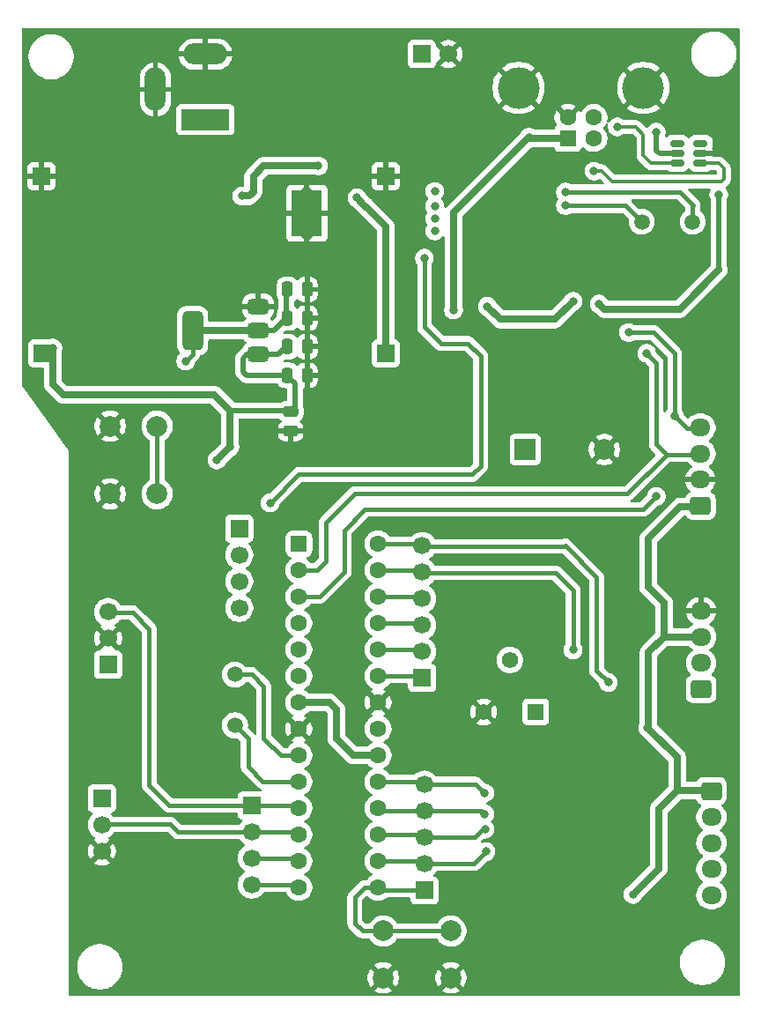
<source format=gbr>
%TF.GenerationSoftware,KiCad,Pcbnew,9.0.2*%
%TF.CreationDate,2025-09-24T13:25:18+05:30*%
%TF.ProjectId,UNO STEMc3.1,554e4f20-5354-4454-9d63-332e312e6b69,rev?*%
%TF.SameCoordinates,Original*%
%TF.FileFunction,Copper,L2,Bot*%
%TF.FilePolarity,Positive*%
%FSLAX46Y46*%
G04 Gerber Fmt 4.6, Leading zero omitted, Abs format (unit mm)*
G04 Created by KiCad (PCBNEW 9.0.2) date 2025-09-24 13:25:18*
%MOMM*%
%LPD*%
G01*
G04 APERTURE LIST*
G04 Aperture macros list*
%AMRoundRect*
0 Rectangle with rounded corners*
0 $1 Rounding radius*
0 $2 $3 $4 $5 $6 $7 $8 $9 X,Y pos of 4 corners*
0 Add a 4 corners polygon primitive as box body*
4,1,4,$2,$3,$4,$5,$6,$7,$8,$9,$2,$3,0*
0 Add four circle primitives for the rounded corners*
1,1,$1+$1,$2,$3*
1,1,$1+$1,$4,$5*
1,1,$1+$1,$6,$7*
1,1,$1+$1,$8,$9*
0 Add four rect primitives between the rounded corners*
20,1,$1+$1,$2,$3,$4,$5,0*
20,1,$1+$1,$4,$5,$6,$7,0*
20,1,$1+$1,$6,$7,$8,$9,0*
20,1,$1+$1,$8,$9,$2,$3,0*%
G04 Aperture macros list end*
%TA.AperFunction,ComponentPad*%
%ADD10RoundRect,0.250000X0.725000X-0.600000X0.725000X0.600000X-0.725000X0.600000X-0.725000X-0.600000X0*%
%TD*%
%TA.AperFunction,ComponentPad*%
%ADD11O,1.950000X1.700000*%
%TD*%
%TA.AperFunction,ComponentPad*%
%ADD12RoundRect,0.250000X-0.550000X-0.550000X0.550000X-0.550000X0.550000X0.550000X-0.550000X0.550000X0*%
%TD*%
%TA.AperFunction,ComponentPad*%
%ADD13C,1.600000*%
%TD*%
%TA.AperFunction,ComponentPad*%
%ADD14R,1.700000X1.700000*%
%TD*%
%TA.AperFunction,ComponentPad*%
%ADD15C,1.700000*%
%TD*%
%TA.AperFunction,ComponentPad*%
%ADD16C,0.600000*%
%TD*%
%TA.AperFunction,SMDPad,CuDef*%
%ADD17R,2.950000X4.500000*%
%TD*%
%TA.AperFunction,ComponentPad*%
%ADD18R,1.600000X1.600000*%
%TD*%
%TA.AperFunction,ComponentPad*%
%ADD19C,4.000000*%
%TD*%
%TA.AperFunction,ComponentPad*%
%ADD20R,4.600000X2.000000*%
%TD*%
%TA.AperFunction,ComponentPad*%
%ADD21O,4.200000X2.000000*%
%TD*%
%TA.AperFunction,ComponentPad*%
%ADD22O,2.000000X4.200000*%
%TD*%
%TA.AperFunction,ComponentPad*%
%ADD23C,1.500000*%
%TD*%
%TA.AperFunction,ComponentPad*%
%ADD24C,2.000000*%
%TD*%
%TA.AperFunction,ComponentPad*%
%ADD25RoundRect,0.250000X-0.725000X0.600000X-0.725000X-0.600000X0.725000X-0.600000X0.725000X0.600000X0*%
%TD*%
%TA.AperFunction,ComponentPad*%
%ADD26R,2.000000X2.000000*%
%TD*%
%TA.AperFunction,ComponentPad*%
%ADD27R,1.560000X1.560000*%
%TD*%
%TA.AperFunction,ComponentPad*%
%ADD28C,1.560000*%
%TD*%
%TA.AperFunction,SMDPad,CuDef*%
%ADD29RoundRect,0.250000X-0.250000X-0.475000X0.250000X-0.475000X0.250000X0.475000X-0.250000X0.475000X0*%
%TD*%
%TA.AperFunction,SMDPad,CuDef*%
%ADD30RoundRect,0.375000X0.625000X0.375000X-0.625000X0.375000X-0.625000X-0.375000X0.625000X-0.375000X0*%
%TD*%
%TA.AperFunction,SMDPad,CuDef*%
%ADD31RoundRect,0.500000X0.500000X1.400000X-0.500000X1.400000X-0.500000X-1.400000X0.500000X-1.400000X0*%
%TD*%
%TA.AperFunction,SMDPad,CuDef*%
%ADD32RoundRect,0.150000X0.512500X0.150000X-0.512500X0.150000X-0.512500X-0.150000X0.512500X-0.150000X0*%
%TD*%
%TA.AperFunction,SMDPad,CuDef*%
%ADD33RoundRect,0.250000X-0.475000X0.250000X-0.475000X-0.250000X0.475000X-0.250000X0.475000X0.250000X0*%
%TD*%
%TA.AperFunction,ViaPad*%
%ADD34C,0.800000*%
%TD*%
%TA.AperFunction,Conductor*%
%ADD35C,0.700000*%
%TD*%
%TA.AperFunction,Conductor*%
%ADD36C,0.404000*%
%TD*%
%TA.AperFunction,Conductor*%
%ADD37C,0.500000*%
%TD*%
%TA.AperFunction,Conductor*%
%ADD38C,1.000000*%
%TD*%
%TA.AperFunction,Conductor*%
%ADD39C,0.400000*%
%TD*%
%TA.AperFunction,Conductor*%
%ADD40C,0.300000*%
%TD*%
G04 APERTURE END LIST*
D10*
%TO.P,J4,1,Pin_1*%
%TO.N,+5V*%
X127732114Y-130400000D03*
D11*
%TO.P,J4,2,Pin_2*%
%TO.N,GND*%
X127732114Y-127900000D03*
%TO.P,J4,3,Pin_3*%
%TO.N,RXD*%
X127732114Y-125400000D03*
%TO.P,J4,4,Pin_4*%
%TO.N,TXD*%
X127732114Y-122900000D03*
%TD*%
D12*
%TO.P,U6,1,~{RESET}/PC6*%
%TO.N,RESET*%
X89130000Y-134060000D03*
D13*
%TO.P,U6,2,PD0*%
%TO.N,RXD*%
X89130000Y-136600000D03*
%TO.P,U6,3,PD1*%
%TO.N,TXD*%
X89130000Y-139140000D03*
%TO.P,U6,4,PD2*%
%TO.N,D2*%
X89130000Y-141680000D03*
%TO.P,U6,5,PD3*%
%TO.N,D3*%
X89130000Y-144220000D03*
%TO.P,U6,6,PD4*%
%TO.N,D4*%
X89130000Y-146760000D03*
%TO.P,U6,7,VCC*%
%TO.N,+5V*%
X89130000Y-149300000D03*
%TO.P,U6,8,GND*%
%TO.N,GND*%
X89130000Y-151840000D03*
%TO.P,U6,9,XTAL1/PB6*%
%TO.N,/Atmega328-PU/XTAL1*%
X89130000Y-154380000D03*
%TO.P,U6,10,XTAL2/PB7*%
%TO.N,/Atmega328-PU/XTAL2*%
X89130000Y-156920000D03*
%TO.P,U6,11,PD5*%
%TO.N,D5*%
X89130000Y-159460000D03*
%TO.P,U6,12,PD6*%
%TO.N,D6*%
X89130000Y-162000000D03*
%TO.P,U6,13,PD7*%
%TO.N,D7*%
X89130000Y-164540000D03*
%TO.P,U6,14,PB0*%
%TO.N,D8*%
X89130000Y-167080000D03*
%TO.P,U6,15,PB1*%
%TO.N,D9*%
X96750000Y-167080000D03*
%TO.P,U6,16,PB2*%
%TO.N,SS{slash}D10*%
X96750000Y-164540000D03*
%TO.P,U6,17,PB3*%
%TO.N,MOSI{slash}D11*%
X96750000Y-162000000D03*
%TO.P,U6,18,PB4*%
%TO.N,MISO{slash}D12*%
X96750000Y-159460000D03*
%TO.P,U6,19,PB5*%
%TO.N,SCK{slash}D13*%
X96750000Y-156920000D03*
%TO.P,U6,20,AVCC*%
%TO.N,+5V*%
X96750000Y-154380000D03*
%TO.P,U6,21,AREF*%
%TO.N,AREF*%
X96750000Y-151840000D03*
%TO.P,U6,22,GND*%
%TO.N,GND*%
X96750000Y-149300000D03*
%TO.P,U6,23,PC0*%
%TO.N,ADC0*%
X96750000Y-146760000D03*
%TO.P,U6,24,PC1*%
%TO.N,ADC1*%
X96750000Y-144220000D03*
%TO.P,U6,25,PC2*%
%TO.N,ADC2*%
X96750000Y-141680000D03*
%TO.P,U6,26,PC3*%
%TO.N,ADC3*%
X96750000Y-139140000D03*
%TO.P,U6,27,PC4*%
%TO.N,ADC4*%
X96750000Y-136600000D03*
%TO.P,U6,28,PC5*%
%TO.N,ADC5*%
X96750000Y-134060000D03*
%TD*%
D14*
%TO.P,J6,1,Pin_1*%
%TO.N,D5*%
X84600000Y-159180000D03*
D15*
%TO.P,J6,2,Pin_2*%
%TO.N,D6*%
X84600000Y-161720000D03*
%TO.P,J6,3,Pin_3*%
%TO.N,D7*%
X84600000Y-164260000D03*
%TO.P,J6,4,Pin_4*%
%TO.N,D8*%
X84600000Y-166800000D03*
%TD*%
D16*
%TO.P,U2,9,GNDPAD*%
%TO.N,GND*%
X89300000Y-100500000D03*
X89300000Y-101700000D03*
X89300000Y-103000000D03*
X89300000Y-104100000D03*
D17*
X89900000Y-102300000D03*
D16*
X90500000Y-100500000D03*
X90500000Y-101700000D03*
X90500000Y-103000000D03*
X90500000Y-104100000D03*
%TD*%
D14*
%TO.P,J15,1,Pin_1*%
%TO.N,GND*%
X97500000Y-98750000D03*
%TD*%
%TO.P,J7,1,Pin_1*%
%TO.N,D9*%
X101200000Y-167360000D03*
D15*
%TO.P,J7,2,Pin_2*%
%TO.N,SS{slash}D10*%
X101200000Y-164820000D03*
%TO.P,J7,3,Pin_3*%
%TO.N,MOSI{slash}D11*%
X101200000Y-162280000D03*
%TO.P,J7,4,Pin_4*%
%TO.N,MISO{slash}D12*%
X101200000Y-159740000D03*
%TO.P,J7,5,Pin_5*%
%TO.N,SCK{slash}D13*%
X101200000Y-157200000D03*
%TD*%
D14*
%TO.P,J14,1,Pin_1*%
%TO.N,+5V*%
X64500000Y-115750000D03*
%TD*%
D18*
%TO.P,J2,1,VBUS*%
%TO.N,USB_VCC*%
X115000000Y-95110000D03*
D13*
%TO.P,J2,2,D-*%
%TO.N,/USB-TTL/D-*%
X117500000Y-95110000D03*
%TO.P,J2,3,D+*%
%TO.N,/USB-TTL/D+*%
X117500000Y-93110000D03*
%TO.P,J2,4,GND*%
%TO.N,GND*%
X115000000Y-93110000D03*
D19*
%TO.P,J2,5,Shield*%
X110250000Y-90250000D03*
X122250000Y-90250000D03*
%TD*%
D14*
%TO.P,J9,1,Pin_1*%
%TO.N,PWRIN*%
X100960000Y-87000000D03*
D15*
%TO.P,J9,2,Pin_2*%
%TO.N,GND*%
X103500000Y-87000000D03*
%TD*%
D20*
%TO.P,J1,1*%
%TO.N,PWRIN*%
X80150000Y-93300000D03*
D21*
%TO.P,J1,2*%
%TO.N,GND*%
X80150000Y-87000000D03*
D22*
%TO.P,J1,3*%
X75350000Y-90400000D03*
%TD*%
D23*
%TO.P,Y1,1,1*%
%TO.N,/USB-TTL/X1*%
X122100000Y-103120000D03*
%TO.P,Y1,2,2*%
%TO.N,/USB-TTL/X0*%
X126980000Y-103120000D03*
%TD*%
D24*
%TO.P,SW2,1,1*%
%TO.N,D9*%
X97250000Y-171250000D03*
X103750000Y-171250000D03*
%TO.P,SW2,2,2*%
%TO.N,GND*%
X97250000Y-175750000D03*
X103750000Y-175750000D03*
%TD*%
D14*
%TO.P,J12,1,Pin_1*%
%TO.N,Vin*%
X97500000Y-115750000D03*
%TD*%
%TO.P,J17,1,Pin_1*%
%TO.N,GND*%
X64388474Y-98750000D03*
%TD*%
%TO.P,J10,1,Pin_1*%
%TO.N,+5V*%
X70800000Y-145680000D03*
D15*
%TO.P,J10,2,Pin_2*%
%TO.N,GND*%
X70800000Y-143140000D03*
%TO.P,J10,3,Pin_3*%
%TO.N,D5*%
X70800000Y-140600000D03*
%TD*%
D25*
%TO.P,J11,1,Pin_1*%
%TO.N,+5V*%
X128800000Y-157800000D03*
D11*
%TO.P,J11,2,Pin_2*%
%TO.N,/Atmega328-PU/1C*%
X128800000Y-160300000D03*
%TO.P,J11,3,Pin_3*%
%TO.N,/Atmega328-PU/2C*%
X128800000Y-162800000D03*
%TO.P,J11,4,Pin_4*%
%TO.N,/Atmega328-PU/3C*%
X128800000Y-165300000D03*
%TO.P,J11,5,Pin_5*%
%TO.N,/Atmega328-PU/4C*%
X128800000Y-167800000D03*
%TD*%
D23*
%TO.P,Y2,1,1*%
%TO.N,/Atmega328-PU/XTAL2*%
X83000000Y-151500000D03*
%TO.P,Y2,2,2*%
%TO.N,/Atmega328-PU/XTAL1*%
X83000000Y-146620000D03*
%TD*%
D26*
%TO.P,BZ1,1,+*%
%TO.N,Net-(BZ1-+)*%
X110900000Y-125000000D03*
D24*
%TO.P,BZ1,2,-*%
%TO.N,GND*%
X118500000Y-125000000D03*
%TD*%
D14*
%TO.P,J5,1,Pin_1*%
%TO.N,RESET*%
X83400000Y-132590000D03*
D15*
%TO.P,J5,2,Pin_2*%
%TO.N,D2*%
X83400000Y-135130000D03*
%TO.P,J5,3,Pin_3*%
%TO.N,D3*%
X83400000Y-137670000D03*
%TO.P,J5,4,Pin_4*%
%TO.N,D4*%
X83400000Y-140210000D03*
%TD*%
D24*
%TO.P,SW1,1,1*%
%TO.N,RESET*%
X75500000Y-122750000D03*
X75500000Y-129250000D03*
%TO.P,SW1,2,2*%
%TO.N,GND*%
X71000000Y-122750000D03*
X71000000Y-129250000D03*
%TD*%
D10*
%TO.P,J16,1,Pin_1*%
%TO.N,ADC5*%
X127800000Y-148000000D03*
D11*
%TO.P,J16,2,Pin_2*%
%TO.N,ADC4*%
X127800000Y-145500000D03*
%TO.P,J16,3,Pin_3*%
%TO.N,+5V*%
X127800000Y-143000000D03*
%TO.P,J16,4,Pin_4*%
%TO.N,GND*%
X127800000Y-140500000D03*
%TD*%
D14*
%TO.P,J8,1,Pin_1*%
%TO.N,ADC0*%
X101000000Y-146960000D03*
D15*
%TO.P,J8,2,Pin_2*%
%TO.N,ADC1*%
X101000000Y-144420000D03*
%TO.P,J8,3,Pin_3*%
%TO.N,ADC2*%
X101000000Y-141880000D03*
%TO.P,J8,4,Pin_4*%
%TO.N,ADC3*%
X101000000Y-139340000D03*
%TO.P,J8,5,Pin_5*%
%TO.N,ADC4*%
X101000000Y-136800000D03*
%TO.P,J8,6,Pin_6*%
%TO.N,ADC5*%
X101000000Y-134260000D03*
%TD*%
D14*
%TO.P,J13,1,Pin_1*%
%TO.N,+5V*%
X70200000Y-158520000D03*
D15*
%TO.P,J13,2,Pin_2*%
%TO.N,D6*%
X70200000Y-161060000D03*
%TO.P,J13,3,Pin_3*%
%TO.N,GND*%
X70200000Y-163600000D03*
%TD*%
D27*
%TO.P,RV1,1,1*%
%TO.N,+5V*%
X111900000Y-150200000D03*
D28*
%TO.P,RV1,2,2*%
%TO.N,ADC1*%
X109400000Y-145200000D03*
%TO.P,RV1,3,3*%
%TO.N,GND*%
X106900000Y-150200000D03*
%TD*%
D29*
%TO.P,C6,1*%
%TO.N,+5V*%
X88030000Y-115120000D03*
%TO.P,C6,2*%
%TO.N,GND*%
X89930000Y-115120000D03*
%TD*%
%TO.P,C4,1*%
%TO.N,+5V*%
X88030000Y-117870000D03*
%TO.P,C4,2*%
%TO.N,GND*%
X89930000Y-117870000D03*
%TD*%
D30*
%TO.P,U3,1,GND*%
%TO.N,GND*%
X85230000Y-111270000D03*
%TO.P,U3,2,VO*%
%TO.N,+3V3*%
X85230000Y-113570000D03*
D31*
X78930000Y-113570000D03*
D30*
%TO.P,U3,3,VI*%
%TO.N,+5V*%
X85230000Y-115870000D03*
%TD*%
D32*
%TO.P,U4,1,IO1*%
%TO.N,unconnected-(U4-IO1-Pad1)*%
X127750000Y-95600000D03*
%TO.P,U4,2,VN*%
%TO.N,GND*%
X127750000Y-96550000D03*
%TO.P,U4,3,IO2*%
%TO.N,/USB-TTL/D-*%
X127750000Y-97500000D03*
%TO.P,U4,4,IO3*%
%TO.N,/USB-TTL/D+*%
X125475000Y-97500000D03*
%TO.P,U4,5,VP*%
%TO.N,+5V*%
X125475000Y-96550000D03*
%TO.P,U4,6,IO4*%
%TO.N,unconnected-(U4-IO4-Pad6)*%
X125475000Y-95600000D03*
%TD*%
D33*
%TO.P,C3,1*%
%TO.N,+5V*%
X88350000Y-121325000D03*
%TO.P,C3,2*%
%TO.N,GND*%
X88350000Y-123225000D03*
%TD*%
D29*
%TO.P,C13,1*%
%TO.N,+3V3*%
X88030000Y-109620000D03*
%TO.P,C13,2*%
%TO.N,GND*%
X89930000Y-109620000D03*
%TD*%
%TO.P,C11,1*%
%TO.N,+3V3*%
X88030000Y-112370000D03*
%TO.P,C11,2*%
%TO.N,GND*%
X89930000Y-112370000D03*
%TD*%
D34*
%TO.N,GND*%
X95200000Y-119600000D03*
%TO.N,/USB-TTL/DCD*%
X102200000Y-104000000D03*
%TO.N,/USB-TTL/RI*%
X102200000Y-102800000D03*
%TO.N,/USB-TTL/DSR*%
X102200000Y-101600000D03*
%TO.N,/USB-TTL/CTS*%
X102200000Y-100200000D03*
%TO.N,GND*%
X104000000Y-125750000D03*
X111250000Y-117750000D03*
X95000000Y-105250000D03*
X128250000Y-114750000D03*
X90500000Y-106000000D03*
X120000000Y-174200000D03*
X129750000Y-91500000D03*
X111250000Y-114250000D03*
X98500000Y-125250000D03*
X114250000Y-98000000D03*
X129750000Y-91500000D03*
%TO.N,+5V*%
X88000000Y-115250000D03*
X122670000Y-151750000D03*
X118000000Y-111000000D03*
X82500000Y-124750000D03*
X121250000Y-167750000D03*
X65500000Y-115250000D03*
X107250000Y-111250000D03*
X115500000Y-110750000D03*
X81250000Y-126000000D03*
X129500000Y-100500000D03*
X123500000Y-94500000D03*
%TO.N,Vin*%
X94730000Y-100810000D03*
%TO.N,+3V3*%
X78250000Y-116500000D03*
%TO.N,/USB-TTL/X1*%
X114750000Y-101555287D03*
%TO.N,/USB-TTL/X0*%
X114750000Y-100250000D03*
%TO.N,RESET*%
X86375000Y-130125000D03*
X101200000Y-106600000D03*
%TO.N,/USB-TTL/D+*%
X119750000Y-94000000D03*
%TO.N,/USB-TTL/D-*%
X117500000Y-98250000D03*
%TO.N,MISO{slash}D12*%
X107000000Y-160000000D03*
%TO.N,SCK{slash}D13*%
X107000000Y-158000000D03*
%TO.N,MOSI{slash}D11*%
X107025000Y-161475000D03*
%TO.N,SS{slash}D10*%
X107125000Y-163625000D03*
%TO.N,RXD*%
X122575000Y-115750000D03*
%TO.N,TXD*%
X120825000Y-113750000D03*
X123500000Y-129500000D03*
X125250000Y-121750000D03*
%TO.N,USB_VCC*%
X111250000Y-95000000D03*
X104000000Y-111600000D03*
%TO.N,ADC4*%
X115500000Y-144250000D03*
%TO.N,ADC5*%
X118875000Y-147375000D03*
%TO.N,Net-(D2-K)*%
X91000000Y-97750000D03*
X83655000Y-100645000D03*
%TD*%
D35*
%TO.N,GND*%
X99000000Y-125750000D02*
X104000000Y-125750000D01*
X97200000Y-119600000D02*
X95200000Y-119600000D01*
X98500000Y-125250000D02*
X99000000Y-125750000D01*
X98500000Y-125250000D02*
X98500000Y-120900000D01*
X98500000Y-120900000D02*
X97200000Y-119600000D01*
%TO.N,+5V*%
X107250000Y-111250000D02*
X108500000Y-112500000D01*
X108500000Y-112500000D02*
X113750000Y-112500000D01*
X113750000Y-112500000D02*
X115500000Y-110750000D01*
D36*
%TO.N,/Atmega328-PU/XTAL1*%
X89130000Y-154380000D02*
X87380000Y-154380000D01*
X85750000Y-152750000D02*
X85750000Y-147750000D01*
X85750000Y-147750000D02*
X84620000Y-146620000D01*
X84620000Y-146620000D02*
X83000000Y-146620000D01*
X87380000Y-154380000D02*
X85750000Y-152750000D01*
D37*
%TO.N,GND*%
X129750000Y-91500000D02*
X129750000Y-96000000D01*
X129750000Y-96000000D02*
X129200000Y-96550000D01*
X129200000Y-96550000D02*
X127750000Y-96550000D01*
D38*
X111250000Y-117750000D02*
X111250000Y-114250000D01*
D36*
%TO.N,/Atmega328-PU/XTAL2*%
X83000000Y-151500000D02*
X84250000Y-152750000D01*
X84250000Y-155500000D02*
X85670000Y-156920000D01*
X85670000Y-156920000D02*
X89130000Y-156920000D01*
X84250000Y-152750000D02*
X84250000Y-155500000D01*
D35*
%TO.N,+5V*%
X94380000Y-154380000D02*
X96750000Y-154380000D01*
X125500000Y-157750000D02*
X125500000Y-154580000D01*
X118000000Y-111000000D02*
X118500000Y-111500000D01*
X66500000Y-119750000D02*
X65500000Y-118750000D01*
D37*
X84120000Y-117870000D02*
X83750000Y-117500000D01*
D35*
X123750000Y-159500000D02*
X125500000Y-157750000D01*
D37*
X88750000Y-120837500D02*
X88750000Y-118677500D01*
D35*
X125500000Y-154580000D02*
X122670000Y-151750000D01*
D37*
X87192500Y-115870000D02*
X87942500Y-115120000D01*
D35*
X121250000Y-167750000D02*
X123750000Y-165250000D01*
D37*
X85230000Y-115870000D02*
X87192500Y-115870000D01*
D35*
X124000000Y-143250000D02*
X124250000Y-143000000D01*
X125500000Y-157750000D02*
X128750000Y-157750000D01*
X124250000Y-143000000D02*
X124250000Y-139750000D01*
X74500000Y-119750000D02*
X81000000Y-119750000D01*
D37*
X123800000Y-96550000D02*
X125475000Y-96550000D01*
D35*
X84630000Y-115870000D02*
X85230000Y-115870000D01*
X82487500Y-121237500D02*
X82487500Y-124762500D01*
D37*
X88350000Y-121237500D02*
X88750000Y-120837500D01*
D35*
X122750000Y-151670000D02*
X122750000Y-144500000D01*
D37*
X83750000Y-117500000D02*
X83750000Y-116250000D01*
X123500000Y-94500000D02*
X123500000Y-96250000D01*
D35*
X65500000Y-118750000D02*
X65500000Y-115250000D01*
X125750000Y-111500000D02*
X129500000Y-107750000D01*
X82487500Y-124762500D02*
X81250000Y-126000000D01*
D37*
X129500000Y-107750000D02*
X129500000Y-100500000D01*
D35*
X122710480Y-133539520D02*
X125790000Y-130460000D01*
D37*
X82487500Y-121237500D02*
X88350000Y-121237500D01*
D35*
X122750000Y-144500000D02*
X124250000Y-143000000D01*
X118500000Y-111500000D02*
X125750000Y-111500000D01*
D37*
X88750000Y-118677500D02*
X87942500Y-117870000D01*
D35*
X81000000Y-119750000D02*
X82487500Y-121237500D01*
X122710480Y-138210480D02*
X122710480Y-133539520D01*
X92750000Y-152750000D02*
X94380000Y-154380000D01*
X74500000Y-119750000D02*
X66500000Y-119750000D01*
X92050000Y-149300000D02*
X92750000Y-150000000D01*
D37*
X84130000Y-115870000D02*
X84630000Y-115870000D01*
D35*
X125790000Y-130460000D02*
X127750000Y-130460000D01*
X122670000Y-151750000D02*
X122750000Y-151670000D01*
D37*
X83750000Y-116250000D02*
X84130000Y-115870000D01*
D35*
X123750000Y-165250000D02*
X123750000Y-159500000D01*
X124250000Y-143000000D02*
X127750000Y-143000000D01*
X89130000Y-149300000D02*
X92050000Y-149300000D01*
D37*
X87942500Y-117870000D02*
X84120000Y-117870000D01*
D35*
X124250000Y-139750000D02*
X122710480Y-138210480D01*
D37*
X123500000Y-96250000D02*
X123800000Y-96550000D01*
D35*
X92750000Y-150000000D02*
X92750000Y-152750000D01*
%TO.N,Vin*%
X95598327Y-101665000D02*
X95585000Y-101665000D01*
X95585000Y-101665000D02*
X94730000Y-100810000D01*
X97500000Y-115750000D02*
X97500000Y-103566673D01*
X97500000Y-103566673D02*
X95598327Y-101665000D01*
D37*
%TO.N,+3V3*%
X86742500Y-113570000D02*
X87942500Y-112370000D01*
X85230000Y-113570000D02*
X86742500Y-113570000D01*
D39*
X78930000Y-115820000D02*
X78930000Y-113570000D01*
D37*
X87942500Y-109620000D02*
X87942500Y-112370000D01*
D39*
X78250000Y-116500000D02*
X78930000Y-115820000D01*
D35*
X78930000Y-113570000D02*
X85230000Y-113570000D01*
D36*
%TO.N,/USB-TTL/X1*%
X120535287Y-101555287D02*
X114750000Y-101555287D01*
X122100000Y-103120000D02*
X120535287Y-101555287D01*
%TO.N,/USB-TTL/X0*%
X127000000Y-101500000D02*
X126980000Y-101520000D01*
X126980000Y-101520000D02*
X126980000Y-103120000D01*
X125750000Y-100250000D02*
X127000000Y-101500000D01*
X114750000Y-100250000D02*
X125750000Y-100250000D01*
%TO.N,RESET*%
X101200000Y-106600000D02*
X101200000Y-113200000D01*
X105400000Y-114800000D02*
X106600000Y-116000000D01*
X106600000Y-126600000D02*
X105800000Y-127400000D01*
X102800000Y-114800000D02*
X105400000Y-114800000D01*
X101200000Y-113200000D02*
X102800000Y-114800000D01*
X106600000Y-116000000D02*
X106600000Y-126600000D01*
X89100000Y-127400000D02*
X86375000Y-130125000D01*
X105800000Y-127400000D02*
X89100000Y-127400000D01*
X75500000Y-129250000D02*
X75500000Y-122750000D01*
D40*
%TO.N,/USB-TTL/D+*%
X123000000Y-97500000D02*
X122250000Y-96750000D01*
X121000000Y-94000000D02*
X119750000Y-94000000D01*
X122250000Y-96750000D02*
X122250000Y-94750000D01*
X125475000Y-97500000D02*
X123000000Y-97500000D01*
X121500000Y-94000000D02*
X121000000Y-94000000D01*
X122250000Y-94750000D02*
X121500000Y-94000000D01*
%TO.N,/USB-TTL/D-*%
X118250000Y-98250000D02*
X119250000Y-99250000D01*
X117500000Y-98250000D02*
X118250000Y-98250000D01*
X129750000Y-99250000D02*
X130000000Y-99000000D01*
X130000000Y-99000000D02*
X130000000Y-98000000D01*
X130000000Y-98000000D02*
X129500000Y-97500000D01*
X117618299Y-98250000D02*
X117497009Y-98128710D01*
X119250000Y-99250000D02*
X129750000Y-99250000D01*
X129500000Y-97500000D02*
X127750000Y-97500000D01*
D36*
%TO.N,MISO{slash}D12*%
X107000000Y-160000000D02*
X106670000Y-159670000D01*
X100750000Y-159670000D02*
X96960000Y-159670000D01*
X96960000Y-159670000D02*
X96750000Y-159460000D01*
X106670000Y-159670000D02*
X100750000Y-159670000D01*
%TO.N,SCK{slash}D13*%
X96750000Y-156920000D02*
X100540000Y-156920000D01*
X100750000Y-157130000D02*
X106130000Y-157130000D01*
X106130000Y-157130000D02*
X107000000Y-158000000D01*
X100540000Y-156920000D02*
X100750000Y-157130000D01*
%TO.N,MOSI{slash}D11*%
X100540000Y-162000000D02*
X100750000Y-162210000D01*
X96750000Y-162000000D02*
X100540000Y-162000000D01*
X106775000Y-161475000D02*
X107025000Y-161475000D01*
X100750000Y-162210000D02*
X106040000Y-162210000D01*
X106040000Y-162210000D02*
X106775000Y-161475000D01*
%TO.N,D9*%
X94500000Y-170500000D02*
X95250000Y-171250000D01*
X96750000Y-167080000D02*
X96960000Y-167290000D01*
X97250000Y-171250000D02*
X103750000Y-171250000D01*
X94500000Y-168000000D02*
X94500000Y-170500000D01*
X96750000Y-167080000D02*
X95420000Y-167080000D01*
X95420000Y-167080000D02*
X94500000Y-168000000D01*
X95250000Y-171250000D02*
X97250000Y-171250000D01*
X96960000Y-167290000D02*
X101250000Y-167290000D01*
%TO.N,SS{slash}D10*%
X106000000Y-164750000D02*
X107125000Y-163625000D01*
X96750000Y-164540000D02*
X101040000Y-164540000D01*
X101250000Y-164750000D02*
X106000000Y-164750000D01*
X101040000Y-164540000D02*
X101250000Y-164750000D01*
%TO.N,ADC0*%
X100760000Y-146760000D02*
X101000000Y-147000000D01*
X96750000Y-146760000D02*
X100760000Y-146760000D01*
%TO.N,D8*%
X88860000Y-166810000D02*
X89130000Y-167080000D01*
X84750000Y-166810000D02*
X88860000Y-166810000D01*
%TO.N,D7*%
X84750000Y-164270000D02*
X88860000Y-164270000D01*
X88860000Y-164270000D02*
X89130000Y-164540000D01*
%TO.N,D6*%
X77500000Y-161730000D02*
X84750000Y-161730000D01*
X84750000Y-161730000D02*
X88860000Y-161730000D01*
X70250000Y-161000000D02*
X76770000Y-161000000D01*
X76770000Y-161000000D02*
X77500000Y-161730000D01*
X88860000Y-161730000D02*
X89130000Y-162000000D01*
%TO.N,D5*%
X84750000Y-159190000D02*
X88860000Y-159190000D01*
X76690000Y-159190000D02*
X74750000Y-157250000D01*
X84750000Y-159190000D02*
X76690000Y-159190000D01*
X74750000Y-142250000D02*
X73170000Y-140670000D01*
X74750000Y-157250000D02*
X74750000Y-142250000D01*
X88860000Y-159190000D02*
X89130000Y-159460000D01*
X73170000Y-140670000D02*
X70750000Y-140670000D01*
%TO.N,RXD*%
X91750000Y-132000000D02*
X94500000Y-129250000D01*
X122575000Y-115750000D02*
X123500000Y-116675000D01*
X94500000Y-129250000D02*
X120670000Y-129250000D01*
X90900000Y-136600000D02*
X91750000Y-135750000D01*
X123500000Y-124500000D02*
X124460000Y-125460000D01*
X120670000Y-129250000D02*
X124460000Y-125460000D01*
X123500000Y-116675000D02*
X123500000Y-124500000D01*
X89130000Y-136600000D02*
X90900000Y-136600000D01*
X91750000Y-135750000D02*
X91750000Y-132000000D01*
X124460000Y-125460000D02*
X127750000Y-125460000D01*
%TO.N,TXD*%
X95500000Y-130750000D02*
X96250000Y-130750000D01*
X125250000Y-115750000D02*
X123250000Y-113750000D01*
X89130000Y-139140000D02*
X91110000Y-139140000D01*
X125250000Y-121750000D02*
X126460000Y-122960000D01*
X93500000Y-132750000D02*
X95500000Y-130750000D01*
X93500000Y-136750000D02*
X93500000Y-132750000D01*
X91110000Y-139140000D02*
X93000000Y-137250000D01*
X126460000Y-122960000D02*
X127750000Y-122960000D01*
X123250000Y-113750000D02*
X120825000Y-113750000D01*
X93000000Y-137250000D02*
X93500000Y-136750000D01*
X96250000Y-130750000D02*
X122250000Y-130750000D01*
X125250000Y-121750000D02*
X125250000Y-115750000D01*
X122250000Y-130750000D02*
X123500000Y-129500000D01*
D35*
%TO.N,USB_VCC*%
X111140000Y-95110000D02*
X115000000Y-95110000D01*
X104000000Y-111600000D02*
X104000000Y-102250000D01*
X104000000Y-102250000D02*
X111140000Y-95110000D01*
D36*
%TO.N,ADC1*%
X96750000Y-144220000D02*
X100760000Y-144220000D01*
X101040000Y-144500000D02*
X101000000Y-144460000D01*
X100760000Y-144220000D02*
X101000000Y-144460000D01*
%TO.N,ADC2*%
X100760000Y-141680000D02*
X101000000Y-141920000D01*
X96750000Y-141680000D02*
X100760000Y-141680000D01*
%TO.N,ADC4*%
X107090000Y-136840000D02*
X101000000Y-136840000D01*
X100760000Y-136600000D02*
X101000000Y-136840000D01*
X113845724Y-136845724D02*
X107095724Y-136845724D01*
X115500000Y-144250000D02*
X115500000Y-138500000D01*
X115500000Y-138500000D02*
X113845724Y-136845724D01*
X107095724Y-136845724D02*
X107090000Y-136840000D01*
X96750000Y-136600000D02*
X100760000Y-136600000D01*
%TO.N,ADC3*%
X100760000Y-139140000D02*
X101000000Y-139380000D01*
X96750000Y-139140000D02*
X100760000Y-139140000D01*
%TO.N,ADC5*%
X96750000Y-134060000D02*
X100760000Y-134060000D01*
X118875000Y-147375000D02*
X117750000Y-146250000D01*
X114750000Y-134250000D02*
X114700000Y-134300000D01*
X117750000Y-146250000D02*
X117750000Y-137250000D01*
X117750000Y-137250000D02*
X114750000Y-134250000D01*
X100760000Y-134060000D02*
X101000000Y-134300000D01*
X114700000Y-134300000D02*
X101000000Y-134300000D01*
D35*
%TO.N,Net-(D2-K)*%
X84750000Y-98750000D02*
X85750000Y-97750000D01*
X84750000Y-100250000D02*
X84750000Y-98750000D01*
X85750000Y-97750000D02*
X91000000Y-97750000D01*
X83655000Y-100645000D02*
X84355000Y-100645000D01*
X84355000Y-100645000D02*
X84750000Y-100250000D01*
%TD*%
%TA.AperFunction,Conductor*%
%TO.N,GND*%
G36*
X131442539Y-84520185D02*
G01*
X131488294Y-84572989D01*
X131499500Y-84624500D01*
X131499500Y-177375500D01*
X131479815Y-177442539D01*
X131427011Y-177488294D01*
X131375500Y-177499500D01*
X67124500Y-177499500D01*
X67057461Y-177479815D01*
X67011706Y-177427011D01*
X67000500Y-177375500D01*
X67000500Y-174555217D01*
X67822449Y-174555217D01*
X67822449Y-174840680D01*
X67849615Y-175047014D01*
X67859708Y-175123680D01*
X67933587Y-175399402D01*
X67933590Y-175399409D01*
X68042822Y-175663118D01*
X68042827Y-175663129D01*
X68113156Y-175784940D01*
X68185548Y-175910327D01*
X68185550Y-175910330D01*
X68185551Y-175910331D01*
X68359316Y-176136787D01*
X68359322Y-176136794D01*
X68561154Y-176338626D01*
X68561161Y-176338632D01*
X68575089Y-176349319D01*
X68787622Y-176512401D01*
X68946501Y-176604130D01*
X69034819Y-176655121D01*
X69034824Y-176655123D01*
X69034827Y-176655125D01*
X69298547Y-176764362D01*
X69574269Y-176838241D01*
X69857276Y-176875500D01*
X69857283Y-176875500D01*
X70142717Y-176875500D01*
X70142724Y-176875500D01*
X70425731Y-176838241D01*
X70701453Y-176764362D01*
X70965173Y-176655125D01*
X71212378Y-176512401D01*
X71438840Y-176338631D01*
X71640682Y-176136789D01*
X71814452Y-175910327D01*
X71957176Y-175663122D01*
X71970089Y-175631947D01*
X95750000Y-175631947D01*
X95750000Y-175868052D01*
X95786934Y-176101247D01*
X95859897Y-176325802D01*
X95967087Y-176536174D01*
X96027338Y-176619104D01*
X96027340Y-176619105D01*
X96726212Y-175920233D01*
X96737482Y-175962292D01*
X96809890Y-176087708D01*
X96912292Y-176190110D01*
X97037708Y-176262518D01*
X97079765Y-176273787D01*
X96380893Y-176972658D01*
X96463828Y-177032914D01*
X96674197Y-177140102D01*
X96898752Y-177213065D01*
X96898751Y-177213065D01*
X97131948Y-177250000D01*
X97368052Y-177250000D01*
X97601247Y-177213065D01*
X97825802Y-177140102D01*
X98036163Y-177032918D01*
X98036169Y-177032914D01*
X98119104Y-176972658D01*
X98119105Y-176972658D01*
X97420233Y-176273787D01*
X97462292Y-176262518D01*
X97587708Y-176190110D01*
X97690110Y-176087708D01*
X97762518Y-175962292D01*
X97773787Y-175920233D01*
X98472658Y-176619105D01*
X98472658Y-176619104D01*
X98532914Y-176536169D01*
X98532918Y-176536163D01*
X98640102Y-176325802D01*
X98713065Y-176101247D01*
X98750000Y-175868052D01*
X98750000Y-175631947D01*
X102250000Y-175631947D01*
X102250000Y-175868052D01*
X102286934Y-176101247D01*
X102359897Y-176325802D01*
X102467087Y-176536174D01*
X102527338Y-176619104D01*
X102527340Y-176619105D01*
X103226212Y-175920233D01*
X103237482Y-175962292D01*
X103309890Y-176087708D01*
X103412292Y-176190110D01*
X103537708Y-176262518D01*
X103579765Y-176273787D01*
X102880893Y-176972658D01*
X102963828Y-177032914D01*
X103174197Y-177140102D01*
X103398752Y-177213065D01*
X103398751Y-177213065D01*
X103631948Y-177250000D01*
X103868052Y-177250000D01*
X104101247Y-177213065D01*
X104325802Y-177140102D01*
X104536163Y-177032918D01*
X104536169Y-177032914D01*
X104619104Y-176972658D01*
X104619105Y-176972658D01*
X103920233Y-176273787D01*
X103962292Y-176262518D01*
X104087708Y-176190110D01*
X104190110Y-176087708D01*
X104262518Y-175962292D01*
X104273787Y-175920234D01*
X104972658Y-176619105D01*
X104972658Y-176619104D01*
X105032914Y-176536169D01*
X105032918Y-176536163D01*
X105140102Y-176325802D01*
X105213065Y-176101247D01*
X105250000Y-175868052D01*
X105250000Y-175631947D01*
X105213065Y-175398752D01*
X105140102Y-175174197D01*
X105032914Y-174963828D01*
X104972658Y-174880894D01*
X104972658Y-174880893D01*
X104273787Y-175579765D01*
X104262518Y-175537708D01*
X104190110Y-175412292D01*
X104087708Y-175309890D01*
X103962292Y-175237482D01*
X103920234Y-175226212D01*
X104619105Y-174527340D01*
X104619104Y-174527338D01*
X104536174Y-174467087D01*
X104325802Y-174359897D01*
X104101247Y-174286934D01*
X104101248Y-174286934D01*
X103922319Y-174258595D01*
X103868052Y-174250000D01*
X103631948Y-174250000D01*
X103398752Y-174286934D01*
X103174197Y-174359897D01*
X102963830Y-174467084D01*
X102880894Y-174527340D01*
X103579766Y-175226212D01*
X103537708Y-175237482D01*
X103412292Y-175309890D01*
X103309890Y-175412292D01*
X103237482Y-175537708D01*
X103226212Y-175579766D01*
X102527340Y-174880894D01*
X102467084Y-174963830D01*
X102359897Y-175174197D01*
X102286934Y-175398752D01*
X102250000Y-175631947D01*
X98750000Y-175631947D01*
X98713065Y-175398752D01*
X98640102Y-175174197D01*
X98532914Y-174963828D01*
X98472658Y-174880894D01*
X98472658Y-174880893D01*
X97773787Y-175579765D01*
X97762518Y-175537708D01*
X97690110Y-175412292D01*
X97587708Y-175309890D01*
X97462292Y-175237482D01*
X97420234Y-175226212D01*
X98119105Y-174527340D01*
X98119104Y-174527339D01*
X98036174Y-174467087D01*
X97825802Y-174359897D01*
X97601247Y-174286934D01*
X97601248Y-174286934D01*
X97368052Y-174250000D01*
X97131948Y-174250000D01*
X96898752Y-174286934D01*
X96674197Y-174359897D01*
X96463830Y-174467084D01*
X96380894Y-174527340D01*
X97079766Y-175226212D01*
X97037708Y-175237482D01*
X96912292Y-175309890D01*
X96809890Y-175412292D01*
X96737482Y-175537708D01*
X96726212Y-175579766D01*
X96027340Y-174880894D01*
X95967084Y-174963830D01*
X95859897Y-175174197D01*
X95786934Y-175398752D01*
X95750000Y-175631947D01*
X71970089Y-175631947D01*
X72066413Y-175399402D01*
X72140292Y-175123680D01*
X72177551Y-174840673D01*
X72177551Y-174555225D01*
X72140292Y-174272218D01*
X72104911Y-174140173D01*
X125766995Y-174140173D01*
X125766995Y-174425636D01*
X125790694Y-174605638D01*
X125804254Y-174708636D01*
X125804255Y-174708638D01*
X125872632Y-174963830D01*
X125878133Y-174984358D01*
X125878136Y-174984365D01*
X125987368Y-175248074D01*
X125987373Y-175248085D01*
X126057702Y-175369896D01*
X126130094Y-175495283D01*
X126130096Y-175495286D01*
X126130097Y-175495287D01*
X126303862Y-175721743D01*
X126303868Y-175721750D01*
X126505700Y-175923582D01*
X126505706Y-175923587D01*
X126732168Y-176097357D01*
X126891047Y-176189086D01*
X126979365Y-176240077D01*
X126979370Y-176240079D01*
X126979373Y-176240081D01*
X127243093Y-176349318D01*
X127518815Y-176423197D01*
X127801822Y-176460456D01*
X127801829Y-176460456D01*
X128087263Y-176460456D01*
X128087270Y-176460456D01*
X128370277Y-176423197D01*
X128645999Y-176349318D01*
X128909719Y-176240081D01*
X129156924Y-176097357D01*
X129383386Y-175923587D01*
X129585228Y-175721745D01*
X129758998Y-175495283D01*
X129901722Y-175248078D01*
X130010959Y-174984358D01*
X130084838Y-174708636D01*
X130122097Y-174425629D01*
X130122097Y-174140181D01*
X130084838Y-173857174D01*
X130010959Y-173581452D01*
X129901722Y-173317732D01*
X129901720Y-173317729D01*
X129901718Y-173317724D01*
X129798451Y-173138862D01*
X129758998Y-173070527D01*
X129687314Y-172977106D01*
X129585229Y-172844066D01*
X129585223Y-172844059D01*
X129383391Y-172642227D01*
X129383384Y-172642221D01*
X129156928Y-172468456D01*
X129156927Y-172468455D01*
X129156924Y-172468453D01*
X129058364Y-172411549D01*
X128909726Y-172325732D01*
X128909715Y-172325727D01*
X128646006Y-172216495D01*
X128646007Y-172216495D01*
X128645999Y-172216492D01*
X128370277Y-172142613D01*
X128322981Y-172136386D01*
X128087277Y-172105354D01*
X128087270Y-172105354D01*
X127801822Y-172105354D01*
X127801814Y-172105354D01*
X127532437Y-172140819D01*
X127518815Y-172142613D01*
X127426907Y-172167239D01*
X127243099Y-172216490D01*
X127243085Y-172216495D01*
X126979376Y-172325727D01*
X126979365Y-172325732D01*
X126732163Y-172468456D01*
X126505707Y-172642221D01*
X126505700Y-172642227D01*
X126303868Y-172844059D01*
X126303862Y-172844066D01*
X126130097Y-173070522D01*
X125987373Y-173317724D01*
X125987368Y-173317735D01*
X125878136Y-173581444D01*
X125878131Y-173581458D01*
X125804255Y-173857171D01*
X125804253Y-173857182D01*
X125766995Y-174140173D01*
X72104911Y-174140173D01*
X72066413Y-173996496D01*
X71957176Y-173732776D01*
X71957174Y-173732773D01*
X71957172Y-173732768D01*
X71853905Y-173553906D01*
X71814452Y-173485571D01*
X71640682Y-173259109D01*
X71640677Y-173259103D01*
X71438845Y-173057271D01*
X71438838Y-173057265D01*
X71212382Y-172883500D01*
X71212381Y-172883499D01*
X71212378Y-172883497D01*
X71113818Y-172826593D01*
X70965180Y-172740776D01*
X70965169Y-172740771D01*
X70727263Y-172642227D01*
X70701453Y-172631536D01*
X70425731Y-172557657D01*
X70378435Y-172551430D01*
X70142731Y-172520398D01*
X70142724Y-172520398D01*
X69857276Y-172520398D01*
X69857268Y-172520398D01*
X69587891Y-172555863D01*
X69574269Y-172557657D01*
X69482361Y-172582283D01*
X69298553Y-172631534D01*
X69298539Y-172631539D01*
X69034830Y-172740771D01*
X69034819Y-172740776D01*
X68787617Y-172883500D01*
X68561161Y-173057265D01*
X68561154Y-173057271D01*
X68359322Y-173259103D01*
X68359316Y-173259110D01*
X68185551Y-173485566D01*
X68042827Y-173732768D01*
X68042822Y-173732779D01*
X67933590Y-173996488D01*
X67933585Y-173996502D01*
X67859709Y-174272215D01*
X67859707Y-174272226D01*
X67822449Y-174555217D01*
X67000500Y-174555217D01*
X67000500Y-157622135D01*
X68849500Y-157622135D01*
X68849500Y-159417870D01*
X68849501Y-159417876D01*
X68855908Y-159477483D01*
X68906202Y-159612328D01*
X68906206Y-159612335D01*
X68992452Y-159727544D01*
X68992455Y-159727547D01*
X69107664Y-159813793D01*
X69107671Y-159813797D01*
X69239082Y-159862810D01*
X69295016Y-159904681D01*
X69319433Y-159970145D01*
X69304582Y-160038418D01*
X69283431Y-160066673D01*
X69169889Y-160180215D01*
X69044951Y-160352179D01*
X68948444Y-160541585D01*
X68882753Y-160743760D01*
X68849500Y-160953713D01*
X68849500Y-161166286D01*
X68862741Y-161249890D01*
X68882754Y-161376243D01*
X68943660Y-161563693D01*
X68948444Y-161578414D01*
X69044951Y-161767820D01*
X69169890Y-161939786D01*
X69320213Y-162090109D01*
X69492179Y-162215048D01*
X69492181Y-162215049D01*
X69492184Y-162215051D01*
X69501493Y-162219794D01*
X69552290Y-162267766D01*
X69569087Y-162335587D01*
X69546552Y-162401722D01*
X69501505Y-162440760D01*
X69492446Y-162445376D01*
X69492440Y-162445380D01*
X69438282Y-162484727D01*
X69438282Y-162484728D01*
X70070591Y-163117037D01*
X70007007Y-163134075D01*
X69892993Y-163199901D01*
X69799901Y-163292993D01*
X69734075Y-163407007D01*
X69717037Y-163470591D01*
X69084728Y-162838282D01*
X69084727Y-162838282D01*
X69045380Y-162892439D01*
X68948904Y-163081782D01*
X68883242Y-163283869D01*
X68883242Y-163283872D01*
X68850000Y-163493753D01*
X68850000Y-163706246D01*
X68883242Y-163916127D01*
X68883242Y-163916130D01*
X68948904Y-164118217D01*
X69045375Y-164307550D01*
X69084728Y-164361716D01*
X69717037Y-163729408D01*
X69734075Y-163792993D01*
X69799901Y-163907007D01*
X69892993Y-164000099D01*
X70007007Y-164065925D01*
X70070590Y-164082962D01*
X69438282Y-164715269D01*
X69438282Y-164715270D01*
X69492449Y-164754624D01*
X69681782Y-164851095D01*
X69883870Y-164916757D01*
X70093754Y-164950000D01*
X70306246Y-164950000D01*
X70516127Y-164916757D01*
X70516130Y-164916757D01*
X70718217Y-164851095D01*
X70907554Y-164754622D01*
X70961716Y-164715270D01*
X70961717Y-164715270D01*
X70329408Y-164082962D01*
X70392993Y-164065925D01*
X70507007Y-164000099D01*
X70600099Y-163907007D01*
X70665925Y-163792993D01*
X70682962Y-163729408D01*
X71315270Y-164361717D01*
X71315270Y-164361716D01*
X71354622Y-164307554D01*
X71451095Y-164118217D01*
X71516757Y-163916130D01*
X71516757Y-163916127D01*
X71550000Y-163706246D01*
X71550000Y-163493753D01*
X71516757Y-163283872D01*
X71516757Y-163283869D01*
X71451095Y-163081782D01*
X71354624Y-162892449D01*
X71315270Y-162838282D01*
X71315269Y-162838282D01*
X70682962Y-163470590D01*
X70665925Y-163407007D01*
X70600099Y-163292993D01*
X70507007Y-163199901D01*
X70392993Y-163134075D01*
X70329409Y-163117037D01*
X70961716Y-162484728D01*
X70907547Y-162445373D01*
X70907547Y-162445372D01*
X70898500Y-162440763D01*
X70847706Y-162392788D01*
X70830912Y-162324966D01*
X70853451Y-162258832D01*
X70898508Y-162219793D01*
X70907816Y-162215051D01*
X70987007Y-162157515D01*
X71079786Y-162090109D01*
X71079788Y-162090106D01*
X71079792Y-162090104D01*
X71230104Y-161939792D01*
X71230106Y-161939788D01*
X71230109Y-161939786D01*
X71288661Y-161859193D01*
X71355051Y-161767816D01*
X71355054Y-161767810D01*
X71357596Y-161763664D01*
X71359122Y-161764599D01*
X71401826Y-161719399D01*
X71464319Y-161702500D01*
X76427653Y-161702500D01*
X76494692Y-161722185D01*
X76515334Y-161738819D01*
X77052178Y-162275664D01*
X77052179Y-162275665D01*
X77052182Y-162275667D01*
X77167242Y-162352547D01*
X77295088Y-162405503D01*
X77295092Y-162405503D01*
X77295093Y-162405504D01*
X77430807Y-162432500D01*
X77430810Y-162432500D01*
X77569190Y-162432500D01*
X83385171Y-162432500D01*
X83452210Y-162452185D01*
X83485486Y-162483611D01*
X83559554Y-162585557D01*
X83569896Y-162599792D01*
X83720213Y-162750109D01*
X83892182Y-162875050D01*
X83900946Y-162879516D01*
X83951742Y-162927491D01*
X83968536Y-162995312D01*
X83945998Y-163061447D01*
X83900946Y-163100484D01*
X83892182Y-163104949D01*
X83720213Y-163229890D01*
X83569890Y-163380213D01*
X83444951Y-163552179D01*
X83348444Y-163741585D01*
X83282753Y-163943760D01*
X83249500Y-164153713D01*
X83249500Y-164366286D01*
X83278760Y-164551030D01*
X83282754Y-164576243D01*
X83327926Y-164715269D01*
X83348444Y-164778414D01*
X83444951Y-164967820D01*
X83569890Y-165139786D01*
X83720213Y-165290109D01*
X83892182Y-165415050D01*
X83900946Y-165419516D01*
X83951742Y-165467491D01*
X83968536Y-165535312D01*
X83945998Y-165601447D01*
X83900946Y-165640484D01*
X83892182Y-165644949D01*
X83720213Y-165769890D01*
X83569890Y-165920213D01*
X83444951Y-166092179D01*
X83348444Y-166281585D01*
X83348443Y-166281587D01*
X83348443Y-166281588D01*
X83320024Y-166369051D01*
X83282753Y-166483760D01*
X83256373Y-166650318D01*
X83249500Y-166693713D01*
X83249500Y-166906287D01*
X83251705Y-166920208D01*
X83278942Y-167092179D01*
X83282754Y-167116243D01*
X83304234Y-167182352D01*
X83348444Y-167318414D01*
X83444951Y-167507820D01*
X83569890Y-167679786D01*
X83720213Y-167830109D01*
X83892179Y-167955048D01*
X83892181Y-167955049D01*
X83892184Y-167955051D01*
X84081588Y-168051557D01*
X84283757Y-168117246D01*
X84493713Y-168150500D01*
X84493714Y-168150500D01*
X84706286Y-168150500D01*
X84706287Y-168150500D01*
X84916243Y-168117246D01*
X85118412Y-168051557D01*
X85307816Y-167955051D01*
X85350494Y-167924044D01*
X85479786Y-167830109D01*
X85479788Y-167830106D01*
X85479792Y-167830104D01*
X85630104Y-167679792D01*
X85714512Y-167563613D01*
X85769840Y-167520949D01*
X85814829Y-167512500D01*
X87814797Y-167512500D01*
X87881836Y-167532185D01*
X87925282Y-167580205D01*
X88017715Y-167761613D01*
X88138028Y-167927213D01*
X88282786Y-168071971D01*
X88426732Y-168176552D01*
X88448390Y-168192287D01*
X88564607Y-168251503D01*
X88630776Y-168285218D01*
X88630778Y-168285218D01*
X88630781Y-168285220D01*
X88730073Y-168317482D01*
X88825465Y-168348477D01*
X88926557Y-168364488D01*
X89027648Y-168380500D01*
X89027649Y-168380500D01*
X89232351Y-168380500D01*
X89232352Y-168380500D01*
X89434534Y-168348477D01*
X89629219Y-168285220D01*
X89811610Y-168192287D01*
X89915923Y-168116500D01*
X89977213Y-168071971D01*
X89977215Y-168071968D01*
X89977219Y-168071966D01*
X90121966Y-167927219D01*
X90121968Y-167927215D01*
X90121971Y-167927213D01*
X90192520Y-167830109D01*
X90242287Y-167761610D01*
X90335220Y-167579219D01*
X90398477Y-167384534D01*
X90430500Y-167182352D01*
X90430500Y-166977648D01*
X90398477Y-166775466D01*
X90396667Y-166769896D01*
X90335218Y-166580776D01*
X90285785Y-166483760D01*
X90242287Y-166398390D01*
X90220971Y-166369051D01*
X90121971Y-166232786D01*
X89977213Y-166088028D01*
X89811614Y-165967715D01*
X89805006Y-165964348D01*
X89718917Y-165920483D01*
X89668123Y-165872511D01*
X89651328Y-165804690D01*
X89673865Y-165738555D01*
X89718917Y-165699516D01*
X89811610Y-165652287D01*
X89893884Y-165592512D01*
X89977213Y-165531971D01*
X89977215Y-165531968D01*
X89977219Y-165531966D01*
X90121966Y-165387219D01*
X90121968Y-165387215D01*
X90121971Y-165387213D01*
X90192520Y-165290109D01*
X90242287Y-165221610D01*
X90335220Y-165039219D01*
X90398477Y-164844534D01*
X90430500Y-164642352D01*
X90430500Y-164437648D01*
X90398477Y-164235466D01*
X90335220Y-164040781D01*
X90335218Y-164040778D01*
X90335218Y-164040776D01*
X90291538Y-163955051D01*
X90242287Y-163858390D01*
X90221736Y-163830104D01*
X90121971Y-163692786D01*
X89977213Y-163548028D01*
X89811614Y-163427715D01*
X89770972Y-163407007D01*
X89718917Y-163380483D01*
X89668123Y-163332511D01*
X89651328Y-163264690D01*
X89673865Y-163198555D01*
X89718917Y-163159516D01*
X89811610Y-163112287D01*
X89893884Y-163052512D01*
X89977213Y-162991971D01*
X89977215Y-162991968D01*
X89977219Y-162991966D01*
X90121966Y-162847219D01*
X90121968Y-162847215D01*
X90121971Y-162847213D01*
X90192520Y-162750109D01*
X90242287Y-162681610D01*
X90335220Y-162499219D01*
X90398477Y-162304534D01*
X90430500Y-162102352D01*
X90430500Y-161897648D01*
X90410266Y-161769896D01*
X90398477Y-161695465D01*
X90335218Y-161500776D01*
X90283975Y-161400208D01*
X90242287Y-161318390D01*
X90192524Y-161249896D01*
X90121971Y-161152786D01*
X89977213Y-161008028D01*
X89811614Y-160887715D01*
X89805006Y-160884348D01*
X89718917Y-160840483D01*
X89668123Y-160792511D01*
X89651328Y-160724690D01*
X89673865Y-160658555D01*
X89718917Y-160619516D01*
X89811610Y-160572287D01*
X89856428Y-160539725D01*
X89977213Y-160451971D01*
X89977215Y-160451968D01*
X89977219Y-160451966D01*
X90121966Y-160307219D01*
X90121968Y-160307215D01*
X90121971Y-160307213D01*
X90214239Y-160180215D01*
X90242287Y-160141610D01*
X90335220Y-159959219D01*
X90398477Y-159764534D01*
X90430500Y-159562352D01*
X90430500Y-159357648D01*
X90398477Y-159155466D01*
X90396825Y-159150383D01*
X90337403Y-158967500D01*
X90335220Y-158960781D01*
X90335218Y-158960778D01*
X90335218Y-158960776D01*
X90288280Y-158868656D01*
X90242287Y-158778390D01*
X90234556Y-158767749D01*
X90121971Y-158612786D01*
X89977213Y-158468028D01*
X89811614Y-158347715D01*
X89805006Y-158344348D01*
X89718917Y-158300483D01*
X89668123Y-158252511D01*
X89651328Y-158184690D01*
X89673865Y-158118555D01*
X89718917Y-158079516D01*
X89811610Y-158032287D01*
X89832770Y-158016913D01*
X89977213Y-157911971D01*
X89977215Y-157911968D01*
X89977219Y-157911966D01*
X90121966Y-157767219D01*
X90121968Y-157767215D01*
X90121971Y-157767213D01*
X90180194Y-157687074D01*
X90242287Y-157601610D01*
X90335220Y-157419219D01*
X90398477Y-157224534D01*
X90430500Y-157022352D01*
X90430500Y-156817648D01*
X90398477Y-156615466D01*
X90335220Y-156420781D01*
X90335218Y-156420778D01*
X90335218Y-156420776D01*
X90283975Y-156320208D01*
X90242287Y-156238390D01*
X90192524Y-156169896D01*
X90121971Y-156072786D01*
X89977213Y-155928028D01*
X89811614Y-155807715D01*
X89805006Y-155804348D01*
X89718917Y-155760483D01*
X89668123Y-155712511D01*
X89651328Y-155644690D01*
X89673865Y-155578555D01*
X89718917Y-155539516D01*
X89811610Y-155492287D01*
X89896227Y-155430810D01*
X89977213Y-155371971D01*
X89977215Y-155371968D01*
X89977219Y-155371966D01*
X90121966Y-155227219D01*
X90121968Y-155227215D01*
X90121971Y-155227213D01*
X90189972Y-155133616D01*
X90242287Y-155061610D01*
X90335220Y-154879219D01*
X90398477Y-154684534D01*
X90430500Y-154482352D01*
X90430500Y-154277648D01*
X90398477Y-154075466D01*
X90335220Y-153880781D01*
X90335218Y-153880778D01*
X90335218Y-153880776D01*
X90301503Y-153814607D01*
X90242287Y-153698390D01*
X90223460Y-153672477D01*
X90121971Y-153532786D01*
X89977213Y-153388028D01*
X89811611Y-153267713D01*
X89718369Y-153220203D01*
X89667574Y-153172229D01*
X89650779Y-153104407D01*
X89673317Y-153038273D01*
X89718371Y-152999234D01*
X89811346Y-152951861D01*
X89811347Y-152951861D01*
X89855921Y-152919474D01*
X89176447Y-152240000D01*
X89182661Y-152240000D01*
X89284394Y-152212741D01*
X89375606Y-152160080D01*
X89450080Y-152085606D01*
X89502741Y-151994394D01*
X89530000Y-151892661D01*
X89530000Y-151886448D01*
X90209474Y-152565922D01*
X90209474Y-152565921D01*
X90241859Y-152521349D01*
X90334755Y-152339031D01*
X90397990Y-152144417D01*
X90430000Y-151942317D01*
X90430000Y-151737682D01*
X90397990Y-151535582D01*
X90334755Y-151340968D01*
X90241859Y-151158650D01*
X90209474Y-151114077D01*
X90209474Y-151114076D01*
X89530000Y-151793551D01*
X89530000Y-151787339D01*
X89502741Y-151685606D01*
X89450080Y-151594394D01*
X89375606Y-151519920D01*
X89284394Y-151467259D01*
X89182661Y-151440000D01*
X89176446Y-151440000D01*
X89855922Y-150760524D01*
X89855921Y-150760523D01*
X89811359Y-150728147D01*
X89811350Y-150728141D01*
X89718369Y-150680765D01*
X89667573Y-150632790D01*
X89650778Y-150564969D01*
X89673315Y-150498835D01*
X89718370Y-150459795D01*
X89719471Y-150459234D01*
X89811610Y-150412287D01*
X89909568Y-150341117D01*
X89977213Y-150291971D01*
X89977215Y-150291968D01*
X89977219Y-150291966D01*
X90082366Y-150186819D01*
X90143689Y-150153334D01*
X90170047Y-150150500D01*
X91646349Y-150150500D01*
X91675792Y-150159145D01*
X91705775Y-150165668D01*
X91710790Y-150169422D01*
X91713388Y-150170185D01*
X91734025Y-150186814D01*
X91863182Y-150315970D01*
X91896666Y-150377291D01*
X91899500Y-150403650D01*
X91899500Y-152833771D01*
X91932181Y-152998073D01*
X91932184Y-152998082D01*
X91996296Y-153152863D01*
X91996297Y-153152866D01*
X92089372Y-153292161D01*
X92089375Y-153292165D01*
X93837830Y-155040619D01*
X93837831Y-155040620D01*
X93837834Y-155040622D01*
X93837838Y-155040626D01*
X93977137Y-155133704D01*
X94084110Y-155178013D01*
X94131918Y-155197816D01*
X94279708Y-155227213D01*
X94296228Y-155230499D01*
X94296232Y-155230500D01*
X94296233Y-155230500D01*
X95709953Y-155230500D01*
X95776992Y-155250185D01*
X95797634Y-155266819D01*
X95902786Y-155371971D01*
X95983773Y-155430810D01*
X96068390Y-155492287D01*
X96159840Y-155538883D01*
X96161080Y-155539515D01*
X96211876Y-155587490D01*
X96228671Y-155655311D01*
X96206134Y-155721446D01*
X96161080Y-155760485D01*
X96068386Y-155807715D01*
X95902786Y-155928028D01*
X95758028Y-156072786D01*
X95637715Y-156238386D01*
X95544781Y-156420776D01*
X95481522Y-156615465D01*
X95449500Y-156817648D01*
X95449500Y-157022351D01*
X95481522Y-157224534D01*
X95544781Y-157419223D01*
X95568446Y-157465667D01*
X95634601Y-157595503D01*
X95637715Y-157601613D01*
X95758028Y-157767213D01*
X95902786Y-157911971D01*
X96057749Y-158024556D01*
X96068390Y-158032287D01*
X96159840Y-158078883D01*
X96161080Y-158079515D01*
X96211876Y-158127490D01*
X96228671Y-158195311D01*
X96206134Y-158261446D01*
X96161080Y-158300485D01*
X96068386Y-158347715D01*
X95902786Y-158468028D01*
X95758028Y-158612786D01*
X95637715Y-158778386D01*
X95544781Y-158960776D01*
X95481522Y-159155465D01*
X95449500Y-159357648D01*
X95449500Y-159562351D01*
X95481522Y-159764534D01*
X95544781Y-159959223D01*
X95605233Y-160077864D01*
X95635610Y-160137483D01*
X95637715Y-160141613D01*
X95758028Y-160307213D01*
X95902786Y-160451971D01*
X96026132Y-160541585D01*
X96068390Y-160572287D01*
X96154651Y-160616239D01*
X96161080Y-160619515D01*
X96211876Y-160667490D01*
X96228671Y-160735311D01*
X96206134Y-160801446D01*
X96161080Y-160840485D01*
X96068386Y-160887715D01*
X95902786Y-161008028D01*
X95758028Y-161152786D01*
X95637715Y-161318386D01*
X95544781Y-161500776D01*
X95481522Y-161695465D01*
X95449500Y-161897648D01*
X95449500Y-162102351D01*
X95481522Y-162304534D01*
X95544781Y-162499223D01*
X95603168Y-162613811D01*
X95625862Y-162658352D01*
X95637715Y-162681613D01*
X95758028Y-162847213D01*
X95902786Y-162991971D01*
X96026403Y-163081782D01*
X96068390Y-163112287D01*
X96159840Y-163158883D01*
X96161080Y-163159515D01*
X96211876Y-163207490D01*
X96228671Y-163275311D01*
X96206134Y-163341446D01*
X96161080Y-163380485D01*
X96068386Y-163427715D01*
X95902786Y-163548028D01*
X95758028Y-163692786D01*
X95637715Y-163858386D01*
X95544781Y-164040776D01*
X95481522Y-164235465D01*
X95449500Y-164437648D01*
X95449500Y-164642351D01*
X95481522Y-164844534D01*
X95544781Y-165039223D01*
X95637715Y-165221613D01*
X95758028Y-165387213D01*
X95902786Y-165531971D01*
X96018779Y-165616243D01*
X96068390Y-165652287D01*
X96159840Y-165698883D01*
X96161080Y-165699515D01*
X96211876Y-165747490D01*
X96228671Y-165815311D01*
X96206134Y-165881446D01*
X96161080Y-165920485D01*
X96068386Y-165967715D01*
X95902786Y-166088028D01*
X95758030Y-166232784D01*
X95690028Y-166326384D01*
X95634698Y-166369051D01*
X95589709Y-166377500D01*
X95350808Y-166377500D01*
X95215093Y-166404495D01*
X95215087Y-166404497D01*
X95106442Y-166449500D01*
X95106441Y-166449500D01*
X95087245Y-166457450D01*
X94972179Y-166534334D01*
X94972178Y-166534335D01*
X94224930Y-167281585D01*
X94052182Y-167454333D01*
X94022758Y-167483757D01*
X93954333Y-167552181D01*
X93877452Y-167667243D01*
X93824497Y-167795087D01*
X93824495Y-167795093D01*
X93797500Y-167930807D01*
X93797500Y-167930810D01*
X93797500Y-170430810D01*
X93797500Y-170569190D01*
X93797500Y-170569192D01*
X93797499Y-170569192D01*
X93824495Y-170704906D01*
X93824497Y-170704912D01*
X93877452Y-170832756D01*
X93954334Y-170947820D01*
X93954335Y-170947821D01*
X94704333Y-171697818D01*
X94802182Y-171795667D01*
X94917242Y-171872547D01*
X95045088Y-171925503D01*
X95045092Y-171925503D01*
X95045093Y-171925504D01*
X95180807Y-171952500D01*
X95180810Y-171952500D01*
X95847904Y-171952500D01*
X95914943Y-171972185D01*
X95958388Y-172020205D01*
X95966657Y-172036433D01*
X96105483Y-172227510D01*
X96272490Y-172394517D01*
X96463567Y-172533343D01*
X96511284Y-172557656D01*
X96674003Y-172640566D01*
X96674005Y-172640566D01*
X96674008Y-172640568D01*
X96794412Y-172679689D01*
X96898631Y-172713553D01*
X97131903Y-172750500D01*
X97131908Y-172750500D01*
X97368097Y-172750500D01*
X97601368Y-172713553D01*
X97825992Y-172640568D01*
X98036433Y-172533343D01*
X98227510Y-172394517D01*
X98394517Y-172227510D01*
X98533343Y-172036433D01*
X98541611Y-172020205D01*
X98589584Y-171969410D01*
X98652096Y-171952500D01*
X102347904Y-171952500D01*
X102414943Y-171972185D01*
X102458388Y-172020205D01*
X102466657Y-172036433D01*
X102605483Y-172227510D01*
X102772490Y-172394517D01*
X102963567Y-172533343D01*
X103011284Y-172557656D01*
X103174003Y-172640566D01*
X103174005Y-172640566D01*
X103174008Y-172640568D01*
X103294412Y-172679689D01*
X103398631Y-172713553D01*
X103631903Y-172750500D01*
X103631908Y-172750500D01*
X103868097Y-172750500D01*
X104101368Y-172713553D01*
X104325992Y-172640568D01*
X104536433Y-172533343D01*
X104727510Y-172394517D01*
X104894517Y-172227510D01*
X105033343Y-172036433D01*
X105140568Y-171825992D01*
X105213553Y-171601368D01*
X105250500Y-171368097D01*
X105250500Y-171131902D01*
X105213553Y-170898631D01*
X105140566Y-170674003D01*
X105066079Y-170527815D01*
X105033343Y-170463567D01*
X104894517Y-170272490D01*
X104727510Y-170105483D01*
X104536433Y-169966657D01*
X104325996Y-169859433D01*
X104101368Y-169786446D01*
X103868097Y-169749500D01*
X103868092Y-169749500D01*
X103631908Y-169749500D01*
X103631903Y-169749500D01*
X103398631Y-169786446D01*
X103174003Y-169859433D01*
X102963566Y-169966657D01*
X102854550Y-170045862D01*
X102772490Y-170105483D01*
X102772488Y-170105485D01*
X102772487Y-170105485D01*
X102605485Y-170272487D01*
X102605485Y-170272488D01*
X102605483Y-170272490D01*
X102545862Y-170354550D01*
X102466657Y-170463566D01*
X102462718Y-170471296D01*
X102458388Y-170479794D01*
X102410416Y-170530590D01*
X102347904Y-170547500D01*
X98652096Y-170547500D01*
X98585057Y-170527815D01*
X98541611Y-170479794D01*
X98533343Y-170463567D01*
X98394517Y-170272490D01*
X98227510Y-170105483D01*
X98036433Y-169966657D01*
X97825996Y-169859433D01*
X97601368Y-169786446D01*
X97368097Y-169749500D01*
X97368092Y-169749500D01*
X97131908Y-169749500D01*
X97131903Y-169749500D01*
X96898631Y-169786446D01*
X96674003Y-169859433D01*
X96463566Y-169966657D01*
X96354550Y-170045862D01*
X96272490Y-170105483D01*
X96272488Y-170105485D01*
X96272487Y-170105485D01*
X96105485Y-170272487D01*
X96105485Y-170272488D01*
X96105483Y-170272490D01*
X96045862Y-170354550D01*
X95966657Y-170463566D01*
X95962718Y-170471296D01*
X95958388Y-170479794D01*
X95910416Y-170530590D01*
X95847904Y-170547500D01*
X95592347Y-170547500D01*
X95525308Y-170527815D01*
X95504666Y-170511181D01*
X95238819Y-170245334D01*
X95205334Y-170184011D01*
X95202500Y-170157653D01*
X95202500Y-168342346D01*
X95222185Y-168275307D01*
X95238815Y-168254669D01*
X95574843Y-167918640D01*
X95636166Y-167885156D01*
X95705858Y-167890140D01*
X95754318Y-167924044D01*
X95754589Y-167923774D01*
X95756118Y-167925303D01*
X95756814Y-167925790D01*
X95758037Y-167927222D01*
X95902786Y-168071971D01*
X96046732Y-168176552D01*
X96068390Y-168192287D01*
X96184607Y-168251503D01*
X96250776Y-168285218D01*
X96250778Y-168285218D01*
X96250781Y-168285220D01*
X96350073Y-168317482D01*
X96445465Y-168348477D01*
X96546557Y-168364488D01*
X96647648Y-168380500D01*
X96647649Y-168380500D01*
X96852351Y-168380500D01*
X96852352Y-168380500D01*
X97054534Y-168348477D01*
X97249219Y-168285220D01*
X97431610Y-168192287D01*
X97535923Y-168116500D01*
X97597213Y-168071971D01*
X97597215Y-168071968D01*
X97597219Y-168071966D01*
X97640366Y-168028819D01*
X97701689Y-167995334D01*
X97728047Y-167992500D01*
X99725501Y-167992500D01*
X99792540Y-168012185D01*
X99838295Y-168064989D01*
X99849501Y-168116500D01*
X99849501Y-168257876D01*
X99855908Y-168317483D01*
X99906202Y-168452328D01*
X99906206Y-168452335D01*
X99992452Y-168567544D01*
X99992455Y-168567547D01*
X100107664Y-168653793D01*
X100107671Y-168653797D01*
X100242517Y-168704091D01*
X100242516Y-168704091D01*
X100249444Y-168704835D01*
X100302127Y-168710500D01*
X102097872Y-168710499D01*
X102157483Y-168704091D01*
X102292331Y-168653796D01*
X102407546Y-168567546D01*
X102493796Y-168452331D01*
X102544091Y-168317483D01*
X102550500Y-168257873D01*
X102550499Y-167323459D01*
X102550499Y-166462129D01*
X102550498Y-166462123D01*
X102550497Y-166462116D01*
X102544091Y-166402517D01*
X102542550Y-166398386D01*
X102493797Y-166267671D01*
X102493793Y-166267664D01*
X102407547Y-166152455D01*
X102407544Y-166152452D01*
X102292335Y-166066206D01*
X102292328Y-166066202D01*
X102160917Y-166017189D01*
X102104983Y-165975318D01*
X102080566Y-165909853D01*
X102095418Y-165841580D01*
X102116563Y-165813332D01*
X102230104Y-165699792D01*
X102355051Y-165527816D01*
X102358927Y-165520207D01*
X102406900Y-165469411D01*
X102469413Y-165452500D01*
X106069192Y-165452500D01*
X106160498Y-165434337D01*
X106204912Y-165425503D01*
X106332758Y-165372547D01*
X106447818Y-165295667D01*
X107192455Y-164551028D01*
X107253776Y-164517545D01*
X107255770Y-164517129D01*
X107387666Y-164490894D01*
X107551547Y-164423013D01*
X107699035Y-164324464D01*
X107824464Y-164199035D01*
X107923013Y-164051547D01*
X107927475Y-164040776D01*
X107945862Y-163996384D01*
X107990894Y-163887666D01*
X107996718Y-163858390D01*
X108019951Y-163741588D01*
X108025500Y-163713691D01*
X108025500Y-163536309D01*
X108025500Y-163536306D01*
X108025499Y-163536304D01*
X107990896Y-163362341D01*
X107990893Y-163362332D01*
X107923016Y-163198459D01*
X107923009Y-163198446D01*
X107824464Y-163050965D01*
X107824461Y-163050961D01*
X107699038Y-162925538D01*
X107699034Y-162925535D01*
X107551553Y-162826990D01*
X107551540Y-162826983D01*
X107387667Y-162759106D01*
X107387658Y-162759103D01*
X107213694Y-162724500D01*
X107213691Y-162724500D01*
X107036309Y-162724500D01*
X107036306Y-162724500D01*
X106862341Y-162759103D01*
X106862337Y-162759105D01*
X106862335Y-162759105D01*
X106862334Y-162759106D01*
X106850538Y-162763992D01*
X106793059Y-162787800D01*
X106781854Y-162789004D01*
X106771966Y-162794404D01*
X106747738Y-162792671D01*
X106723589Y-162795267D01*
X106713514Y-162790223D01*
X106702275Y-162789420D01*
X106682830Y-162774864D01*
X106661111Y-162763992D01*
X106655361Y-162754301D01*
X106646341Y-162747549D01*
X106637852Y-162724791D01*
X106625459Y-162703902D01*
X106625861Y-162692640D01*
X106621924Y-162682084D01*
X106627086Y-162658352D01*
X106627954Y-162634077D01*
X106634766Y-162623049D01*
X106636776Y-162613811D01*
X106657925Y-162585559D01*
X106832641Y-162410842D01*
X106893962Y-162377359D01*
X106932477Y-162375122D01*
X106936304Y-162375499D01*
X106936309Y-162375500D01*
X106936314Y-162375500D01*
X107113693Y-162375500D01*
X107113694Y-162375499D01*
X107171682Y-162363964D01*
X107287658Y-162340896D01*
X107287661Y-162340894D01*
X107287666Y-162340894D01*
X107445140Y-162275667D01*
X107451540Y-162273016D01*
X107451540Y-162273015D01*
X107451547Y-162273013D01*
X107599035Y-162174464D01*
X107724464Y-162049035D01*
X107823013Y-161901547D01*
X107890894Y-161737666D01*
X107893974Y-161722185D01*
X107925499Y-161563695D01*
X107925500Y-161563693D01*
X107925500Y-161386306D01*
X107925499Y-161386304D01*
X107890896Y-161212341D01*
X107890893Y-161212332D01*
X107823016Y-161048459D01*
X107823009Y-161048446D01*
X107724464Y-160900965D01*
X107724461Y-160900961D01*
X107636180Y-160812680D01*
X107602695Y-160751357D01*
X107607679Y-160681665D01*
X107636177Y-160637321D01*
X107699464Y-160574035D01*
X107798013Y-160426547D01*
X107865894Y-160262666D01*
X107882296Y-160180211D01*
X107900499Y-160088695D01*
X107900500Y-160088693D01*
X107900500Y-159911306D01*
X107900499Y-159911304D01*
X107865896Y-159737341D01*
X107865893Y-159737332D01*
X107865203Y-159735667D01*
X107824674Y-159637818D01*
X107798016Y-159573459D01*
X107798009Y-159573446D01*
X107699464Y-159425965D01*
X107699461Y-159425961D01*
X107574038Y-159300538D01*
X107574034Y-159300535D01*
X107426553Y-159201990D01*
X107426540Y-159201983D01*
X107262667Y-159134106D01*
X107262658Y-159134103D01*
X107199882Y-159121617D01*
X107137971Y-159089232D01*
X107103397Y-159028517D01*
X107107136Y-158958747D01*
X107148003Y-158902075D01*
X107199882Y-158878383D01*
X107262658Y-158865896D01*
X107262661Y-158865894D01*
X107262666Y-158865894D01*
X107426547Y-158798013D01*
X107574035Y-158699464D01*
X107699464Y-158574035D01*
X107798013Y-158426547D01*
X107865894Y-158262666D01*
X107873881Y-158222516D01*
X107888964Y-158146682D01*
X107900500Y-158088691D01*
X107900500Y-157911309D01*
X107900500Y-157911306D01*
X107900499Y-157911304D01*
X107865896Y-157737341D01*
X107865893Y-157737332D01*
X107798016Y-157573459D01*
X107798009Y-157573446D01*
X107699464Y-157425965D01*
X107699461Y-157425961D01*
X107574038Y-157300538D01*
X107574034Y-157300535D01*
X107426553Y-157201990D01*
X107426540Y-157201983D01*
X107262667Y-157134106D01*
X107262658Y-157134103D01*
X107130943Y-157107904D01*
X107069032Y-157075519D01*
X107067453Y-157073968D01*
X106577821Y-156584335D01*
X106577820Y-156584334D01*
X106520288Y-156545893D01*
X106462758Y-156507453D01*
X106334912Y-156454497D01*
X106334906Y-156454495D01*
X106199192Y-156427500D01*
X106199190Y-156427500D01*
X102371237Y-156427500D01*
X102304198Y-156407815D01*
X102270918Y-156376384D01*
X102230107Y-156320211D01*
X102079786Y-156169890D01*
X101907820Y-156044951D01*
X101718414Y-155948444D01*
X101718413Y-155948443D01*
X101718412Y-155948443D01*
X101516243Y-155882754D01*
X101516241Y-155882753D01*
X101516240Y-155882753D01*
X101354957Y-155857208D01*
X101306287Y-155849500D01*
X101093713Y-155849500D01*
X101045042Y-155857208D01*
X100883760Y-155882753D01*
X100681585Y-155948444D01*
X100492179Y-156044951D01*
X100320213Y-156169890D01*
X100320209Y-156169894D01*
X100308923Y-156181181D01*
X100247600Y-156214666D01*
X100221242Y-156217500D01*
X97910291Y-156217500D01*
X97843252Y-156197815D01*
X97809972Y-156166384D01*
X97741969Y-156072784D01*
X97597213Y-155928028D01*
X97431614Y-155807715D01*
X97425006Y-155804348D01*
X97338917Y-155760483D01*
X97288123Y-155712511D01*
X97271328Y-155644690D01*
X97293865Y-155578555D01*
X97338917Y-155539516D01*
X97431610Y-155492287D01*
X97516227Y-155430810D01*
X97597213Y-155371971D01*
X97597215Y-155371968D01*
X97597219Y-155371966D01*
X97741966Y-155227219D01*
X97741968Y-155227215D01*
X97741971Y-155227213D01*
X97809972Y-155133616D01*
X97862287Y-155061610D01*
X97955220Y-154879219D01*
X98018477Y-154684534D01*
X98050500Y-154482352D01*
X98050500Y-154277648D01*
X98018477Y-154075466D01*
X97955220Y-153880781D01*
X97955218Y-153880778D01*
X97955218Y-153880776D01*
X97921503Y-153814607D01*
X97862287Y-153698390D01*
X97843460Y-153672477D01*
X97741971Y-153532786D01*
X97597213Y-153388028D01*
X97431614Y-153267715D01*
X97425006Y-153264348D01*
X97338917Y-153220483D01*
X97288123Y-153172511D01*
X97271328Y-153104690D01*
X97293865Y-153038555D01*
X97338917Y-152999516D01*
X97431610Y-152952287D01*
X97594735Y-152833771D01*
X97597213Y-152831971D01*
X97597215Y-152831968D01*
X97597219Y-152831966D01*
X97741966Y-152687219D01*
X97741968Y-152687215D01*
X97741971Y-152687213D01*
X97819248Y-152580848D01*
X97862287Y-152521610D01*
X97955220Y-152339219D01*
X98018477Y-152144534D01*
X98050500Y-151942352D01*
X98050500Y-151737648D01*
X98038408Y-151661304D01*
X98018477Y-151535465D01*
X97991587Y-151452707D01*
X97955220Y-151340781D01*
X97862287Y-151158390D01*
X97830092Y-151114077D01*
X97741971Y-150992786D01*
X97597213Y-150848028D01*
X97431611Y-150727713D01*
X97338369Y-150680203D01*
X97287574Y-150632229D01*
X97270779Y-150564407D01*
X97293317Y-150498273D01*
X97338371Y-150459234D01*
X97431346Y-150411861D01*
X97431347Y-150411861D01*
X97475921Y-150379474D01*
X97195709Y-150099262D01*
X105620000Y-150099262D01*
X105620000Y-150300737D01*
X105651518Y-150499735D01*
X105713775Y-150691346D01*
X105713776Y-150691349D01*
X105805248Y-150870869D01*
X105834842Y-150911602D01*
X105834843Y-150911603D01*
X106417037Y-150329409D01*
X106434075Y-150392993D01*
X106499901Y-150507007D01*
X106592993Y-150600099D01*
X106707007Y-150665925D01*
X106770590Y-150682962D01*
X106188395Y-151265155D01*
X106229133Y-151294753D01*
X106408650Y-151386223D01*
X106408653Y-151386224D01*
X106600264Y-151448481D01*
X106799263Y-151480000D01*
X107000737Y-151480000D01*
X107199735Y-151448481D01*
X107391346Y-151386224D01*
X107391349Y-151386223D01*
X107570866Y-151294753D01*
X107611602Y-151265156D01*
X107611602Y-151265155D01*
X107029409Y-150682962D01*
X107092993Y-150665925D01*
X107207007Y-150600099D01*
X107300099Y-150507007D01*
X107365925Y-150392993D01*
X107382962Y-150329409D01*
X107965155Y-150911602D01*
X107965156Y-150911602D01*
X107994753Y-150870866D01*
X108086223Y-150691349D01*
X108086224Y-150691346D01*
X108148481Y-150499735D01*
X108180000Y-150300737D01*
X108180000Y-150099262D01*
X108148481Y-149900264D01*
X108086224Y-149708653D01*
X108086223Y-149708650D01*
X107994753Y-149529133D01*
X107965155Y-149488396D01*
X107965155Y-149488395D01*
X107382962Y-150070589D01*
X107365925Y-150007007D01*
X107300099Y-149892993D01*
X107207007Y-149799901D01*
X107092993Y-149734075D01*
X107029408Y-149717037D01*
X107374311Y-149372135D01*
X110619500Y-149372135D01*
X110619500Y-151027870D01*
X110619501Y-151027876D01*
X110625908Y-151087483D01*
X110676202Y-151222328D01*
X110676206Y-151222335D01*
X110762452Y-151337544D01*
X110762455Y-151337547D01*
X110877664Y-151423793D01*
X110877671Y-151423797D01*
X111012517Y-151474091D01*
X111012516Y-151474091D01*
X111019444Y-151474835D01*
X111072127Y-151480500D01*
X112727872Y-151480499D01*
X112787483Y-151474091D01*
X112922331Y-151423796D01*
X113037546Y-151337546D01*
X113123796Y-151222331D01*
X113174091Y-151087483D01*
X113180500Y-151027873D01*
X113180499Y-149372128D01*
X113174091Y-149312517D01*
X113169422Y-149300000D01*
X113123797Y-149177671D01*
X113123793Y-149177664D01*
X113037547Y-149062455D01*
X113037544Y-149062452D01*
X112922335Y-148976206D01*
X112922328Y-148976202D01*
X112787482Y-148925908D01*
X112787483Y-148925908D01*
X112727883Y-148919501D01*
X112727881Y-148919500D01*
X112727873Y-148919500D01*
X112727864Y-148919500D01*
X111072129Y-148919500D01*
X111072123Y-148919501D01*
X111012516Y-148925908D01*
X110877671Y-148976202D01*
X110877664Y-148976206D01*
X110762455Y-149062452D01*
X110762452Y-149062455D01*
X110676206Y-149177664D01*
X110676202Y-149177671D01*
X110625908Y-149312517D01*
X110619501Y-149372116D01*
X110619501Y-149372123D01*
X110619500Y-149372135D01*
X107374311Y-149372135D01*
X107611603Y-149134843D01*
X107611602Y-149134842D01*
X107570869Y-149105248D01*
X107391349Y-149013776D01*
X107391346Y-149013775D01*
X107199735Y-148951518D01*
X107000737Y-148920000D01*
X106799263Y-148920000D01*
X106600264Y-148951518D01*
X106408653Y-149013775D01*
X106408650Y-149013776D01*
X106229135Y-149105245D01*
X106229133Y-149105246D01*
X106188396Y-149134842D01*
X106188396Y-149134843D01*
X106770591Y-149717037D01*
X106707007Y-149734075D01*
X106592993Y-149799901D01*
X106499901Y-149892993D01*
X106434075Y-150007007D01*
X106417037Y-150070590D01*
X105834843Y-149488396D01*
X105834842Y-149488396D01*
X105805246Y-149529133D01*
X105805245Y-149529135D01*
X105713776Y-149708650D01*
X105713775Y-149708653D01*
X105651518Y-149900264D01*
X105620000Y-150099262D01*
X97195709Y-150099262D01*
X96796447Y-149700000D01*
X96802661Y-149700000D01*
X96904394Y-149672741D01*
X96995606Y-149620080D01*
X97070080Y-149545606D01*
X97122741Y-149454394D01*
X97150000Y-149352661D01*
X97150000Y-149346447D01*
X97829474Y-150025921D01*
X97829475Y-150025921D01*
X97832685Y-150021504D01*
X97832685Y-150021503D01*
X97861859Y-149981349D01*
X97954755Y-149799031D01*
X98017990Y-149604417D01*
X98050000Y-149402317D01*
X98050000Y-149197681D01*
X98049999Y-149197679D01*
X98017990Y-148995582D01*
X97954755Y-148800968D01*
X97861859Y-148618650D01*
X97829474Y-148574077D01*
X97829474Y-148574076D01*
X97150000Y-149253551D01*
X97150000Y-149247339D01*
X97122741Y-149145606D01*
X97070080Y-149054394D01*
X96995606Y-148979920D01*
X96904394Y-148927259D01*
X96802661Y-148900000D01*
X96796446Y-148900000D01*
X97475922Y-148220524D01*
X97475921Y-148220523D01*
X97431359Y-148188147D01*
X97431350Y-148188141D01*
X97338369Y-148140765D01*
X97287573Y-148092790D01*
X97270778Y-148024969D01*
X97293315Y-147958835D01*
X97338370Y-147919795D01*
X97342908Y-147917483D01*
X97431610Y-147872287D01*
X97528986Y-147801540D01*
X97597213Y-147751971D01*
X97597215Y-147751968D01*
X97597219Y-147751966D01*
X97741966Y-147607219D01*
X97809972Y-147513615D01*
X97865302Y-147470949D01*
X97910291Y-147462500D01*
X99525501Y-147462500D01*
X99592540Y-147482185D01*
X99638295Y-147534989D01*
X99649501Y-147586500D01*
X99649501Y-147857876D01*
X99655908Y-147917483D01*
X99706202Y-148052328D01*
X99706206Y-148052335D01*
X99792452Y-148167544D01*
X99792455Y-148167547D01*
X99907664Y-148253793D01*
X99907671Y-148253797D01*
X100042517Y-148304091D01*
X100042516Y-148304091D01*
X100049444Y-148304835D01*
X100102127Y-148310500D01*
X101897872Y-148310499D01*
X101957483Y-148304091D01*
X102092331Y-148253796D01*
X102207546Y-148167546D01*
X102293796Y-148052331D01*
X102344091Y-147917483D01*
X102350500Y-147857873D01*
X102350499Y-146062128D01*
X102344091Y-146002517D01*
X102342202Y-145997453D01*
X102293797Y-145867671D01*
X102293793Y-145867664D01*
X102207547Y-145752455D01*
X102207544Y-145752452D01*
X102092335Y-145666206D01*
X102092328Y-145666202D01*
X101960917Y-145617189D01*
X101904983Y-145575318D01*
X101880566Y-145509853D01*
X101895418Y-145441580D01*
X101916563Y-145413332D01*
X102030104Y-145299792D01*
X102155051Y-145127816D01*
X102169623Y-145099216D01*
X108119500Y-145099216D01*
X108119500Y-145300783D01*
X108151030Y-145499852D01*
X108213312Y-145691539D01*
X108271302Y-145805351D01*
X108304818Y-145871129D01*
X108423289Y-146034190D01*
X108565810Y-146176711D01*
X108728871Y-146295182D01*
X108894912Y-146379784D01*
X108908460Y-146386687D01*
X109004303Y-146417828D01*
X109100149Y-146448970D01*
X109192348Y-146463572D01*
X109299217Y-146480500D01*
X109299222Y-146480500D01*
X109500783Y-146480500D01*
X109597289Y-146465214D01*
X109699851Y-146448970D01*
X109891542Y-146386686D01*
X110071129Y-146295182D01*
X110234190Y-146176711D01*
X110376711Y-146034190D01*
X110495182Y-145871129D01*
X110586686Y-145691542D01*
X110648970Y-145499851D01*
X110669616Y-145369500D01*
X110680500Y-145300783D01*
X110680500Y-145099216D01*
X110660606Y-144973616D01*
X110648970Y-144900149D01*
X110610623Y-144782128D01*
X110586687Y-144708460D01*
X110570430Y-144676553D01*
X110495182Y-144528871D01*
X110376711Y-144365810D01*
X110234190Y-144223289D01*
X110071129Y-144104818D01*
X110056046Y-144097133D01*
X109891539Y-144013312D01*
X109699852Y-143951030D01*
X109500783Y-143919500D01*
X109500778Y-143919500D01*
X109299222Y-143919500D01*
X109299217Y-143919500D01*
X109100147Y-143951030D01*
X108908460Y-144013312D01*
X108728870Y-144104818D01*
X108667121Y-144149682D01*
X108565810Y-144223289D01*
X108565808Y-144223291D01*
X108565807Y-144223291D01*
X108423291Y-144365807D01*
X108423291Y-144365808D01*
X108423289Y-144365810D01*
X108372410Y-144435838D01*
X108304818Y-144528870D01*
X108213312Y-144708460D01*
X108151030Y-144900147D01*
X108119500Y-145099216D01*
X102169623Y-145099216D01*
X102251557Y-144938412D01*
X102317246Y-144736243D01*
X102350500Y-144526287D01*
X102350500Y-144313713D01*
X102317246Y-144103757D01*
X102251557Y-143901588D01*
X102155051Y-143712184D01*
X102155049Y-143712181D01*
X102155048Y-143712179D01*
X102030109Y-143540213D01*
X101879786Y-143389890D01*
X101707820Y-143264951D01*
X101707115Y-143264591D01*
X101699054Y-143260485D01*
X101648259Y-143212512D01*
X101631463Y-143144692D01*
X101653999Y-143078556D01*
X101699054Y-143039515D01*
X101707816Y-143035051D01*
X101738840Y-143012511D01*
X101879786Y-142910109D01*
X101879788Y-142910106D01*
X101879792Y-142910104D01*
X102030104Y-142759792D01*
X102030106Y-142759788D01*
X102030109Y-142759786D01*
X102155048Y-142587820D01*
X102155047Y-142587820D01*
X102155051Y-142587816D01*
X102251557Y-142398412D01*
X102317246Y-142196243D01*
X102350500Y-141986287D01*
X102350500Y-141773713D01*
X102317246Y-141563757D01*
X102251557Y-141361588D01*
X102155051Y-141172184D01*
X102155049Y-141172181D01*
X102155048Y-141172179D01*
X102030109Y-141000213D01*
X101879786Y-140849890D01*
X101707820Y-140724951D01*
X101707115Y-140724591D01*
X101699054Y-140720485D01*
X101648259Y-140672512D01*
X101631463Y-140604692D01*
X101653999Y-140538556D01*
X101699054Y-140499515D01*
X101707816Y-140495051D01*
X101787077Y-140437465D01*
X101879786Y-140370109D01*
X101879788Y-140370106D01*
X101879792Y-140370104D01*
X102030104Y-140219792D01*
X102030106Y-140219788D01*
X102030109Y-140219786D01*
X102155048Y-140047820D01*
X102155047Y-140047820D01*
X102155051Y-140047816D01*
X102251557Y-139858412D01*
X102317246Y-139656243D01*
X102350500Y-139446287D01*
X102350500Y-139233713D01*
X102317246Y-139023757D01*
X102251557Y-138821588D01*
X102155051Y-138632184D01*
X102155049Y-138632181D01*
X102155048Y-138632179D01*
X102030109Y-138460213D01*
X101879786Y-138309890D01*
X101707820Y-138184951D01*
X101707115Y-138184591D01*
X101699054Y-138180485D01*
X101648259Y-138132512D01*
X101631463Y-138064692D01*
X101653999Y-137998556D01*
X101699054Y-137959515D01*
X101707816Y-137955051D01*
X101791144Y-137894510D01*
X101879786Y-137830109D01*
X101879788Y-137830106D01*
X101879792Y-137830104D01*
X102030104Y-137679792D01*
X102092714Y-137593615D01*
X102148044Y-137550949D01*
X102193033Y-137542500D01*
X106985545Y-137542500D01*
X107009738Y-137544883D01*
X107026533Y-137548224D01*
X107026534Y-137548224D01*
X107164914Y-137548224D01*
X113503377Y-137548224D01*
X113570416Y-137567909D01*
X113591058Y-137584543D01*
X114761181Y-138754666D01*
X114794666Y-138815989D01*
X114797500Y-138842347D01*
X114797500Y-143642892D01*
X114777815Y-143709931D01*
X114776602Y-143711783D01*
X114701988Y-143823449D01*
X114701987Y-143823452D01*
X114634106Y-143987332D01*
X114634103Y-143987341D01*
X114599500Y-144161304D01*
X114599500Y-144338695D01*
X114634103Y-144512658D01*
X114634106Y-144512667D01*
X114701983Y-144676540D01*
X114701990Y-144676553D01*
X114800535Y-144824034D01*
X114800538Y-144824038D01*
X114925961Y-144949461D01*
X114925965Y-144949464D01*
X115073446Y-145048009D01*
X115073459Y-145048016D01*
X115196363Y-145098923D01*
X115237334Y-145115894D01*
X115237336Y-145115894D01*
X115237341Y-145115896D01*
X115411304Y-145150499D01*
X115411307Y-145150500D01*
X115411309Y-145150500D01*
X115588693Y-145150500D01*
X115588694Y-145150499D01*
X115646682Y-145138964D01*
X115762658Y-145115896D01*
X115762661Y-145115894D01*
X115762666Y-145115894D01*
X115926547Y-145048013D01*
X116074035Y-144949464D01*
X116199464Y-144824035D01*
X116298013Y-144676547D01*
X116365894Y-144512666D01*
X116400500Y-144338691D01*
X116400500Y-144161309D01*
X116400500Y-144161306D01*
X116400499Y-144161304D01*
X116365896Y-143987341D01*
X116365893Y-143987332D01*
X116353675Y-143957834D01*
X116298013Y-143823453D01*
X116298011Y-143823451D01*
X116298011Y-143823449D01*
X116223398Y-143711783D01*
X116202520Y-143645105D01*
X116202500Y-143642892D01*
X116202500Y-138430807D01*
X116202499Y-138430805D01*
X116193663Y-138386384D01*
X116175503Y-138295088D01*
X116159992Y-138257643D01*
X116122548Y-138167242D01*
X116099342Y-138132512D01*
X116045668Y-138052182D01*
X114293544Y-136300058D01*
X114236012Y-136261617D01*
X114178482Y-136223177D01*
X114050636Y-136170221D01*
X114050630Y-136170219D01*
X113914916Y-136143224D01*
X113914914Y-136143224D01*
X107200179Y-136143224D01*
X107175986Y-136140841D01*
X107159191Y-136137500D01*
X107159190Y-136137500D01*
X102251157Y-136137500D01*
X102184118Y-136117815D01*
X102150839Y-136086385D01*
X102030109Y-135920214D01*
X102030105Y-135920209D01*
X101879786Y-135769890D01*
X101707820Y-135644951D01*
X101707115Y-135644591D01*
X101699054Y-135640485D01*
X101648259Y-135592512D01*
X101631463Y-135524692D01*
X101653999Y-135458556D01*
X101699054Y-135419515D01*
X101707816Y-135415051D01*
X101782901Y-135360499D01*
X101879786Y-135290109D01*
X101879788Y-135290106D01*
X101879792Y-135290104D01*
X102030104Y-135139792D01*
X102092714Y-135053615D01*
X102148044Y-135010949D01*
X102193033Y-135002500D01*
X114457653Y-135002500D01*
X114524692Y-135022185D01*
X114545334Y-135038819D01*
X117011181Y-137504666D01*
X117044666Y-137565989D01*
X117047500Y-137592347D01*
X117047500Y-146180810D01*
X117047500Y-146319190D01*
X117047500Y-146319192D01*
X117047499Y-146319192D01*
X117074495Y-146454906D01*
X117074497Y-146454912D01*
X117127452Y-146582756D01*
X117204334Y-146697820D01*
X117204335Y-146697821D01*
X117948968Y-147442453D01*
X117982453Y-147503776D01*
X117982904Y-147505943D01*
X118009103Y-147637658D01*
X118009106Y-147637667D01*
X118076983Y-147801540D01*
X118076990Y-147801553D01*
X118175535Y-147949034D01*
X118175538Y-147949038D01*
X118300961Y-148074461D01*
X118300965Y-148074464D01*
X118448446Y-148173009D01*
X118448459Y-148173016D01*
X118563156Y-148220524D01*
X118612334Y-148240894D01*
X118612336Y-148240894D01*
X118612341Y-148240896D01*
X118786304Y-148275499D01*
X118786307Y-148275500D01*
X118786309Y-148275500D01*
X118963693Y-148275500D01*
X118963694Y-148275499D01*
X119021682Y-148263964D01*
X119137658Y-148240896D01*
X119137661Y-148240894D01*
X119137666Y-148240894D01*
X119301547Y-148173013D01*
X119449035Y-148074464D01*
X119574464Y-147949035D01*
X119673013Y-147801547D01*
X119740894Y-147637666D01*
X119746951Y-147607219D01*
X119765569Y-147513616D01*
X119775500Y-147463691D01*
X119775500Y-147286309D01*
X119775500Y-147286306D01*
X119775499Y-147286304D01*
X119740896Y-147112341D01*
X119740893Y-147112332D01*
X119735795Y-147100025D01*
X119683511Y-146973797D01*
X119673016Y-146948459D01*
X119673009Y-146948446D01*
X119574464Y-146800965D01*
X119574461Y-146800961D01*
X119449038Y-146675538D01*
X119449034Y-146675535D01*
X119301553Y-146576990D01*
X119301540Y-146576983D01*
X119137667Y-146509106D01*
X119137658Y-146509103D01*
X119005943Y-146482904D01*
X118944032Y-146450519D01*
X118942453Y-146448968D01*
X118488819Y-145995334D01*
X118455334Y-145934011D01*
X118452500Y-145907653D01*
X118452500Y-137180807D01*
X118425504Y-137045093D01*
X118425503Y-137045092D01*
X118425503Y-137045088D01*
X118388151Y-136954912D01*
X118372548Y-136917242D01*
X118295667Y-136802182D01*
X118295664Y-136802178D01*
X115197821Y-133704335D01*
X115197817Y-133704332D01*
X115082764Y-133627455D01*
X115082752Y-133627448D01*
X114954913Y-133574497D01*
X114954905Y-133574495D01*
X114819192Y-133547500D01*
X114819190Y-133547500D01*
X114680810Y-133547500D01*
X114680808Y-133547500D01*
X114545094Y-133574495D01*
X114545090Y-133574496D01*
X114545088Y-133574497D01*
X114512336Y-133588062D01*
X114464889Y-133597500D01*
X102251157Y-133597500D01*
X102184118Y-133577815D01*
X102150839Y-133546385D01*
X102030109Y-133380214D01*
X102030105Y-133380209D01*
X101879786Y-133229890D01*
X101707820Y-133104951D01*
X101518414Y-133008444D01*
X101518413Y-133008443D01*
X101518412Y-133008443D01*
X101316243Y-132942754D01*
X101316241Y-132942753D01*
X101316240Y-132942753D01*
X101154957Y-132917208D01*
X101106287Y-132909500D01*
X100893713Y-132909500D01*
X100845042Y-132917208D01*
X100683760Y-132942753D01*
X100481585Y-133008444D01*
X100292179Y-133104951D01*
X100120213Y-133229890D01*
X100120209Y-133229894D01*
X100028923Y-133321181D01*
X99967600Y-133354666D01*
X99941242Y-133357500D01*
X97910291Y-133357500D01*
X97843252Y-133337815D01*
X97809972Y-133306384D01*
X97741969Y-133212784D01*
X97597213Y-133068028D01*
X97431613Y-132947715D01*
X97431612Y-132947714D01*
X97431610Y-132947713D01*
X97356613Y-132909500D01*
X97249223Y-132854781D01*
X97054534Y-132791522D01*
X96879995Y-132763878D01*
X96852352Y-132759500D01*
X96647648Y-132759500D01*
X96623329Y-132763351D01*
X96445465Y-132791522D01*
X96250776Y-132854781D01*
X96068386Y-132947715D01*
X95902786Y-133068028D01*
X95758028Y-133212786D01*
X95637715Y-133378386D01*
X95544781Y-133560776D01*
X95481522Y-133755465D01*
X95449500Y-133957648D01*
X95449500Y-134162351D01*
X95481522Y-134364534D01*
X95544781Y-134559223D01*
X95637715Y-134741613D01*
X95758028Y-134907213D01*
X95902786Y-135051971D01*
X96023664Y-135139792D01*
X96068390Y-135172287D01*
X96159840Y-135218883D01*
X96161080Y-135219515D01*
X96211876Y-135267490D01*
X96228671Y-135335311D01*
X96206134Y-135401446D01*
X96161080Y-135440485D01*
X96068386Y-135487715D01*
X95902786Y-135608028D01*
X95758028Y-135752786D01*
X95637715Y-135918386D01*
X95544781Y-136100776D01*
X95481522Y-136295465D01*
X95449500Y-136497648D01*
X95449500Y-136702351D01*
X95481522Y-136904534D01*
X95544781Y-137099223D01*
X95595018Y-137197817D01*
X95634601Y-137275503D01*
X95637715Y-137281613D01*
X95758028Y-137447213D01*
X95902786Y-137591971D01*
X96023664Y-137679792D01*
X96068390Y-137712287D01*
X96159840Y-137758883D01*
X96161080Y-137759515D01*
X96211876Y-137807490D01*
X96228671Y-137875311D01*
X96206134Y-137941446D01*
X96161080Y-137980485D01*
X96068386Y-138027715D01*
X95902786Y-138148028D01*
X95758028Y-138292786D01*
X95637715Y-138458386D01*
X95544781Y-138640776D01*
X95481522Y-138835465D01*
X95449500Y-139037648D01*
X95449500Y-139242351D01*
X95481522Y-139444534D01*
X95544781Y-139639223D01*
X95607619Y-139762547D01*
X95634601Y-139815503D01*
X95637715Y-139821613D01*
X95758028Y-139987213D01*
X95902786Y-140131971D01*
X96023664Y-140219792D01*
X96068390Y-140252287D01*
X96159840Y-140298883D01*
X96161080Y-140299515D01*
X96211876Y-140347490D01*
X96228671Y-140415311D01*
X96206134Y-140481446D01*
X96161080Y-140520485D01*
X96068386Y-140567715D01*
X95902786Y-140688028D01*
X95758028Y-140832786D01*
X95637715Y-140998386D01*
X95544781Y-141180776D01*
X95481522Y-141375465D01*
X95449500Y-141577648D01*
X95449500Y-141782351D01*
X95481522Y-141984534D01*
X95544781Y-142179223D01*
X95637715Y-142361613D01*
X95758028Y-142527213D01*
X95902786Y-142671971D01*
X96023664Y-142759792D01*
X96068390Y-142792287D01*
X96148280Y-142832993D01*
X96161080Y-142839515D01*
X96211876Y-142887490D01*
X96228671Y-142955311D01*
X96206134Y-143021446D01*
X96161080Y-143060485D01*
X96068386Y-143107715D01*
X95902786Y-143228028D01*
X95758028Y-143372786D01*
X95637715Y-143538386D01*
X95544781Y-143720776D01*
X95481522Y-143915465D01*
X95463365Y-144030109D01*
X95449500Y-144117648D01*
X95449500Y-144322352D01*
X95453930Y-144350319D01*
X95481522Y-144524530D01*
X95481522Y-144524534D01*
X95544781Y-144719223D01*
X95637715Y-144901613D01*
X95758028Y-145067213D01*
X95902786Y-145211971D01*
X96023664Y-145299792D01*
X96068390Y-145332287D01*
X96141425Y-145369500D01*
X96161080Y-145379515D01*
X96211876Y-145427490D01*
X96228671Y-145495311D01*
X96206134Y-145561446D01*
X96161080Y-145600485D01*
X96068386Y-145647715D01*
X95902786Y-145768028D01*
X95758028Y-145912786D01*
X95637715Y-146078386D01*
X95544781Y-146260776D01*
X95481522Y-146455465D01*
X95449500Y-146657648D01*
X95449500Y-146862351D01*
X95481522Y-147064534D01*
X95544781Y-147259223D01*
X95601365Y-147370273D01*
X95634165Y-147434647D01*
X95637715Y-147441613D01*
X95758028Y-147607213D01*
X95902786Y-147751971D01*
X96068385Y-147872284D01*
X96068387Y-147872285D01*
X96068390Y-147872287D01*
X96157092Y-147917483D01*
X96161630Y-147919795D01*
X96212426Y-147967770D01*
X96229221Y-148035591D01*
X96206684Y-148101725D01*
X96161630Y-148140765D01*
X96068644Y-148188143D01*
X96024077Y-148220523D01*
X96024077Y-148220524D01*
X96703554Y-148900000D01*
X96697339Y-148900000D01*
X96595606Y-148927259D01*
X96504394Y-148979920D01*
X96429920Y-149054394D01*
X96377259Y-149145606D01*
X96350000Y-149247339D01*
X96350000Y-149253553D01*
X95670524Y-148574077D01*
X95670523Y-148574077D01*
X95638143Y-148618644D01*
X95545244Y-148800968D01*
X95482009Y-148995582D01*
X95450000Y-149197682D01*
X95450000Y-149402317D01*
X95482009Y-149604417D01*
X95545244Y-149799031D01*
X95638141Y-149981350D01*
X95638147Y-149981359D01*
X95670523Y-150025921D01*
X95670524Y-150025922D01*
X96350000Y-149346446D01*
X96350000Y-149352661D01*
X96377259Y-149454394D01*
X96429920Y-149545606D01*
X96504394Y-149620080D01*
X96595606Y-149672741D01*
X96697339Y-149700000D01*
X96703553Y-149700000D01*
X96024076Y-150379474D01*
X96068652Y-150411861D01*
X96161628Y-150459234D01*
X96212425Y-150507208D01*
X96229220Y-150575029D01*
X96206683Y-150641164D01*
X96161630Y-150680203D01*
X96068388Y-150727713D01*
X95902786Y-150848028D01*
X95758028Y-150992786D01*
X95637715Y-151158386D01*
X95544781Y-151340776D01*
X95481522Y-151535465D01*
X95449500Y-151737648D01*
X95449500Y-151942351D01*
X95481522Y-152144534D01*
X95544781Y-152339223D01*
X95600951Y-152449461D01*
X95637585Y-152521359D01*
X95637715Y-152521613D01*
X95758028Y-152687213D01*
X95902786Y-152831971D01*
X96023226Y-152919474D01*
X96068390Y-152952287D01*
X96158250Y-152998073D01*
X96161080Y-152999515D01*
X96211876Y-153047490D01*
X96228671Y-153115311D01*
X96206134Y-153181446D01*
X96161080Y-153220485D01*
X96068386Y-153267715D01*
X95902786Y-153388028D01*
X95902782Y-153388032D01*
X95797634Y-153493181D01*
X95736311Y-153526666D01*
X95709953Y-153529500D01*
X94783650Y-153529500D01*
X94716611Y-153509815D01*
X94695969Y-153493181D01*
X93636819Y-152434030D01*
X93603334Y-152372707D01*
X93600500Y-152346349D01*
X93600500Y-149916232D01*
X93600499Y-149916228D01*
X93595877Y-149892993D01*
X93567816Y-149751918D01*
X93503703Y-149597137D01*
X93410626Y-149457838D01*
X93292162Y-149339374D01*
X93087630Y-149134842D01*
X92592165Y-148639375D01*
X92592161Y-148639372D01*
X92452866Y-148546297D01*
X92452863Y-148546296D01*
X92343416Y-148500962D01*
X92343414Y-148500961D01*
X92298086Y-148482185D01*
X92298074Y-148482182D01*
X92133771Y-148449500D01*
X92133767Y-148449500D01*
X90170047Y-148449500D01*
X90103008Y-148429815D01*
X90082366Y-148413181D01*
X89977213Y-148308028D01*
X89811614Y-148187715D01*
X89805006Y-148184348D01*
X89718917Y-148140483D01*
X89668123Y-148092511D01*
X89651328Y-148024690D01*
X89673865Y-147958555D01*
X89718917Y-147919516D01*
X89811610Y-147872287D01*
X89908968Y-147801553D01*
X89977213Y-147751971D01*
X89977215Y-147751968D01*
X89977219Y-147751966D01*
X90121966Y-147607219D01*
X90121968Y-147607215D01*
X90121971Y-147607213D01*
X90189972Y-147513616D01*
X90242287Y-147441610D01*
X90335220Y-147259219D01*
X90398477Y-147064534D01*
X90430500Y-146862352D01*
X90430500Y-146657648D01*
X90406973Y-146509106D01*
X90398477Y-146455465D01*
X90354198Y-146319190D01*
X90335220Y-146260781D01*
X90335218Y-146260778D01*
X90335218Y-146260776D01*
X90292384Y-146176711D01*
X90242287Y-146078390D01*
X90210174Y-146034190D01*
X90121971Y-145912786D01*
X89977213Y-145768028D01*
X89811614Y-145647715D01*
X89749191Y-145615909D01*
X89718917Y-145600483D01*
X89668123Y-145552511D01*
X89651328Y-145484690D01*
X89673865Y-145418555D01*
X89718917Y-145379516D01*
X89811610Y-145332287D01*
X89856347Y-145299784D01*
X89977213Y-145211971D01*
X89977215Y-145211968D01*
X89977219Y-145211966D01*
X90121966Y-145067219D01*
X90121968Y-145067215D01*
X90121971Y-145067213D01*
X90207521Y-144949461D01*
X90242287Y-144901610D01*
X90335220Y-144719219D01*
X90398477Y-144524534D01*
X90415631Y-144416233D01*
X90426070Y-144350319D01*
X90430500Y-144322352D01*
X90430500Y-144117648D01*
X90399328Y-143920839D01*
X90398477Y-143915465D01*
X90335218Y-143720776D01*
X90296661Y-143645105D01*
X90242287Y-143538390D01*
X90200723Y-143481181D01*
X90121971Y-143372786D01*
X89977213Y-143228028D01*
X89811614Y-143107715D01*
X89754386Y-143078556D01*
X89718917Y-143060483D01*
X89668123Y-143012511D01*
X89651328Y-142944690D01*
X89673865Y-142878555D01*
X89718917Y-142839516D01*
X89811610Y-142792287D01*
X89883714Y-142739901D01*
X89977213Y-142671971D01*
X89977215Y-142671968D01*
X89977219Y-142671966D01*
X90121966Y-142527219D01*
X90121968Y-142527215D01*
X90121971Y-142527213D01*
X90204057Y-142414229D01*
X90242287Y-142361610D01*
X90335220Y-142179219D01*
X90398477Y-141984534D01*
X90430500Y-141782352D01*
X90430500Y-141577648D01*
X90401125Y-141392185D01*
X90398477Y-141375465D01*
X90335218Y-141180776D01*
X90288859Y-141089792D01*
X90242287Y-140998390D01*
X90212808Y-140957815D01*
X90121971Y-140832786D01*
X89977213Y-140688028D01*
X89811614Y-140567715D01*
X89754386Y-140538556D01*
X89718917Y-140520483D01*
X89668123Y-140472511D01*
X89651328Y-140404690D01*
X89673865Y-140338555D01*
X89718917Y-140299516D01*
X89811610Y-140252287D01*
X89905779Y-140183870D01*
X89977213Y-140131971D01*
X89977215Y-140131968D01*
X89977219Y-140131966D01*
X90121966Y-139987219D01*
X90189972Y-139893615D01*
X90245302Y-139850949D01*
X90290291Y-139842500D01*
X91179192Y-139842500D01*
X91284210Y-139821610D01*
X91314912Y-139815503D01*
X91442758Y-139762547D01*
X91557818Y-139685667D01*
X93545667Y-137697818D01*
X94045667Y-137197818D01*
X94122548Y-137082758D01*
X94122549Y-137082755D01*
X94122551Y-137082752D01*
X94147317Y-137022958D01*
X94175503Y-136954912D01*
X94202500Y-136819190D01*
X94202500Y-136680810D01*
X94202500Y-133092347D01*
X94222185Y-133025308D01*
X94238819Y-133004666D01*
X95754666Y-131488819D01*
X95815989Y-131455334D01*
X95842347Y-131452500D01*
X122319192Y-131452500D01*
X122410498Y-131434337D01*
X122454912Y-131425503D01*
X122582758Y-131372547D01*
X122697818Y-131295667D01*
X123567455Y-130426028D01*
X123628776Y-130392545D01*
X123630770Y-130392129D01*
X123762666Y-130365894D01*
X123926547Y-130298013D01*
X124074035Y-130199464D01*
X124199464Y-130074035D01*
X124298013Y-129926547D01*
X124298446Y-129925503D01*
X124324608Y-129862341D01*
X124365894Y-129762666D01*
X124365924Y-129762518D01*
X124389859Y-129642185D01*
X124400500Y-129588691D01*
X124400500Y-129411309D01*
X124400500Y-129411306D01*
X124400499Y-129411304D01*
X124365896Y-129237341D01*
X124365893Y-129237332D01*
X124361019Y-129225566D01*
X124322223Y-129131902D01*
X124298016Y-129073459D01*
X124298009Y-129073446D01*
X124199464Y-128925965D01*
X124199461Y-128925961D01*
X124074038Y-128800538D01*
X124074034Y-128800535D01*
X123926553Y-128701990D01*
X123926540Y-128701983D01*
X123762667Y-128634106D01*
X123762658Y-128634103D01*
X123588694Y-128599500D01*
X123588691Y-128599500D01*
X123411309Y-128599500D01*
X123411306Y-128599500D01*
X123237341Y-128634103D01*
X123237332Y-128634106D01*
X123073459Y-128701983D01*
X123073446Y-128701990D01*
X122925965Y-128800535D01*
X122925961Y-128800538D01*
X122800538Y-128925961D01*
X122800535Y-128925965D01*
X122701990Y-129073446D01*
X122701983Y-129073459D01*
X122634106Y-129237332D01*
X122634104Y-129237340D01*
X122607904Y-129369056D01*
X122575519Y-129430967D01*
X122573968Y-129432545D01*
X121995334Y-130011181D01*
X121934011Y-130044666D01*
X121907653Y-130047500D01*
X121149696Y-130047500D01*
X121082657Y-130027815D01*
X121036902Y-129975011D01*
X121026958Y-129905853D01*
X121055983Y-129842297D01*
X121080804Y-129820398D01*
X121117818Y-129795667D01*
X124714666Y-126198819D01*
X124775989Y-126165334D01*
X124802347Y-126162500D01*
X126428612Y-126162500D01*
X126495651Y-126182185D01*
X126528931Y-126213616D01*
X126577006Y-126279788D01*
X126727323Y-126430105D01*
X126727328Y-126430109D01*
X126892332Y-126549991D01*
X126934998Y-126605320D01*
X126940977Y-126674934D01*
X126908372Y-126736729D01*
X126892332Y-126750627D01*
X126727654Y-126870272D01*
X126727649Y-126870276D01*
X126577390Y-127020535D01*
X126577386Y-127020540D01*
X126452493Y-127192442D01*
X126356018Y-127381782D01*
X126290356Y-127583870D01*
X126290356Y-127583873D01*
X126279883Y-127650000D01*
X127327968Y-127650000D01*
X127289484Y-127716657D01*
X127257114Y-127837465D01*
X127257114Y-127962535D01*
X127289484Y-128083343D01*
X127327968Y-128150000D01*
X126279883Y-128150000D01*
X126290356Y-128216126D01*
X126290356Y-128216129D01*
X126356018Y-128418217D01*
X126452493Y-128607557D01*
X126577386Y-128779459D01*
X126577390Y-128779464D01*
X126716257Y-128918331D01*
X126749742Y-128979654D01*
X126744758Y-129049346D01*
X126702886Y-129105279D01*
X126693673Y-129111551D01*
X126538456Y-129207289D01*
X126414403Y-129331342D01*
X126322301Y-129480663D01*
X126322299Y-129480668D01*
X126307774Y-129524504D01*
X126268001Y-129581949D01*
X126203486Y-129608772D01*
X126190068Y-129609500D01*
X125706228Y-129609500D01*
X125541925Y-129642182D01*
X125541913Y-129642185D01*
X125496583Y-129660962D01*
X125387143Y-129706292D01*
X125387130Y-129706299D01*
X125247838Y-129799372D01*
X125247834Y-129799375D01*
X122049855Y-132997354D01*
X122049852Y-132997358D01*
X121956777Y-133136653D01*
X121931442Y-133197819D01*
X121892665Y-133291433D01*
X121892662Y-133291445D01*
X121859980Y-133455748D01*
X121859980Y-138294251D01*
X121892662Y-138458554D01*
X121892665Y-138458566D01*
X121911441Y-138503894D01*
X121911442Y-138503896D01*
X121956776Y-138613343D01*
X121956777Y-138613346D01*
X122049852Y-138752641D01*
X122049855Y-138752645D01*
X123363181Y-140065969D01*
X123396666Y-140127292D01*
X123399500Y-140153650D01*
X123399500Y-142596349D01*
X123390855Y-142625789D01*
X123384332Y-142655776D01*
X123380577Y-142660791D01*
X123379815Y-142663388D01*
X123363181Y-142684030D01*
X123339371Y-142707840D01*
X122089375Y-143957834D01*
X122089372Y-143957838D01*
X121996297Y-144097133D01*
X121996296Y-144097136D01*
X121960833Y-144182753D01*
X121960833Y-144182754D01*
X121932184Y-144251917D01*
X121932182Y-144251925D01*
X121899500Y-144416228D01*
X121899500Y-151244661D01*
X121879815Y-151311700D01*
X121878602Y-151313552D01*
X121871988Y-151323449D01*
X121871987Y-151323452D01*
X121804106Y-151487332D01*
X121804103Y-151487341D01*
X121769500Y-151661304D01*
X121769500Y-151838695D01*
X121804103Y-152012658D01*
X121804106Y-152012667D01*
X121871983Y-152176540D01*
X121871990Y-152176553D01*
X121970535Y-152324034D01*
X121970538Y-152324038D01*
X122095961Y-152449461D01*
X122095965Y-152449464D01*
X122243448Y-152548010D01*
X122243449Y-152548010D01*
X122243453Y-152548013D01*
X122257831Y-152553968D01*
X122298059Y-152580848D01*
X124613181Y-154895969D01*
X124646666Y-154957292D01*
X124649500Y-154983650D01*
X124649500Y-157346348D01*
X124629815Y-157413387D01*
X124613181Y-157434029D01*
X123089375Y-158957834D01*
X123089372Y-158957838D01*
X122996297Y-159097133D01*
X122996296Y-159097136D01*
X122954794Y-159197332D01*
X122954794Y-159197333D01*
X122932184Y-159251917D01*
X122932182Y-159251925D01*
X122899500Y-159416228D01*
X122899500Y-164846348D01*
X122879815Y-164913387D01*
X122863181Y-164934029D01*
X120878058Y-166919151D01*
X120837836Y-166946029D01*
X120823452Y-166951987D01*
X120675965Y-167050535D01*
X120675961Y-167050538D01*
X120550538Y-167175961D01*
X120550535Y-167175965D01*
X120451990Y-167323446D01*
X120451983Y-167323459D01*
X120384106Y-167487332D01*
X120384103Y-167487341D01*
X120349500Y-167661304D01*
X120349500Y-167838695D01*
X120384103Y-168012658D01*
X120384106Y-168012667D01*
X120451983Y-168176540D01*
X120451990Y-168176553D01*
X120550535Y-168324034D01*
X120550538Y-168324038D01*
X120675961Y-168449461D01*
X120675965Y-168449464D01*
X120823446Y-168548009D01*
X120823459Y-168548016D01*
X120946363Y-168598923D01*
X120987334Y-168615894D01*
X120987336Y-168615894D01*
X120987341Y-168615896D01*
X121161304Y-168650499D01*
X121161307Y-168650500D01*
X121161309Y-168650500D01*
X121338693Y-168650500D01*
X121338694Y-168650499D01*
X121396682Y-168638964D01*
X121512658Y-168615896D01*
X121512661Y-168615894D01*
X121512666Y-168615894D01*
X121676547Y-168548013D01*
X121824035Y-168449464D01*
X121949464Y-168324035D01*
X122048013Y-168176547D01*
X122053968Y-168162167D01*
X122080846Y-168121941D01*
X124410627Y-165792162D01*
X124503704Y-165652863D01*
X124567816Y-165498081D01*
X124582253Y-165425504D01*
X124600499Y-165333771D01*
X124600500Y-165333768D01*
X124600500Y-159903651D01*
X124620185Y-159836612D01*
X124636819Y-159815970D01*
X125815970Y-158636819D01*
X125877293Y-158603334D01*
X125903651Y-158600500D01*
X127261267Y-158600500D01*
X127328306Y-158620185D01*
X127374061Y-158672989D01*
X127378972Y-158685494D01*
X127390184Y-158719328D01*
X127390186Y-158719334D01*
X127482288Y-158868656D01*
X127606344Y-158992712D01*
X127664393Y-159028517D01*
X127761120Y-159088178D01*
X127807845Y-159140126D01*
X127819068Y-159209088D01*
X127791224Y-159273171D01*
X127783706Y-159281398D01*
X127644889Y-159420215D01*
X127519951Y-159592179D01*
X127423444Y-159781585D01*
X127357753Y-159983760D01*
X127324500Y-160193713D01*
X127324500Y-160406286D01*
X127354493Y-160595658D01*
X127357754Y-160616243D01*
X127417930Y-160801446D01*
X127423444Y-160818414D01*
X127519951Y-161007820D01*
X127644890Y-161179786D01*
X127795209Y-161330105D01*
X127795214Y-161330109D01*
X127959793Y-161449682D01*
X128002459Y-161505011D01*
X128008438Y-161574625D01*
X127975833Y-161636420D01*
X127959793Y-161650318D01*
X127795214Y-161769890D01*
X127795209Y-161769894D01*
X127644890Y-161920213D01*
X127519951Y-162092179D01*
X127423444Y-162281585D01*
X127357753Y-162483760D01*
X127337155Y-162613811D01*
X127324500Y-162693713D01*
X127324500Y-162906287D01*
X127327957Y-162928113D01*
X127355965Y-163104951D01*
X127357754Y-163116243D01*
X127420745Y-163310109D01*
X127423444Y-163318414D01*
X127519951Y-163507820D01*
X127644890Y-163679786D01*
X127795209Y-163830105D01*
X127795214Y-163830109D01*
X127959793Y-163949682D01*
X128002459Y-164005011D01*
X128008438Y-164074625D01*
X127975833Y-164136420D01*
X127959793Y-164150318D01*
X127795214Y-164269890D01*
X127795209Y-164269894D01*
X127644890Y-164420213D01*
X127519951Y-164592179D01*
X127423444Y-164781585D01*
X127357753Y-164983760D01*
X127348969Y-165039223D01*
X127324500Y-165193713D01*
X127324500Y-165406287D01*
X127332779Y-165458556D01*
X127355410Y-165601447D01*
X127357754Y-165616243D01*
X127422435Y-165815311D01*
X127423444Y-165818414D01*
X127519951Y-166007820D01*
X127644890Y-166179786D01*
X127795209Y-166330105D01*
X127795214Y-166330109D01*
X127959793Y-166449682D01*
X128002459Y-166505011D01*
X128008438Y-166574625D01*
X127975833Y-166636420D01*
X127959793Y-166650318D01*
X127795214Y-166769890D01*
X127795209Y-166769894D01*
X127644890Y-166920213D01*
X127519951Y-167092179D01*
X127423444Y-167281585D01*
X127357753Y-167483760D01*
X127342478Y-167580205D01*
X127324500Y-167693713D01*
X127324500Y-167906287D01*
X127327512Y-167925303D01*
X127347508Y-168051557D01*
X127357754Y-168116243D01*
X127414531Y-168290985D01*
X127423444Y-168318414D01*
X127519951Y-168507820D01*
X127644890Y-168679786D01*
X127795213Y-168830109D01*
X127967179Y-168955048D01*
X127967181Y-168955049D01*
X127967184Y-168955051D01*
X128156588Y-169051557D01*
X128358757Y-169117246D01*
X128568713Y-169150500D01*
X128568714Y-169150500D01*
X129031286Y-169150500D01*
X129031287Y-169150500D01*
X129241243Y-169117246D01*
X129443412Y-169051557D01*
X129632816Y-168955051D01*
X129654789Y-168939086D01*
X129804786Y-168830109D01*
X129804788Y-168830106D01*
X129804792Y-168830104D01*
X129955104Y-168679792D01*
X129955106Y-168679788D01*
X129955109Y-168679786D01*
X130080048Y-168507820D01*
X130080047Y-168507820D01*
X130080051Y-168507816D01*
X130176557Y-168318412D01*
X130242246Y-168116243D01*
X130275500Y-167906287D01*
X130275500Y-167693713D01*
X130242246Y-167483757D01*
X130176557Y-167281588D01*
X130080051Y-167092184D01*
X130080049Y-167092181D01*
X130080048Y-167092179D01*
X129955109Y-166920213D01*
X129804792Y-166769896D01*
X129699934Y-166693713D01*
X129640204Y-166650316D01*
X129597540Y-166594989D01*
X129591561Y-166525376D01*
X129624166Y-166463580D01*
X129640199Y-166449686D01*
X129804792Y-166330104D01*
X129955104Y-166179792D01*
X129955106Y-166179788D01*
X129955109Y-166179786D01*
X130078827Y-166009501D01*
X130080051Y-166007816D01*
X130176557Y-165818412D01*
X130242246Y-165616243D01*
X130275500Y-165406287D01*
X130275500Y-165193713D01*
X130242246Y-164983757D01*
X130176557Y-164781588D01*
X130080051Y-164592184D01*
X130080049Y-164592181D01*
X130080048Y-164592179D01*
X129955109Y-164420213D01*
X129804792Y-164269896D01*
X129804784Y-164269890D01*
X129640204Y-164150316D01*
X129597540Y-164094989D01*
X129591561Y-164025376D01*
X129624166Y-163963580D01*
X129640199Y-163949686D01*
X129804792Y-163830104D01*
X129955104Y-163679792D01*
X129955106Y-163679788D01*
X129955109Y-163679786D01*
X130080048Y-163507820D01*
X130080047Y-163507820D01*
X130080051Y-163507816D01*
X130176557Y-163318412D01*
X130242246Y-163116243D01*
X130275500Y-162906287D01*
X130275500Y-162693713D01*
X130242246Y-162483757D01*
X130176557Y-162281588D01*
X130080051Y-162092184D01*
X130080049Y-162092181D01*
X130080048Y-162092179D01*
X129955109Y-161920213D01*
X129804792Y-161769896D01*
X129760420Y-161737658D01*
X129640204Y-161650316D01*
X129597540Y-161594989D01*
X129591561Y-161525376D01*
X129624166Y-161463580D01*
X129640199Y-161449686D01*
X129804792Y-161330104D01*
X129955104Y-161179792D01*
X129955106Y-161179788D01*
X129955109Y-161179786D01*
X130080048Y-161007820D01*
X130080047Y-161007820D01*
X130080051Y-161007816D01*
X130176557Y-160818412D01*
X130242246Y-160616243D01*
X130275500Y-160406287D01*
X130275500Y-160193713D01*
X130242246Y-159983757D01*
X130176557Y-159781588D01*
X130080051Y-159592184D01*
X130080049Y-159592181D01*
X130080048Y-159592179D01*
X129955109Y-159420213D01*
X129816294Y-159281398D01*
X129782809Y-159220075D01*
X129787793Y-159150383D01*
X129829665Y-159094450D01*
X129838879Y-159088178D01*
X129844331Y-159084814D01*
X129844334Y-159084814D01*
X129993656Y-158992712D01*
X130117712Y-158868656D01*
X130209814Y-158719334D01*
X130264999Y-158552797D01*
X130275500Y-158450009D01*
X130275499Y-157149992D01*
X130264999Y-157047203D01*
X130209814Y-156880666D01*
X130117712Y-156731344D01*
X129993656Y-156607288D01*
X129844334Y-156515186D01*
X129677797Y-156460001D01*
X129677795Y-156460000D01*
X129575010Y-156449500D01*
X128024998Y-156449500D01*
X128024981Y-156449501D01*
X127922203Y-156460000D01*
X127922200Y-156460001D01*
X127755668Y-156515185D01*
X127755663Y-156515187D01*
X127606342Y-156607289D01*
X127482289Y-156731342D01*
X127482288Y-156731344D01*
X127423281Y-156827011D01*
X127414901Y-156840597D01*
X127362953Y-156887321D01*
X127309362Y-156899500D01*
X126474500Y-156899500D01*
X126407461Y-156879815D01*
X126361706Y-156827011D01*
X126350500Y-156775500D01*
X126350500Y-154496232D01*
X126350499Y-154496228D01*
X126317817Y-154331925D01*
X126317816Y-154331918D01*
X126253703Y-154177137D01*
X126160626Y-154037838D01*
X126042162Y-153919374D01*
X123636819Y-151514030D01*
X123603334Y-151452707D01*
X123600500Y-151426349D01*
X123600500Y-144903649D01*
X123620185Y-144836610D01*
X123636815Y-144815972D01*
X124542159Y-143910628D01*
X124542162Y-143910627D01*
X124565974Y-143886815D01*
X124597376Y-143869669D01*
X124627293Y-143853334D01*
X124627296Y-143853333D01*
X124627300Y-143853333D01*
X124653651Y-143850500D01*
X126564242Y-143850500D01*
X126631281Y-143870185D01*
X126651923Y-143886819D01*
X126795209Y-144030105D01*
X126795214Y-144030109D01*
X126959793Y-144149682D01*
X127002459Y-144205011D01*
X127008438Y-144274625D01*
X126975833Y-144336420D01*
X126959793Y-144350318D01*
X126795214Y-144469890D01*
X126795209Y-144469894D01*
X126644890Y-144620213D01*
X126519951Y-144792179D01*
X126423444Y-144981585D01*
X126357753Y-145183760D01*
X126339219Y-145300783D01*
X126324500Y-145393713D01*
X126324500Y-145606287D01*
X126357754Y-145816243D01*
X126418278Y-146002517D01*
X126423444Y-146018414D01*
X126519951Y-146207820D01*
X126644890Y-146379786D01*
X126783705Y-146518601D01*
X126817190Y-146579924D01*
X126812206Y-146649616D01*
X126770334Y-146705549D01*
X126761121Y-146711821D01*
X126606342Y-146807289D01*
X126482289Y-146931342D01*
X126390187Y-147080663D01*
X126390185Y-147080668D01*
X126379693Y-147112332D01*
X126335001Y-147247203D01*
X126335001Y-147247204D01*
X126335000Y-147247204D01*
X126324500Y-147349983D01*
X126324500Y-148650001D01*
X126324501Y-148650018D01*
X126335000Y-148752796D01*
X126335001Y-148752799D01*
X126350901Y-148800781D01*
X126390186Y-148919334D01*
X126482288Y-149068656D01*
X126606344Y-149192712D01*
X126755666Y-149284814D01*
X126922203Y-149339999D01*
X127024991Y-149350500D01*
X128575008Y-149350499D01*
X128677797Y-149339999D01*
X128844334Y-149284814D01*
X128993656Y-149192712D01*
X129117712Y-149068656D01*
X129209814Y-148919334D01*
X129264999Y-148752797D01*
X129275500Y-148650009D01*
X129275499Y-147349992D01*
X129264999Y-147247203D01*
X129209814Y-147080666D01*
X129117712Y-146931344D01*
X128993656Y-146807288D01*
X128844334Y-146715186D01*
X128844333Y-146715185D01*
X128838878Y-146711821D01*
X128792154Y-146659873D01*
X128780931Y-146590910D01*
X128808775Y-146526828D01*
X128816272Y-146518623D01*
X128955104Y-146379792D01*
X129080051Y-146207816D01*
X129176557Y-146018412D01*
X129242246Y-145816243D01*
X129275500Y-145606287D01*
X129275500Y-145393713D01*
X129242246Y-145183757D01*
X129176557Y-144981588D01*
X129080051Y-144792184D01*
X129080049Y-144792181D01*
X129080048Y-144792179D01*
X128955109Y-144620213D01*
X128804792Y-144469896D01*
X128804784Y-144469890D01*
X128640204Y-144350316D01*
X128597540Y-144294989D01*
X128591561Y-144225376D01*
X128624166Y-144163580D01*
X128640199Y-144149686D01*
X128804792Y-144030104D01*
X128955104Y-143879792D01*
X128955106Y-143879788D01*
X128955109Y-143879786D01*
X129080048Y-143707820D01*
X129080047Y-143707820D01*
X129080051Y-143707816D01*
X129176557Y-143518412D01*
X129242246Y-143316243D01*
X129275500Y-143106287D01*
X129275500Y-142893713D01*
X129242246Y-142683757D01*
X129176557Y-142481588D01*
X129080051Y-142292184D01*
X129080049Y-142292181D01*
X129080048Y-142292179D01*
X128955109Y-142120213D01*
X128804790Y-141969894D01*
X128804785Y-141969890D01*
X128639781Y-141850008D01*
X128597115Y-141794678D01*
X128591136Y-141725065D01*
X128623741Y-141663270D01*
X128639781Y-141649371D01*
X128804466Y-141529721D01*
X128954723Y-141379464D01*
X128954727Y-141379459D01*
X129079620Y-141207557D01*
X129176095Y-141018217D01*
X129241757Y-140816129D01*
X129241757Y-140816126D01*
X129252231Y-140750000D01*
X128204146Y-140750000D01*
X128242630Y-140683343D01*
X128275000Y-140562535D01*
X128275000Y-140437465D01*
X128242630Y-140316657D01*
X128204146Y-140250000D01*
X129252231Y-140250000D01*
X129241757Y-140183873D01*
X129241757Y-140183870D01*
X129176095Y-139981782D01*
X129079620Y-139792442D01*
X128954727Y-139620540D01*
X128954723Y-139620535D01*
X128804464Y-139470276D01*
X128804459Y-139470272D01*
X128632557Y-139345379D01*
X128443217Y-139248904D01*
X128241128Y-139183242D01*
X128050000Y-139152969D01*
X128050000Y-140095854D01*
X127983343Y-140057370D01*
X127862535Y-140025000D01*
X127737465Y-140025000D01*
X127616657Y-140057370D01*
X127550000Y-140095854D01*
X127550000Y-139152969D01*
X127358872Y-139183242D01*
X127358869Y-139183242D01*
X127156782Y-139248904D01*
X126967442Y-139345379D01*
X126795540Y-139470272D01*
X126795535Y-139470276D01*
X126645276Y-139620535D01*
X126645272Y-139620540D01*
X126520379Y-139792442D01*
X126423904Y-139981782D01*
X126358242Y-140183870D01*
X126358242Y-140183873D01*
X126347769Y-140250000D01*
X127395854Y-140250000D01*
X127357370Y-140316657D01*
X127325000Y-140437465D01*
X127325000Y-140562535D01*
X127357370Y-140683343D01*
X127395854Y-140750000D01*
X126347769Y-140750000D01*
X126358242Y-140816126D01*
X126358242Y-140816129D01*
X126423904Y-141018217D01*
X126520379Y-141207557D01*
X126645272Y-141379459D01*
X126645276Y-141379464D01*
X126795535Y-141529723D01*
X126795540Y-141529727D01*
X126960218Y-141649372D01*
X127002884Y-141704701D01*
X127008863Y-141774315D01*
X126976258Y-141836110D01*
X126960218Y-141850008D01*
X126795214Y-141969890D01*
X126795209Y-141969894D01*
X126651923Y-142113181D01*
X126590600Y-142146666D01*
X126564242Y-142149500D01*
X125224500Y-142149500D01*
X125157461Y-142129815D01*
X125111706Y-142077011D01*
X125100500Y-142025500D01*
X125100500Y-139666232D01*
X125100499Y-139666228D01*
X125091410Y-139620535D01*
X125067816Y-139501918D01*
X125044773Y-139446287D01*
X125044047Y-139444534D01*
X125003707Y-139347143D01*
X125003705Y-139347140D01*
X125003704Y-139347137D01*
X124910626Y-139207838D01*
X124910622Y-139207834D01*
X124910620Y-139207831D01*
X123597299Y-137894510D01*
X123563814Y-137833187D01*
X123560980Y-137806829D01*
X123560980Y-133943171D01*
X123580665Y-133876132D01*
X123597299Y-133855490D01*
X126105970Y-131346819D01*
X126132897Y-131332115D01*
X126158716Y-131315523D01*
X126164916Y-131314631D01*
X126167293Y-131313334D01*
X126193651Y-131310500D01*
X126247644Y-131310500D01*
X126314683Y-131330185D01*
X126353181Y-131369401D01*
X126414402Y-131468656D01*
X126538458Y-131592712D01*
X126687780Y-131684814D01*
X126854317Y-131739999D01*
X126957105Y-131750500D01*
X128507122Y-131750499D01*
X128609911Y-131739999D01*
X128776448Y-131684814D01*
X128925770Y-131592712D01*
X129049826Y-131468656D01*
X129141928Y-131319334D01*
X129197113Y-131152797D01*
X129207614Y-131050009D01*
X129207613Y-129749992D01*
X129198518Y-129660962D01*
X129197113Y-129647203D01*
X129197112Y-129647200D01*
X129181925Y-129601368D01*
X129141928Y-129480666D01*
X129049826Y-129331344D01*
X128925770Y-129207288D01*
X128776448Y-129115186D01*
X128776446Y-129115185D01*
X128770554Y-129111551D01*
X128723830Y-129059603D01*
X128712607Y-128990641D01*
X128740451Y-128926558D01*
X128747970Y-128918330D01*
X128886842Y-128779458D01*
X129011734Y-128607557D01*
X129108209Y-128418217D01*
X129173871Y-128216129D01*
X129173871Y-128216126D01*
X129184345Y-128150000D01*
X128136260Y-128150000D01*
X128174744Y-128083343D01*
X128207114Y-127962535D01*
X128207114Y-127837465D01*
X128174744Y-127716657D01*
X128136260Y-127650000D01*
X129184345Y-127650000D01*
X129173871Y-127583873D01*
X129173871Y-127583870D01*
X129108209Y-127381782D01*
X129011734Y-127192442D01*
X128886841Y-127020540D01*
X128886837Y-127020535D01*
X128736578Y-126870276D01*
X128736573Y-126870272D01*
X128571895Y-126750627D01*
X128529229Y-126695297D01*
X128523250Y-126625684D01*
X128555855Y-126563889D01*
X128571890Y-126549994D01*
X128736906Y-126430104D01*
X128887218Y-126279792D01*
X128887220Y-126279788D01*
X128887223Y-126279786D01*
X129012162Y-126107820D01*
X129012161Y-126107820D01*
X129012165Y-126107816D01*
X129108671Y-125918412D01*
X129174360Y-125716243D01*
X129207614Y-125506287D01*
X129207614Y-125293713D01*
X129174360Y-125083757D01*
X129108671Y-124881588D01*
X129012165Y-124692184D01*
X129012163Y-124692181D01*
X129012162Y-124692179D01*
X128887223Y-124520213D01*
X128736906Y-124369896D01*
X128721700Y-124358848D01*
X128572318Y-124250316D01*
X128529654Y-124194989D01*
X128523675Y-124125376D01*
X128556280Y-124063580D01*
X128572313Y-124049686D01*
X128736906Y-123930104D01*
X128887218Y-123779792D01*
X128887220Y-123779788D01*
X128887223Y-123779786D01*
X129012162Y-123607820D01*
X129012161Y-123607820D01*
X129012165Y-123607816D01*
X129108671Y-123418412D01*
X129174360Y-123216243D01*
X129207614Y-123006287D01*
X129207614Y-122793713D01*
X129174360Y-122583757D01*
X129108671Y-122381588D01*
X129012165Y-122192184D01*
X129012163Y-122192181D01*
X129012162Y-122192179D01*
X128887223Y-122020213D01*
X128736900Y-121869890D01*
X128564934Y-121744951D01*
X128375528Y-121648444D01*
X128375527Y-121648443D01*
X128375526Y-121648443D01*
X128173357Y-121582754D01*
X128173355Y-121582753D01*
X128173354Y-121582753D01*
X127988466Y-121553470D01*
X127963401Y-121549500D01*
X127500827Y-121549500D01*
X127475762Y-121553470D01*
X127290874Y-121582753D01*
X127088699Y-121648444D01*
X126899293Y-121744951D01*
X126727329Y-121869889D01*
X126633032Y-121964186D01*
X126571708Y-121997670D01*
X126502017Y-121992686D01*
X126457670Y-121964185D01*
X126176030Y-121682545D01*
X126142545Y-121621222D01*
X126142123Y-121619201D01*
X126115894Y-121487334D01*
X126048013Y-121323453D01*
X126048011Y-121323451D01*
X126048011Y-121323449D01*
X125973398Y-121211783D01*
X125952520Y-121145105D01*
X125952500Y-121142892D01*
X125952500Y-115680807D01*
X125925504Y-115545093D01*
X125925503Y-115545092D01*
X125925503Y-115545088D01*
X125872547Y-115417242D01*
X125795667Y-115302182D01*
X125697818Y-115204333D01*
X124703237Y-114209752D01*
X123697821Y-113204335D01*
X123697820Y-113204334D01*
X123587782Y-113130810D01*
X123582758Y-113127453D01*
X123454912Y-113074497D01*
X123454906Y-113074495D01*
X123319192Y-113047500D01*
X123319190Y-113047500D01*
X121432106Y-113047500D01*
X121365067Y-113027815D01*
X121363215Y-113026602D01*
X121251547Y-112951987D01*
X121251544Y-112951985D01*
X121251543Y-112951985D01*
X121251542Y-112951984D01*
X121087667Y-112884106D01*
X121087658Y-112884103D01*
X120913694Y-112849500D01*
X120913691Y-112849500D01*
X120736309Y-112849500D01*
X120736306Y-112849500D01*
X120562341Y-112884103D01*
X120562332Y-112884106D01*
X120398459Y-112951983D01*
X120398446Y-112951990D01*
X120250965Y-113050535D01*
X120250961Y-113050538D01*
X120125538Y-113175961D01*
X120125535Y-113175965D01*
X120026990Y-113323446D01*
X120026983Y-113323459D01*
X119959106Y-113487332D01*
X119959103Y-113487341D01*
X119924500Y-113661304D01*
X119924500Y-113838695D01*
X119959103Y-114012658D01*
X119959106Y-114012667D01*
X120026983Y-114176540D01*
X120026990Y-114176553D01*
X120125535Y-114324034D01*
X120125538Y-114324038D01*
X120250961Y-114449461D01*
X120250965Y-114449464D01*
X120398446Y-114548009D01*
X120398459Y-114548016D01*
X120511922Y-114595013D01*
X120562334Y-114615894D01*
X120562336Y-114615894D01*
X120562341Y-114615896D01*
X120736304Y-114650499D01*
X120736307Y-114650500D01*
X120736309Y-114650500D01*
X120913693Y-114650500D01*
X120913694Y-114650499D01*
X121020024Y-114629349D01*
X121087658Y-114615896D01*
X121087661Y-114615894D01*
X121087666Y-114615894D01*
X121251547Y-114548013D01*
X121363215Y-114473397D01*
X121429892Y-114452520D01*
X121432106Y-114452500D01*
X122907653Y-114452500D01*
X122974692Y-114472185D01*
X122995334Y-114488819D01*
X124511181Y-116004666D01*
X124544666Y-116065989D01*
X124547500Y-116092347D01*
X124547500Y-121142892D01*
X124542918Y-121159240D01*
X124543306Y-121174870D01*
X124530786Y-121202535D01*
X124529444Y-121207327D01*
X124528064Y-121209595D01*
X124451987Y-121323453D01*
X124437406Y-121358653D01*
X124432444Y-121366813D01*
X124413391Y-121384166D01*
X124397220Y-121404234D01*
X124387984Y-121407307D01*
X124380789Y-121413862D01*
X124355379Y-121418160D01*
X124330926Y-121426299D01*
X124321494Y-121423891D01*
X124311898Y-121425515D01*
X124288200Y-121415394D01*
X124263226Y-121409020D01*
X124256592Y-121401895D01*
X124247643Y-121398073D01*
X124233177Y-121376745D01*
X124215616Y-121357882D01*
X124213066Y-121347092D01*
X124208425Y-121340249D01*
X124208070Y-121325951D01*
X124202500Y-121302378D01*
X124202500Y-116605807D01*
X124175504Y-116470093D01*
X124175503Y-116470092D01*
X124175503Y-116470088D01*
X124150873Y-116410626D01*
X124122591Y-116342347D01*
X124122551Y-116342249D01*
X124122550Y-116342248D01*
X124122548Y-116342242D01*
X124117378Y-116334505D01*
X124045668Y-116227182D01*
X124045665Y-116227179D01*
X123501030Y-115682545D01*
X123467545Y-115621222D01*
X123467123Y-115619201D01*
X123440894Y-115487334D01*
X123411861Y-115417242D01*
X123373016Y-115323459D01*
X123373009Y-115323446D01*
X123274464Y-115175965D01*
X123274461Y-115175961D01*
X123149038Y-115050538D01*
X123149034Y-115050535D01*
X123001553Y-114951990D01*
X123001540Y-114951983D01*
X122837667Y-114884106D01*
X122837658Y-114884103D01*
X122663694Y-114849500D01*
X122663691Y-114849500D01*
X122486309Y-114849500D01*
X122486306Y-114849500D01*
X122312341Y-114884103D01*
X122312332Y-114884106D01*
X122148459Y-114951983D01*
X122148446Y-114951990D01*
X122000965Y-115050535D01*
X122000961Y-115050538D01*
X121875538Y-115175961D01*
X121875535Y-115175965D01*
X121776990Y-115323446D01*
X121776983Y-115323459D01*
X121709106Y-115487332D01*
X121709103Y-115487341D01*
X121674500Y-115661304D01*
X121674500Y-115838695D01*
X121709103Y-116012658D01*
X121709106Y-116012667D01*
X121776983Y-116176540D01*
X121776990Y-116176553D01*
X121875535Y-116324034D01*
X121875538Y-116324038D01*
X122000961Y-116449461D01*
X122000965Y-116449464D01*
X122148446Y-116548009D01*
X122148459Y-116548016D01*
X122230962Y-116582189D01*
X122312334Y-116615894D01*
X122444058Y-116642095D01*
X122505965Y-116674478D01*
X122507545Y-116676030D01*
X122761181Y-116929666D01*
X122794666Y-116990989D01*
X122797500Y-117017347D01*
X122797500Y-124430810D01*
X122797500Y-124569190D01*
X122797500Y-124569192D01*
X122797499Y-124569192D01*
X122824495Y-124704906D01*
X122824497Y-124704912D01*
X122877453Y-124832758D01*
X122881419Y-124838693D01*
X122954334Y-124947820D01*
X123378833Y-125372319D01*
X123412318Y-125433642D01*
X123407334Y-125503334D01*
X123378833Y-125547681D01*
X120415334Y-128511181D01*
X120354011Y-128544666D01*
X120327653Y-128547500D01*
X94430808Y-128547500D01*
X94295093Y-128574495D01*
X94295087Y-128574497D01*
X94167243Y-128627452D01*
X94052179Y-128704334D01*
X94052178Y-128704335D01*
X91932054Y-130824461D01*
X91302182Y-131454333D01*
X91267696Y-131488819D01*
X91204333Y-131552181D01*
X91127452Y-131667243D01*
X91074497Y-131795087D01*
X91074495Y-131795093D01*
X91047500Y-131930807D01*
X91047500Y-135407653D01*
X91027815Y-135474692D01*
X91011181Y-135495334D01*
X90645334Y-135861181D01*
X90584011Y-135894666D01*
X90557653Y-135897500D01*
X90290291Y-135897500D01*
X90223252Y-135877815D01*
X90189972Y-135846384D01*
X90121969Y-135752784D01*
X89977219Y-135608034D01*
X89968153Y-135601447D01*
X89883547Y-135539978D01*
X89840882Y-135484649D01*
X89834903Y-135415036D01*
X89867508Y-135353240D01*
X89917426Y-135321955D01*
X89999334Y-135294814D01*
X90148656Y-135202712D01*
X90272712Y-135078656D01*
X90364814Y-134929334D01*
X90419999Y-134762797D01*
X90430500Y-134660009D01*
X90430499Y-133459992D01*
X90430176Y-133456834D01*
X90419999Y-133357203D01*
X90419998Y-133357200D01*
X90398209Y-133291445D01*
X90364814Y-133190666D01*
X90272712Y-133041344D01*
X90148656Y-132917288D01*
X89999334Y-132825186D01*
X89832797Y-132770001D01*
X89832795Y-132770000D01*
X89730010Y-132759500D01*
X88529998Y-132759500D01*
X88529981Y-132759501D01*
X88427203Y-132770000D01*
X88427200Y-132770001D01*
X88260668Y-132825185D01*
X88260663Y-132825187D01*
X88111342Y-132917289D01*
X87987289Y-133041342D01*
X87895187Y-133190663D01*
X87895185Y-133190668D01*
X87887858Y-133212781D01*
X87840001Y-133357203D01*
X87840001Y-133357204D01*
X87840000Y-133357204D01*
X87829500Y-133459983D01*
X87829500Y-134660001D01*
X87829501Y-134660018D01*
X87840000Y-134762796D01*
X87840001Y-134762799D01*
X87887856Y-134907213D01*
X87895186Y-134929334D01*
X87987288Y-135078656D01*
X88111344Y-135202712D01*
X88260666Y-135294814D01*
X88342570Y-135321954D01*
X88400015Y-135361727D01*
X88426838Y-135426243D01*
X88414523Y-135495018D01*
X88376451Y-135539978D01*
X88282787Y-135608028D01*
X88282782Y-135608032D01*
X88138028Y-135752786D01*
X88017715Y-135918386D01*
X87924781Y-136100776D01*
X87861522Y-136295465D01*
X87829500Y-136497648D01*
X87829500Y-136702351D01*
X87861522Y-136904534D01*
X87924781Y-137099223D01*
X87975018Y-137197817D01*
X88014601Y-137275503D01*
X88017715Y-137281613D01*
X88138028Y-137447213D01*
X88282786Y-137591971D01*
X88403664Y-137679792D01*
X88448390Y-137712287D01*
X88539840Y-137758883D01*
X88541080Y-137759515D01*
X88591876Y-137807490D01*
X88608671Y-137875311D01*
X88586134Y-137941446D01*
X88541080Y-137980485D01*
X88448386Y-138027715D01*
X88282786Y-138148028D01*
X88138028Y-138292786D01*
X88017715Y-138458386D01*
X87924781Y-138640776D01*
X87861522Y-138835465D01*
X87829500Y-139037648D01*
X87829500Y-139242351D01*
X87861522Y-139444534D01*
X87924781Y-139639223D01*
X87987619Y-139762547D01*
X88014601Y-139815503D01*
X88017715Y-139821613D01*
X88138028Y-139987213D01*
X88282786Y-140131971D01*
X88403664Y-140219792D01*
X88448390Y-140252287D01*
X88539840Y-140298883D01*
X88541080Y-140299515D01*
X88591876Y-140347490D01*
X88608671Y-140415311D01*
X88586134Y-140481446D01*
X88541080Y-140520485D01*
X88448386Y-140567715D01*
X88282786Y-140688028D01*
X88138028Y-140832786D01*
X88017715Y-140998386D01*
X87924781Y-141180776D01*
X87861522Y-141375465D01*
X87829500Y-141577648D01*
X87829500Y-141782351D01*
X87861522Y-141984534D01*
X87924781Y-142179223D01*
X88017715Y-142361613D01*
X88138028Y-142527213D01*
X88282786Y-142671971D01*
X88403664Y-142759792D01*
X88448390Y-142792287D01*
X88528280Y-142832993D01*
X88541080Y-142839515D01*
X88591876Y-142887490D01*
X88608671Y-142955311D01*
X88586134Y-143021446D01*
X88541080Y-143060485D01*
X88448386Y-143107715D01*
X88282786Y-143228028D01*
X88138028Y-143372786D01*
X88017715Y-143538386D01*
X87924781Y-143720776D01*
X87861522Y-143915465D01*
X87843365Y-144030109D01*
X87829500Y-144117648D01*
X87829500Y-144322352D01*
X87833930Y-144350319D01*
X87861522Y-144524530D01*
X87861522Y-144524534D01*
X87924781Y-144719223D01*
X88017715Y-144901613D01*
X88138028Y-145067213D01*
X88282786Y-145211971D01*
X88403664Y-145299792D01*
X88448390Y-145332287D01*
X88521425Y-145369500D01*
X88541080Y-145379515D01*
X88591876Y-145427490D01*
X88608671Y-145495311D01*
X88586134Y-145561446D01*
X88541080Y-145600485D01*
X88448386Y-145647715D01*
X88282786Y-145768028D01*
X88138028Y-145912786D01*
X88017715Y-146078386D01*
X87924781Y-146260776D01*
X87861522Y-146455465D01*
X87829500Y-146657648D01*
X87829500Y-146862351D01*
X87861522Y-147064534D01*
X87924781Y-147259223D01*
X87981365Y-147370273D01*
X88014165Y-147434647D01*
X88017715Y-147441613D01*
X88138028Y-147607213D01*
X88282786Y-147751971D01*
X88428538Y-147857864D01*
X88448390Y-147872287D01*
X88537090Y-147917482D01*
X88541080Y-147919515D01*
X88591876Y-147967490D01*
X88608671Y-148035311D01*
X88586134Y-148101446D01*
X88541080Y-148140485D01*
X88448386Y-148187715D01*
X88282786Y-148308028D01*
X88138028Y-148452786D01*
X88017715Y-148618386D01*
X87924781Y-148800776D01*
X87861522Y-148995465D01*
X87829500Y-149197648D01*
X87829500Y-149402351D01*
X87861522Y-149604534D01*
X87924781Y-149799223D01*
X87948843Y-149846446D01*
X88017585Y-149981359D01*
X88017715Y-149981613D01*
X88138028Y-150147213D01*
X88282786Y-150291971D01*
X88448385Y-150412284D01*
X88448387Y-150412285D01*
X88448390Y-150412287D01*
X88540529Y-150459234D01*
X88541630Y-150459795D01*
X88592426Y-150507770D01*
X88609221Y-150575591D01*
X88586684Y-150641725D01*
X88541630Y-150680765D01*
X88448644Y-150728143D01*
X88404077Y-150760523D01*
X88404077Y-150760524D01*
X89083554Y-151440000D01*
X89077339Y-151440000D01*
X88975606Y-151467259D01*
X88884394Y-151519920D01*
X88809920Y-151594394D01*
X88757259Y-151685606D01*
X88730000Y-151787339D01*
X88730000Y-151793553D01*
X88050524Y-151114077D01*
X88050523Y-151114077D01*
X88018143Y-151158644D01*
X87925244Y-151340968D01*
X87862009Y-151535582D01*
X87830000Y-151737682D01*
X87830000Y-151942317D01*
X87862009Y-152144417D01*
X87925244Y-152339031D01*
X88018141Y-152521350D01*
X88018147Y-152521359D01*
X88050523Y-152565921D01*
X88050524Y-152565922D01*
X88730000Y-151886446D01*
X88730000Y-151892661D01*
X88757259Y-151994394D01*
X88809920Y-152085606D01*
X88884394Y-152160080D01*
X88975606Y-152212741D01*
X89077339Y-152240000D01*
X89083553Y-152240000D01*
X88404076Y-152919474D01*
X88448652Y-152951861D01*
X88541628Y-152999234D01*
X88592425Y-153047208D01*
X88609220Y-153115029D01*
X88586683Y-153181164D01*
X88541630Y-153220203D01*
X88448388Y-153267713D01*
X88282786Y-153388028D01*
X88138030Y-153532784D01*
X88070028Y-153626384D01*
X88065695Y-153629725D01*
X88063422Y-153634703D01*
X88038322Y-153650833D01*
X88014698Y-153669051D01*
X88008024Y-153670304D01*
X88004644Y-153672477D01*
X87969709Y-153677500D01*
X87722347Y-153677500D01*
X87655308Y-153657815D01*
X87634666Y-153641181D01*
X86488819Y-152495334D01*
X86455334Y-152434011D01*
X86452500Y-152407653D01*
X86452500Y-147680807D01*
X86425504Y-147545093D01*
X86425503Y-147545092D01*
X86425503Y-147545088D01*
X86372547Y-147417242D01*
X86295667Y-147302182D01*
X86197818Y-147204333D01*
X85643101Y-146649616D01*
X85067821Y-146074335D01*
X85067820Y-146074334D01*
X85005610Y-146032767D01*
X84952758Y-145997453D01*
X84947642Y-145995334D01*
X84824912Y-145944497D01*
X84824906Y-145944495D01*
X84689192Y-145917500D01*
X84689190Y-145917500D01*
X84098488Y-145917500D01*
X84031449Y-145897815D01*
X83998170Y-145866386D01*
X83953828Y-145805354D01*
X83814646Y-145666172D01*
X83655405Y-145550476D01*
X83643364Y-145544341D01*
X83480029Y-145461117D01*
X83292826Y-145400290D01*
X83098422Y-145369500D01*
X83098417Y-145369500D01*
X82901583Y-145369500D01*
X82901578Y-145369500D01*
X82707173Y-145400290D01*
X82519970Y-145461117D01*
X82344594Y-145550476D01*
X82254535Y-145615909D01*
X82185354Y-145666172D01*
X82185352Y-145666174D01*
X82185351Y-145666174D01*
X82046174Y-145805351D01*
X82046174Y-145805352D01*
X82046172Y-145805354D01*
X82038264Y-145816239D01*
X81930476Y-145964594D01*
X81841117Y-146139970D01*
X81780290Y-146327173D01*
X81749500Y-146521577D01*
X81749500Y-146718422D01*
X81780290Y-146912826D01*
X81841117Y-147100029D01*
X81916105Y-147247200D01*
X81930476Y-147275405D01*
X82046172Y-147434646D01*
X82185354Y-147573828D01*
X82344595Y-147689524D01*
X82427455Y-147731743D01*
X82519970Y-147778882D01*
X82519972Y-147778882D01*
X82519975Y-147778884D01*
X82589703Y-147801540D01*
X82707173Y-147839709D01*
X82901578Y-147870500D01*
X82901583Y-147870500D01*
X83098422Y-147870500D01*
X83292826Y-147839709D01*
X83480025Y-147778884D01*
X83655405Y-147689524D01*
X83814646Y-147573828D01*
X83953828Y-147434646D01*
X83998170Y-147373613D01*
X84002502Y-147370273D01*
X84004775Y-147365297D01*
X84029874Y-147349166D01*
X84053500Y-147330949D01*
X84060171Y-147329696D01*
X84063553Y-147327523D01*
X84098488Y-147322500D01*
X84277653Y-147322500D01*
X84344692Y-147342185D01*
X84365334Y-147358819D01*
X85011181Y-148004666D01*
X85044666Y-148065989D01*
X85047500Y-148092347D01*
X85047500Y-152270303D01*
X85027815Y-152337342D01*
X84975011Y-152383097D01*
X84905853Y-152393041D01*
X84842297Y-152364016D01*
X84820398Y-152339194D01*
X84795668Y-152302183D01*
X84763788Y-152270303D01*
X84697818Y-152204333D01*
X84273490Y-151780005D01*
X84240005Y-151718682D01*
X84238698Y-151672930D01*
X84250500Y-151598417D01*
X84250500Y-151401583D01*
X84250500Y-151401577D01*
X84219709Y-151207173D01*
X84158882Y-151019970D01*
X84103666Y-150911603D01*
X84069524Y-150844595D01*
X83953828Y-150685354D01*
X83814646Y-150546172D01*
X83655405Y-150430476D01*
X83602756Y-150403650D01*
X83480029Y-150341117D01*
X83292826Y-150280290D01*
X83098422Y-150249500D01*
X83098417Y-150249500D01*
X82901583Y-150249500D01*
X82901578Y-150249500D01*
X82707173Y-150280290D01*
X82519970Y-150341117D01*
X82344594Y-150430476D01*
X82305013Y-150459234D01*
X82185354Y-150546172D01*
X82185352Y-150546174D01*
X82185351Y-150546174D01*
X82046174Y-150685351D01*
X82046174Y-150685352D01*
X82046172Y-150685354D01*
X82035531Y-150700000D01*
X81930476Y-150844594D01*
X81841117Y-151019970D01*
X81780290Y-151207173D01*
X81749500Y-151401577D01*
X81749500Y-151598422D01*
X81780290Y-151792826D01*
X81841117Y-151980029D01*
X81924877Y-152144417D01*
X81930476Y-152155405D01*
X82046172Y-152314646D01*
X82185354Y-152453828D01*
X82344595Y-152569524D01*
X82366820Y-152580848D01*
X82519970Y-152658882D01*
X82519972Y-152658882D01*
X82519975Y-152658884D01*
X82587456Y-152680810D01*
X82707173Y-152719709D01*
X82901578Y-152750500D01*
X82901583Y-152750500D01*
X83098415Y-152750500D01*
X83098417Y-152750500D01*
X83172928Y-152738698D01*
X83242218Y-152747652D01*
X83280005Y-152773490D01*
X83511181Y-153004666D01*
X83544666Y-153065989D01*
X83547500Y-153092347D01*
X83547500Y-155430810D01*
X83547500Y-155569190D01*
X83547500Y-155569192D01*
X83547499Y-155569192D01*
X83574495Y-155704906D01*
X83574497Y-155704912D01*
X83627452Y-155832756D01*
X83704334Y-155947820D01*
X83704335Y-155947821D01*
X85124333Y-157367818D01*
X85222182Y-157465667D01*
X85337242Y-157542547D01*
X85454070Y-157590939D01*
X85508473Y-157634780D01*
X85530538Y-157701074D01*
X85513259Y-157768774D01*
X85462121Y-157816384D01*
X85406617Y-157829500D01*
X83702129Y-157829500D01*
X83702123Y-157829501D01*
X83642516Y-157835908D01*
X83507671Y-157886202D01*
X83507664Y-157886206D01*
X83392455Y-157972452D01*
X83392452Y-157972455D01*
X83306206Y-158087664D01*
X83306202Y-158087671D01*
X83255908Y-158222517D01*
X83251593Y-158262658D01*
X83249501Y-158282123D01*
X83249500Y-158282135D01*
X83249500Y-158363500D01*
X83229815Y-158430539D01*
X83177011Y-158476294D01*
X83125500Y-158487500D01*
X77032347Y-158487500D01*
X76965308Y-158467815D01*
X76944666Y-158451181D01*
X75488819Y-156995334D01*
X75455334Y-156934011D01*
X75452500Y-156907653D01*
X75452500Y-142180807D01*
X75425504Y-142045093D01*
X75425503Y-142045092D01*
X75425503Y-142045088D01*
X75372547Y-141917242D01*
X75295667Y-141802182D01*
X75197818Y-141704333D01*
X74409724Y-140916239D01*
X73617821Y-140124335D01*
X73617820Y-140124334D01*
X73503301Y-140047816D01*
X73502758Y-140047453D01*
X73374912Y-139994497D01*
X73374906Y-139994495D01*
X73239192Y-139967500D01*
X73239190Y-139967500D01*
X72069413Y-139967500D01*
X72002374Y-139947815D01*
X71958927Y-139899792D01*
X71955051Y-139892184D01*
X71830104Y-139720208D01*
X71679792Y-139569896D01*
X71679786Y-139569890D01*
X71507820Y-139444951D01*
X71318414Y-139348444D01*
X71318413Y-139348443D01*
X71318412Y-139348443D01*
X71116243Y-139282754D01*
X71116241Y-139282753D01*
X71116240Y-139282753D01*
X70954957Y-139257208D01*
X70906287Y-139249500D01*
X70693713Y-139249500D01*
X70645042Y-139257208D01*
X70483760Y-139282753D01*
X70483757Y-139282754D01*
X70285608Y-139347137D01*
X70281585Y-139348444D01*
X70092179Y-139444951D01*
X69920213Y-139569890D01*
X69769890Y-139720213D01*
X69644951Y-139892179D01*
X69548444Y-140081585D01*
X69548443Y-140081587D01*
X69548443Y-140081588D01*
X69525029Y-140153650D01*
X69482753Y-140283760D01*
X69449500Y-140493713D01*
X69449500Y-140706286D01*
X69477028Y-140880095D01*
X69482754Y-140916243D01*
X69509445Y-140998390D01*
X69548444Y-141118414D01*
X69644951Y-141307820D01*
X69769890Y-141479786D01*
X69920213Y-141630109D01*
X70092179Y-141755048D01*
X70092181Y-141755049D01*
X70092184Y-141755051D01*
X70101493Y-141759794D01*
X70152290Y-141807766D01*
X70169087Y-141875587D01*
X70146552Y-141941722D01*
X70101505Y-141980760D01*
X70092446Y-141985376D01*
X70092440Y-141985380D01*
X70038282Y-142024727D01*
X70038282Y-142024728D01*
X70670591Y-142657037D01*
X70607007Y-142674075D01*
X70492993Y-142739901D01*
X70399901Y-142832993D01*
X70334075Y-142947007D01*
X70317037Y-143010591D01*
X69684728Y-142378282D01*
X69684727Y-142378282D01*
X69645380Y-142432439D01*
X69548904Y-142621782D01*
X69483242Y-142823869D01*
X69483242Y-142823872D01*
X69450000Y-143033753D01*
X69450000Y-143246246D01*
X69483242Y-143456127D01*
X69483242Y-143456130D01*
X69548904Y-143658217D01*
X69645375Y-143847550D01*
X69684728Y-143901716D01*
X70317037Y-143269408D01*
X70334075Y-143332993D01*
X70399901Y-143447007D01*
X70492993Y-143540099D01*
X70607007Y-143605925D01*
X70670590Y-143622962D01*
X70000370Y-144293181D01*
X69939047Y-144326666D01*
X69912698Y-144329500D01*
X69902134Y-144329500D01*
X69902123Y-144329501D01*
X69842516Y-144335908D01*
X69707671Y-144386202D01*
X69707664Y-144386206D01*
X69592455Y-144472452D01*
X69592452Y-144472455D01*
X69506206Y-144587664D01*
X69506202Y-144587671D01*
X69455908Y-144722517D01*
X69449501Y-144782116D01*
X69449501Y-144782123D01*
X69449500Y-144782135D01*
X69449500Y-146577870D01*
X69449501Y-146577876D01*
X69455908Y-146637483D01*
X69506202Y-146772328D01*
X69506206Y-146772335D01*
X69592452Y-146887544D01*
X69592455Y-146887547D01*
X69707664Y-146973793D01*
X69707671Y-146973797D01*
X69842517Y-147024091D01*
X69842516Y-147024091D01*
X69849444Y-147024835D01*
X69902127Y-147030500D01*
X71697872Y-147030499D01*
X71757483Y-147024091D01*
X71892331Y-146973796D01*
X72007546Y-146887546D01*
X72093796Y-146772331D01*
X72144091Y-146637483D01*
X72150500Y-146577873D01*
X72150499Y-144782128D01*
X72144091Y-144722517D01*
X72142862Y-144719223D01*
X72093797Y-144587671D01*
X72093793Y-144587664D01*
X72007547Y-144472455D01*
X72007544Y-144472452D01*
X71892335Y-144386206D01*
X71892328Y-144386202D01*
X71757482Y-144335908D01*
X71757483Y-144335908D01*
X71697883Y-144329501D01*
X71697881Y-144329500D01*
X71697873Y-144329500D01*
X71697865Y-144329500D01*
X71687309Y-144329500D01*
X71620270Y-144309815D01*
X71599628Y-144293181D01*
X70929408Y-143622962D01*
X70992993Y-143605925D01*
X71107007Y-143540099D01*
X71200099Y-143447007D01*
X71265925Y-143332993D01*
X71282962Y-143269408D01*
X71915270Y-143901717D01*
X71915270Y-143901716D01*
X71954622Y-143847554D01*
X72051095Y-143658217D01*
X72116757Y-143456130D01*
X72116757Y-143456127D01*
X72150000Y-143246246D01*
X72150000Y-143033753D01*
X72116757Y-142823872D01*
X72116757Y-142823869D01*
X72051095Y-142621782D01*
X71954624Y-142432449D01*
X71915270Y-142378282D01*
X71915269Y-142378282D01*
X71282962Y-143010590D01*
X71265925Y-142947007D01*
X71200099Y-142832993D01*
X71107007Y-142739901D01*
X70992993Y-142674075D01*
X70929409Y-142657037D01*
X71561716Y-142024728D01*
X71507547Y-141985373D01*
X71507547Y-141985372D01*
X71498500Y-141980763D01*
X71447706Y-141932788D01*
X71430912Y-141864966D01*
X71453451Y-141798832D01*
X71498508Y-141759793D01*
X71507816Y-141755051D01*
X71653272Y-141649372D01*
X71679786Y-141630109D01*
X71679788Y-141630106D01*
X71679792Y-141630104D01*
X71830104Y-141479792D01*
X71870918Y-141423615D01*
X71926248Y-141380949D01*
X71971237Y-141372500D01*
X72827653Y-141372500D01*
X72894692Y-141392185D01*
X72915334Y-141408819D01*
X74011181Y-142504666D01*
X74044666Y-142565989D01*
X74047500Y-142592347D01*
X74047500Y-157180810D01*
X74047500Y-157319190D01*
X74047500Y-157319192D01*
X74047499Y-157319192D01*
X74074495Y-157454906D01*
X74074497Y-157454912D01*
X74127453Y-157582758D01*
X74153751Y-157622116D01*
X74204334Y-157697820D01*
X74204335Y-157697821D01*
X76144333Y-159637818D01*
X76242182Y-159735667D01*
X76357242Y-159812547D01*
X76485088Y-159865503D01*
X76485092Y-159865503D01*
X76485093Y-159865504D01*
X76620807Y-159892500D01*
X76620810Y-159892500D01*
X83125501Y-159892500D01*
X83192540Y-159912185D01*
X83238295Y-159964989D01*
X83249501Y-160016500D01*
X83249501Y-160077876D01*
X83255908Y-160137483D01*
X83306202Y-160272328D01*
X83306206Y-160272335D01*
X83392452Y-160387544D01*
X83392455Y-160387547D01*
X83507664Y-160473793D01*
X83507671Y-160473797D01*
X83639082Y-160522810D01*
X83695016Y-160564681D01*
X83719433Y-160630145D01*
X83704582Y-160698418D01*
X83683431Y-160726673D01*
X83569893Y-160840211D01*
X83525757Y-160900961D01*
X83470957Y-160976386D01*
X83415629Y-161019051D01*
X83370640Y-161027500D01*
X77842347Y-161027500D01*
X77775308Y-161007815D01*
X77754666Y-160991181D01*
X77217821Y-160454335D01*
X77217820Y-160454334D01*
X77124806Y-160392185D01*
X77102758Y-160377453D01*
X77097642Y-160375334D01*
X76974912Y-160324497D01*
X76974906Y-160324495D01*
X76839192Y-160297500D01*
X76839190Y-160297500D01*
X71378502Y-160297500D01*
X71311463Y-160277815D01*
X71278183Y-160246384D01*
X71230107Y-160180211D01*
X71116569Y-160066673D01*
X71083084Y-160005350D01*
X71088068Y-159935658D01*
X71129940Y-159879725D01*
X71160915Y-159862810D01*
X71292331Y-159813796D01*
X71407546Y-159727546D01*
X71493796Y-159612331D01*
X71544091Y-159477483D01*
X71550500Y-159417873D01*
X71550499Y-157622128D01*
X71544091Y-157562517D01*
X71507968Y-157465667D01*
X71493797Y-157427671D01*
X71493793Y-157427664D01*
X71407547Y-157312455D01*
X71407544Y-157312452D01*
X71292335Y-157226206D01*
X71292328Y-157226202D01*
X71157482Y-157175908D01*
X71157483Y-157175908D01*
X71097883Y-157169501D01*
X71097881Y-157169500D01*
X71097873Y-157169500D01*
X71097864Y-157169500D01*
X69302129Y-157169500D01*
X69302123Y-157169501D01*
X69242516Y-157175908D01*
X69107671Y-157226202D01*
X69107664Y-157226206D01*
X68992455Y-157312452D01*
X68992452Y-157312455D01*
X68906206Y-157427664D01*
X68906202Y-157427671D01*
X68855908Y-157562517D01*
X68849501Y-157622116D01*
X68849501Y-157622123D01*
X68849500Y-157622135D01*
X67000500Y-157622135D01*
X67000500Y-131692135D01*
X82049500Y-131692135D01*
X82049500Y-133487870D01*
X82049501Y-133487876D01*
X82055908Y-133547483D01*
X82106202Y-133682328D01*
X82106206Y-133682335D01*
X82192452Y-133797544D01*
X82192455Y-133797547D01*
X82307664Y-133883793D01*
X82307671Y-133883797D01*
X82439082Y-133932810D01*
X82495016Y-133974681D01*
X82519433Y-134040145D01*
X82504582Y-134108418D01*
X82483431Y-134136673D01*
X82369889Y-134250215D01*
X82244951Y-134422179D01*
X82148444Y-134611585D01*
X82082753Y-134813760D01*
X82049500Y-135023713D01*
X82049500Y-135236286D01*
X82078520Y-135419514D01*
X82082754Y-135446243D01*
X82147318Y-135644951D01*
X82148444Y-135648414D01*
X82244951Y-135837820D01*
X82369890Y-136009786D01*
X82520213Y-136160109D01*
X82692182Y-136285050D01*
X82700946Y-136289516D01*
X82751742Y-136337491D01*
X82768536Y-136405312D01*
X82745998Y-136471447D01*
X82700946Y-136510484D01*
X82692182Y-136514949D01*
X82520213Y-136639890D01*
X82369890Y-136790213D01*
X82244951Y-136962179D01*
X82148444Y-137151585D01*
X82082753Y-137353760D01*
X82049500Y-137563713D01*
X82049500Y-137776286D01*
X82078520Y-137959514D01*
X82082754Y-137986243D01*
X82147318Y-138184951D01*
X82148444Y-138188414D01*
X82244951Y-138377820D01*
X82369890Y-138549786D01*
X82520213Y-138700109D01*
X82692182Y-138825050D01*
X82700946Y-138829516D01*
X82751742Y-138877491D01*
X82768536Y-138945312D01*
X82745998Y-139011447D01*
X82700946Y-139050484D01*
X82692182Y-139054949D01*
X82520213Y-139179890D01*
X82369890Y-139330213D01*
X82244951Y-139502179D01*
X82148444Y-139691585D01*
X82082753Y-139893760D01*
X82049500Y-140103713D01*
X82049500Y-140316286D01*
X82078520Y-140499514D01*
X82082754Y-140526243D01*
X82147318Y-140724951D01*
X82148444Y-140728414D01*
X82244951Y-140917820D01*
X82369890Y-141089786D01*
X82520213Y-141240109D01*
X82692179Y-141365048D01*
X82692181Y-141365049D01*
X82692184Y-141365051D01*
X82881588Y-141461557D01*
X83083757Y-141527246D01*
X83293713Y-141560500D01*
X83293714Y-141560500D01*
X83506286Y-141560500D01*
X83506287Y-141560500D01*
X83716243Y-141527246D01*
X83918412Y-141461557D01*
X84107816Y-141365051D01*
X84129789Y-141349086D01*
X84279786Y-141240109D01*
X84279788Y-141240106D01*
X84279792Y-141240104D01*
X84430104Y-141089792D01*
X84430106Y-141089788D01*
X84430109Y-141089786D01*
X84555048Y-140917820D01*
X84555047Y-140917820D01*
X84555051Y-140917816D01*
X84651557Y-140728412D01*
X84717246Y-140526243D01*
X84750500Y-140316287D01*
X84750500Y-140103713D01*
X84717246Y-139893757D01*
X84651557Y-139691588D01*
X84555051Y-139502184D01*
X84555049Y-139502181D01*
X84555048Y-139502179D01*
X84430109Y-139330213D01*
X84279786Y-139179890D01*
X84107820Y-139054951D01*
X84107115Y-139054591D01*
X84099054Y-139050485D01*
X84048259Y-139002512D01*
X84031463Y-138934692D01*
X84053999Y-138868556D01*
X84099054Y-138829515D01*
X84107816Y-138825051D01*
X84154704Y-138790985D01*
X84279786Y-138700109D01*
X84279788Y-138700106D01*
X84279792Y-138700104D01*
X84430104Y-138549792D01*
X84430106Y-138549788D01*
X84430109Y-138549786D01*
X84555048Y-138377820D01*
X84555047Y-138377820D01*
X84555051Y-138377816D01*
X84651557Y-138188412D01*
X84717246Y-137986243D01*
X84750500Y-137776287D01*
X84750500Y-137563713D01*
X84717246Y-137353757D01*
X84651557Y-137151588D01*
X84555051Y-136962184D01*
X84555049Y-136962181D01*
X84555048Y-136962179D01*
X84430109Y-136790213D01*
X84279786Y-136639890D01*
X84107820Y-136514951D01*
X84107115Y-136514591D01*
X84099054Y-136510485D01*
X84048259Y-136462512D01*
X84031463Y-136394692D01*
X84053999Y-136328556D01*
X84099054Y-136289515D01*
X84107816Y-136285051D01*
X84192979Y-136223177D01*
X84279786Y-136160109D01*
X84279788Y-136160106D01*
X84279792Y-136160104D01*
X84430104Y-136009792D01*
X84430106Y-136009788D01*
X84430109Y-136009786D01*
X84555048Y-135837820D01*
X84555047Y-135837820D01*
X84555051Y-135837816D01*
X84651557Y-135648412D01*
X84717246Y-135446243D01*
X84750500Y-135236287D01*
X84750500Y-135023713D01*
X84717246Y-134813757D01*
X84651557Y-134611588D01*
X84555051Y-134422184D01*
X84555049Y-134422181D01*
X84555048Y-134422179D01*
X84430109Y-134250213D01*
X84316569Y-134136673D01*
X84283084Y-134075350D01*
X84288068Y-134005658D01*
X84329940Y-133949725D01*
X84360915Y-133932810D01*
X84492331Y-133883796D01*
X84607546Y-133797546D01*
X84693796Y-133682331D01*
X84744091Y-133547483D01*
X84750500Y-133487873D01*
X84750499Y-131692128D01*
X84744091Y-131632517D01*
X84693796Y-131497669D01*
X84693795Y-131497668D01*
X84693793Y-131497664D01*
X84607547Y-131382455D01*
X84607544Y-131382452D01*
X84492335Y-131296206D01*
X84492328Y-131296202D01*
X84357482Y-131245908D01*
X84357483Y-131245908D01*
X84297883Y-131239501D01*
X84297881Y-131239500D01*
X84297873Y-131239500D01*
X84297864Y-131239500D01*
X82502129Y-131239500D01*
X82502123Y-131239501D01*
X82442516Y-131245908D01*
X82307671Y-131296202D01*
X82307664Y-131296206D01*
X82192455Y-131382452D01*
X82192452Y-131382455D01*
X82106206Y-131497664D01*
X82106202Y-131497671D01*
X82055908Y-131632517D01*
X82052175Y-131667243D01*
X82049501Y-131692123D01*
X82049500Y-131692135D01*
X67000500Y-131692135D01*
X67000500Y-129131947D01*
X69500000Y-129131947D01*
X69500000Y-129368052D01*
X69536934Y-129601247D01*
X69609897Y-129825802D01*
X69717087Y-130036174D01*
X69777338Y-130119104D01*
X69777340Y-130119105D01*
X70476212Y-129420233D01*
X70487482Y-129462292D01*
X70559890Y-129587708D01*
X70662292Y-129690110D01*
X70787708Y-129762518D01*
X70829765Y-129773787D01*
X70130893Y-130472658D01*
X70213828Y-130532914D01*
X70424197Y-130640102D01*
X70648752Y-130713065D01*
X70648751Y-130713065D01*
X70881948Y-130750000D01*
X71118052Y-130750000D01*
X71351247Y-130713065D01*
X71575802Y-130640102D01*
X71786163Y-130532918D01*
X71786169Y-130532914D01*
X71869104Y-130472658D01*
X71869105Y-130472658D01*
X71170233Y-129773787D01*
X71212292Y-129762518D01*
X71337708Y-129690110D01*
X71440110Y-129587708D01*
X71512518Y-129462292D01*
X71523787Y-129420233D01*
X72222658Y-130119105D01*
X72222658Y-130119104D01*
X72282914Y-130036169D01*
X72282918Y-130036163D01*
X72390102Y-129825802D01*
X72463065Y-129601247D01*
X72500000Y-129368052D01*
X72500000Y-129131947D01*
X72463065Y-128898752D01*
X72390102Y-128674197D01*
X72282914Y-128463828D01*
X72222658Y-128380894D01*
X72222658Y-128380893D01*
X71523787Y-129079765D01*
X71512518Y-129037708D01*
X71440110Y-128912292D01*
X71337708Y-128809890D01*
X71212292Y-128737482D01*
X71170234Y-128726212D01*
X71869105Y-128027340D01*
X71869104Y-128027338D01*
X71786174Y-127967087D01*
X71575802Y-127859897D01*
X71351247Y-127786934D01*
X71351248Y-127786934D01*
X71118052Y-127750000D01*
X70881948Y-127750000D01*
X70648752Y-127786934D01*
X70424197Y-127859897D01*
X70213830Y-127967084D01*
X70130894Y-128027340D01*
X70829766Y-128726212D01*
X70787708Y-128737482D01*
X70662292Y-128809890D01*
X70559890Y-128912292D01*
X70487482Y-129037708D01*
X70476212Y-129079766D01*
X69777340Y-128380894D01*
X69717084Y-128463830D01*
X69609897Y-128674197D01*
X69536934Y-128898752D01*
X69500000Y-129131947D01*
X67000500Y-129131947D01*
X67000500Y-125290475D01*
X67004585Y-125265382D01*
X67000500Y-125224841D01*
X67000500Y-125184108D01*
X66996516Y-125169242D01*
X66992916Y-125149583D01*
X66991373Y-125134262D01*
X66976935Y-125096163D01*
X66966392Y-125056814D01*
X66953683Y-125034803D01*
X66950129Y-125025423D01*
X66944675Y-125011030D01*
X66924511Y-124983025D01*
X66920870Y-124977968D01*
X66900500Y-124942686D01*
X66882525Y-124924711D01*
X65231735Y-122631947D01*
X69500000Y-122631947D01*
X69500000Y-122868052D01*
X69536934Y-123101247D01*
X69609897Y-123325802D01*
X69717087Y-123536174D01*
X69777338Y-123619104D01*
X69777340Y-123619105D01*
X70476212Y-122920233D01*
X70487482Y-122962292D01*
X70559890Y-123087708D01*
X70662292Y-123190110D01*
X70787708Y-123262518D01*
X70829765Y-123273787D01*
X70130893Y-123972658D01*
X70213828Y-124032914D01*
X70424197Y-124140102D01*
X70648752Y-124213065D01*
X70648751Y-124213065D01*
X70881948Y-124250000D01*
X71118052Y-124250000D01*
X71351247Y-124213065D01*
X71575802Y-124140102D01*
X71786163Y-124032918D01*
X71786169Y-124032914D01*
X71869104Y-123972658D01*
X71869105Y-123972658D01*
X71170233Y-123273787D01*
X71212292Y-123262518D01*
X71337708Y-123190110D01*
X71440110Y-123087708D01*
X71512518Y-122962292D01*
X71523787Y-122920233D01*
X72222658Y-123619105D01*
X72222658Y-123619104D01*
X72282914Y-123536169D01*
X72282918Y-123536163D01*
X72390102Y-123325802D01*
X72463065Y-123101247D01*
X72500000Y-122868052D01*
X72500000Y-122631947D01*
X72499993Y-122631902D01*
X73999500Y-122631902D01*
X73999500Y-122868097D01*
X74036446Y-123101368D01*
X74109433Y-123325996D01*
X74151124Y-123407818D01*
X74216657Y-123536433D01*
X74355483Y-123727510D01*
X74522490Y-123894517D01*
X74713567Y-124033343D01*
X74729794Y-124041610D01*
X74780589Y-124089581D01*
X74797500Y-124152095D01*
X74797500Y-127847903D01*
X74777815Y-127914942D01*
X74729797Y-127958387D01*
X74713567Y-127966657D01*
X74522490Y-128105483D01*
X74522488Y-128105485D01*
X74522487Y-128105485D01*
X74355485Y-128272487D01*
X74355485Y-128272488D01*
X74355483Y-128272490D01*
X74349958Y-128280095D01*
X74216657Y-128463566D01*
X74109433Y-128674003D01*
X74036446Y-128898631D01*
X73999500Y-129131902D01*
X73999500Y-129368097D01*
X74036446Y-129601368D01*
X74109433Y-129825996D01*
X74160667Y-129926547D01*
X74216657Y-130036433D01*
X74355483Y-130227510D01*
X74522490Y-130394517D01*
X74713567Y-130533343D01*
X74812991Y-130584002D01*
X74924003Y-130640566D01*
X74924005Y-130640566D01*
X74924008Y-130640568D01*
X75044412Y-130679689D01*
X75148631Y-130713553D01*
X75381903Y-130750500D01*
X75381908Y-130750500D01*
X75618097Y-130750500D01*
X75851368Y-130713553D01*
X75896040Y-130699038D01*
X76075992Y-130640568D01*
X76286433Y-130533343D01*
X76477510Y-130394517D01*
X76644517Y-130227510D01*
X76783343Y-130036433D01*
X76783409Y-130036304D01*
X85474500Y-130036304D01*
X85474500Y-130213695D01*
X85509103Y-130387658D01*
X85509106Y-130387667D01*
X85576983Y-130551540D01*
X85576990Y-130551553D01*
X85675535Y-130699034D01*
X85675538Y-130699038D01*
X85800961Y-130824461D01*
X85800965Y-130824464D01*
X85948446Y-130923009D01*
X85948459Y-130923016D01*
X86071363Y-130973923D01*
X86112334Y-130990894D01*
X86112336Y-130990894D01*
X86112341Y-130990896D01*
X86286304Y-131025499D01*
X86286307Y-131025500D01*
X86286309Y-131025500D01*
X86463693Y-131025500D01*
X86463694Y-131025499D01*
X86521682Y-131013964D01*
X86637658Y-130990896D01*
X86637661Y-130990894D01*
X86637666Y-130990894D01*
X86801547Y-130923013D01*
X86949035Y-130824464D01*
X87074464Y-130699035D01*
X87173013Y-130551547D01*
X87240894Y-130387666D01*
X87267095Y-130255938D01*
X87299478Y-130194033D01*
X87300973Y-130192510D01*
X89354666Y-128138819D01*
X89415989Y-128105334D01*
X89442347Y-128102500D01*
X105869192Y-128102500D01*
X105965498Y-128083343D01*
X106004912Y-128075503D01*
X106132758Y-128022547D01*
X106247818Y-127945667D01*
X107145667Y-127047818D01*
X107222548Y-126932758D01*
X107222549Y-126932755D01*
X107222551Y-126932752D01*
X107255032Y-126854333D01*
X107275503Y-126804912D01*
X107297307Y-126695297D01*
X107302500Y-126669192D01*
X107302500Y-123952135D01*
X109399500Y-123952135D01*
X109399500Y-126047870D01*
X109399501Y-126047876D01*
X109405908Y-126107483D01*
X109456202Y-126242328D01*
X109456206Y-126242335D01*
X109542452Y-126357544D01*
X109542455Y-126357547D01*
X109657664Y-126443793D01*
X109657671Y-126443797D01*
X109792517Y-126494091D01*
X109792516Y-126494091D01*
X109799444Y-126494835D01*
X109852127Y-126500500D01*
X111947872Y-126500499D01*
X112007483Y-126494091D01*
X112142331Y-126443796D01*
X112257546Y-126357546D01*
X112343796Y-126242331D01*
X112394091Y-126107483D01*
X112400500Y-126047873D01*
X112400499Y-124881947D01*
X117000000Y-124881947D01*
X117000000Y-125118052D01*
X117036934Y-125351247D01*
X117109897Y-125575802D01*
X117217087Y-125786174D01*
X117277338Y-125869104D01*
X117277340Y-125869105D01*
X118017037Y-125129408D01*
X118034075Y-125192993D01*
X118099901Y-125307007D01*
X118192993Y-125400099D01*
X118307007Y-125465925D01*
X118370590Y-125482962D01*
X117630893Y-126222658D01*
X117713828Y-126282914D01*
X117924197Y-126390102D01*
X118148752Y-126463065D01*
X118148751Y-126463065D01*
X118381948Y-126500000D01*
X118618052Y-126500000D01*
X118851247Y-126463065D01*
X119075802Y-126390102D01*
X119286163Y-126282918D01*
X119286169Y-126282914D01*
X119369104Y-126222658D01*
X119369105Y-126222658D01*
X118629408Y-125482962D01*
X118692993Y-125465925D01*
X118807007Y-125400099D01*
X118900099Y-125307007D01*
X118965925Y-125192993D01*
X118982962Y-125129409D01*
X119722658Y-125869105D01*
X119722658Y-125869104D01*
X119782914Y-125786169D01*
X119782918Y-125786163D01*
X119890102Y-125575802D01*
X119963065Y-125351247D01*
X120000000Y-125118052D01*
X120000000Y-124881947D01*
X119963065Y-124648752D01*
X119890102Y-124424197D01*
X119782914Y-124213828D01*
X119722658Y-124130894D01*
X119722658Y-124130893D01*
X118982962Y-124870590D01*
X118965925Y-124807007D01*
X118900099Y-124692993D01*
X118807007Y-124599901D01*
X118692993Y-124534075D01*
X118629409Y-124517037D01*
X119369105Y-123777340D01*
X119369104Y-123777338D01*
X119286174Y-123717087D01*
X119075802Y-123609897D01*
X118851247Y-123536934D01*
X118851248Y-123536934D01*
X118618052Y-123500000D01*
X118381948Y-123500000D01*
X118148752Y-123536934D01*
X117924197Y-123609897D01*
X117713830Y-123717084D01*
X117630894Y-123777340D01*
X118370591Y-124517037D01*
X118307007Y-124534075D01*
X118192993Y-124599901D01*
X118099901Y-124692993D01*
X118034075Y-124807007D01*
X118017037Y-124870591D01*
X117277340Y-124130894D01*
X117217084Y-124213830D01*
X117109897Y-124424197D01*
X117036934Y-124648752D01*
X117000000Y-124881947D01*
X112400499Y-124881947D01*
X112400499Y-123952128D01*
X112394091Y-123892517D01*
X112394090Y-123892514D01*
X112384922Y-123867931D01*
X112343797Y-123757671D01*
X112343793Y-123757664D01*
X112257547Y-123642455D01*
X112257544Y-123642452D01*
X112142335Y-123556206D01*
X112142328Y-123556202D01*
X112007482Y-123505908D01*
X112007483Y-123505908D01*
X111947883Y-123499501D01*
X111947881Y-123499500D01*
X111947873Y-123499500D01*
X111947864Y-123499500D01*
X109852129Y-123499500D01*
X109852123Y-123499501D01*
X109792516Y-123505908D01*
X109657671Y-123556202D01*
X109657664Y-123556206D01*
X109542455Y-123642452D01*
X109542452Y-123642455D01*
X109456206Y-123757664D01*
X109456202Y-123757671D01*
X109405908Y-123892517D01*
X109401867Y-123930109D01*
X109399501Y-123952123D01*
X109399500Y-123952135D01*
X107302500Y-123952135D01*
X107302500Y-115930807D01*
X107275504Y-115795093D01*
X107275503Y-115795092D01*
X107275503Y-115795088D01*
X107222547Y-115667242D01*
X107145667Y-115552182D01*
X107047818Y-115454333D01*
X106463485Y-114870000D01*
X105847821Y-114254335D01*
X105847820Y-114254334D01*
X105761327Y-114196542D01*
X105732758Y-114177453D01*
X105730831Y-114176655D01*
X105604912Y-114124497D01*
X105604906Y-114124495D01*
X105469192Y-114097500D01*
X105469190Y-114097500D01*
X103142347Y-114097500D01*
X103075308Y-114077815D01*
X103054666Y-114061181D01*
X101938819Y-112945334D01*
X101905334Y-112884011D01*
X101902500Y-112857653D01*
X101902500Y-107207106D01*
X101922185Y-107140067D01*
X101923398Y-107138215D01*
X101998013Y-107026547D01*
X102065894Y-106862666D01*
X102100500Y-106688691D01*
X102100500Y-106511309D01*
X102100500Y-106511306D01*
X102100499Y-106511304D01*
X102065896Y-106337341D01*
X102065893Y-106337332D01*
X101998016Y-106173459D01*
X101998009Y-106173446D01*
X101899464Y-106025965D01*
X101899461Y-106025961D01*
X101774038Y-105900538D01*
X101774034Y-105900535D01*
X101626553Y-105801990D01*
X101626540Y-105801983D01*
X101462667Y-105734106D01*
X101462658Y-105734103D01*
X101288694Y-105699500D01*
X101288691Y-105699500D01*
X101111309Y-105699500D01*
X101111306Y-105699500D01*
X100937341Y-105734103D01*
X100937332Y-105734106D01*
X100773459Y-105801983D01*
X100773446Y-105801990D01*
X100625965Y-105900535D01*
X100625961Y-105900538D01*
X100500538Y-106025961D01*
X100500535Y-106025965D01*
X100401990Y-106173446D01*
X100401983Y-106173459D01*
X100334106Y-106337332D01*
X100334103Y-106337341D01*
X100299500Y-106511304D01*
X100299500Y-106688695D01*
X100334103Y-106862658D01*
X100334106Y-106862667D01*
X100401984Y-107026542D01*
X100401985Y-107026543D01*
X100401987Y-107026547D01*
X100476602Y-107138215D01*
X100497480Y-107204892D01*
X100497500Y-107207106D01*
X100497500Y-113130810D01*
X100497500Y-113269190D01*
X100497500Y-113269192D01*
X100497499Y-113269192D01*
X100524495Y-113404906D01*
X100524497Y-113404912D01*
X100577452Y-113532756D01*
X100654334Y-113647820D01*
X102352178Y-115345664D01*
X102352182Y-115345667D01*
X102467238Y-115422546D01*
X102467240Y-115422546D01*
X102467242Y-115422548D01*
X102594654Y-115475323D01*
X102595082Y-115475501D01*
X102595093Y-115475505D01*
X102730805Y-115502499D01*
X102730808Y-115502500D01*
X102730810Y-115502500D01*
X102730811Y-115502500D01*
X102869190Y-115502500D01*
X105057653Y-115502500D01*
X105124692Y-115522185D01*
X105145334Y-115538819D01*
X105861181Y-116254666D01*
X105894666Y-116315989D01*
X105897500Y-116342347D01*
X105897500Y-126257653D01*
X105877815Y-126324692D01*
X105861181Y-126345334D01*
X105545334Y-126661181D01*
X105484011Y-126694666D01*
X105457653Y-126697500D01*
X89030808Y-126697500D01*
X88895093Y-126724495D01*
X88895087Y-126724497D01*
X88767243Y-126777452D01*
X88652179Y-126854334D01*
X86307545Y-129198968D01*
X86246222Y-129232453D01*
X86244056Y-129232904D01*
X86112340Y-129259104D01*
X86112332Y-129259106D01*
X85948459Y-129326983D01*
X85948446Y-129326990D01*
X85800965Y-129425535D01*
X85800961Y-129425538D01*
X85675538Y-129550961D01*
X85675535Y-129550965D01*
X85576990Y-129698446D01*
X85576983Y-129698459D01*
X85509106Y-129862332D01*
X85509103Y-129862341D01*
X85474500Y-130036304D01*
X76783409Y-130036304D01*
X76890568Y-129825992D01*
X76963553Y-129601368D01*
X76982670Y-129480668D01*
X77000500Y-129368097D01*
X77000500Y-129131902D01*
X76963553Y-128898631D01*
X76900422Y-128704335D01*
X76890568Y-128674008D01*
X76890566Y-128674005D01*
X76890566Y-128674003D01*
X76824665Y-128544666D01*
X76783343Y-128463567D01*
X76644517Y-128272490D01*
X76477510Y-128105483D01*
X76286433Y-127966657D01*
X76277358Y-127962033D01*
X76270203Y-127958387D01*
X76219408Y-127910411D01*
X76202500Y-127847903D01*
X76202500Y-124152095D01*
X76222185Y-124085056D01*
X76270205Y-124041611D01*
X76286433Y-124033343D01*
X76477510Y-123894517D01*
X76644517Y-123727510D01*
X76783343Y-123536433D01*
X76890568Y-123325992D01*
X76963553Y-123101368D01*
X76965717Y-123087708D01*
X77000500Y-122868097D01*
X77000500Y-122631902D01*
X76963553Y-122398631D01*
X76899013Y-122200000D01*
X76890568Y-122174008D01*
X76890566Y-122174005D01*
X76890566Y-122174003D01*
X76813958Y-122023652D01*
X76783343Y-121963567D01*
X76644517Y-121772490D01*
X76477510Y-121605483D01*
X76286433Y-121466657D01*
X76075996Y-121359433D01*
X75851368Y-121286446D01*
X75618097Y-121249500D01*
X75618092Y-121249500D01*
X75381908Y-121249500D01*
X75381903Y-121249500D01*
X75148631Y-121286446D01*
X74924003Y-121359433D01*
X74713566Y-121466657D01*
X74630047Y-121527338D01*
X74522490Y-121605483D01*
X74522488Y-121605485D01*
X74522487Y-121605485D01*
X74355485Y-121772487D01*
X74355485Y-121772488D01*
X74355483Y-121772490D01*
X74307385Y-121838691D01*
X74216657Y-121963566D01*
X74109433Y-122174003D01*
X74036446Y-122398631D01*
X73999500Y-122631902D01*
X72499993Y-122631902D01*
X72463065Y-122398752D01*
X72390102Y-122174197D01*
X72282914Y-121963828D01*
X72222658Y-121880894D01*
X72222658Y-121880893D01*
X71523787Y-122579765D01*
X71512518Y-122537708D01*
X71440110Y-122412292D01*
X71337708Y-122309890D01*
X71212292Y-122237482D01*
X71170234Y-122226212D01*
X71869105Y-121527340D01*
X71869104Y-121527338D01*
X71786174Y-121467087D01*
X71575802Y-121359897D01*
X71351247Y-121286934D01*
X71351248Y-121286934D01*
X71118052Y-121250000D01*
X70881948Y-121250000D01*
X70648752Y-121286934D01*
X70424197Y-121359897D01*
X70213830Y-121467084D01*
X70130894Y-121527340D01*
X70829766Y-122226212D01*
X70787708Y-122237482D01*
X70662292Y-122309890D01*
X70559890Y-122412292D01*
X70487482Y-122537708D01*
X70476212Y-122579766D01*
X69777340Y-121880894D01*
X69717084Y-121963830D01*
X69609897Y-122174197D01*
X69536934Y-122398752D01*
X69500000Y-122631947D01*
X65231735Y-122631947D01*
X62788792Y-119238971D01*
X62523870Y-118871023D01*
X62500673Y-118805116D01*
X62500500Y-118798569D01*
X62500500Y-114852135D01*
X63149500Y-114852135D01*
X63149500Y-116647870D01*
X63149501Y-116647876D01*
X63155908Y-116707483D01*
X63206202Y-116842328D01*
X63206206Y-116842335D01*
X63292452Y-116957544D01*
X63292455Y-116957547D01*
X63407664Y-117043793D01*
X63407671Y-117043797D01*
X63542517Y-117094091D01*
X63542516Y-117094091D01*
X63549444Y-117094835D01*
X63602127Y-117100500D01*
X64525500Y-117100499D01*
X64592539Y-117120183D01*
X64638294Y-117172987D01*
X64649500Y-117224499D01*
X64649500Y-118833771D01*
X64682181Y-118998073D01*
X64682184Y-118998082D01*
X64746296Y-119152863D01*
X64746297Y-119152866D01*
X64839372Y-119292161D01*
X64839375Y-119292165D01*
X65957834Y-120410624D01*
X65957842Y-120410630D01*
X66097127Y-120503697D01*
X66097130Y-120503698D01*
X66097138Y-120503704D01*
X66187806Y-120541259D01*
X66251918Y-120567816D01*
X66416228Y-120600499D01*
X66416232Y-120600500D01*
X66416233Y-120600500D01*
X66416234Y-120600500D01*
X66583767Y-120600500D01*
X74416233Y-120600500D01*
X80596349Y-120600500D01*
X80663388Y-120620185D01*
X80684030Y-120636819D01*
X81600681Y-121553470D01*
X81634166Y-121614793D01*
X81637000Y-121641151D01*
X81637000Y-124358848D01*
X81617315Y-124425887D01*
X81600681Y-124446529D01*
X80878058Y-125169151D01*
X80837836Y-125196029D01*
X80823452Y-125201987D01*
X80675965Y-125300535D01*
X80675961Y-125300538D01*
X80550538Y-125425961D01*
X80550535Y-125425965D01*
X80451990Y-125573446D01*
X80451983Y-125573459D01*
X80384106Y-125737332D01*
X80384103Y-125737341D01*
X80349500Y-125911304D01*
X80349500Y-126088695D01*
X80384103Y-126262658D01*
X80384106Y-126262667D01*
X80451983Y-126426540D01*
X80451990Y-126426553D01*
X80550535Y-126574034D01*
X80550538Y-126574038D01*
X80675961Y-126699461D01*
X80675965Y-126699464D01*
X80823446Y-126798009D01*
X80823459Y-126798016D01*
X80946363Y-126848923D01*
X80987334Y-126865894D01*
X80987336Y-126865894D01*
X80987341Y-126865896D01*
X81161304Y-126900499D01*
X81161307Y-126900500D01*
X81161309Y-126900500D01*
X81338693Y-126900500D01*
X81338694Y-126900499D01*
X81396682Y-126888964D01*
X81512658Y-126865896D01*
X81512661Y-126865894D01*
X81512666Y-126865894D01*
X81676547Y-126798013D01*
X81824035Y-126699464D01*
X81949464Y-126574035D01*
X82048013Y-126426547D01*
X82053968Y-126412167D01*
X82080847Y-126371940D01*
X82871940Y-125580846D01*
X82912171Y-125553967D01*
X82926547Y-125548013D01*
X83074035Y-125449464D01*
X83199464Y-125324035D01*
X83298013Y-125176547D01*
X83301077Y-125169151D01*
X83336447Y-125083757D01*
X83365894Y-125012666D01*
X83366220Y-125011030D01*
X83400499Y-124838695D01*
X83400500Y-124838693D01*
X83400500Y-124661306D01*
X83400499Y-124661304D01*
X83365896Y-124487341D01*
X83365893Y-124487332D01*
X83347439Y-124442779D01*
X83338000Y-124395327D01*
X83338000Y-123524986D01*
X87125001Y-123524986D01*
X87135494Y-123627697D01*
X87190641Y-123794119D01*
X87190643Y-123794124D01*
X87282684Y-123943345D01*
X87406654Y-124067315D01*
X87555875Y-124159356D01*
X87555880Y-124159358D01*
X87722302Y-124214505D01*
X87722309Y-124214506D01*
X87825019Y-124224999D01*
X88099999Y-124224999D01*
X88600000Y-124224999D01*
X88874972Y-124224999D01*
X88874986Y-124224998D01*
X88977697Y-124214505D01*
X89144119Y-124159358D01*
X89144124Y-124159356D01*
X89293345Y-124067315D01*
X89417315Y-123943345D01*
X89509356Y-123794124D01*
X89509358Y-123794119D01*
X89564505Y-123627697D01*
X89564506Y-123627690D01*
X89574999Y-123524986D01*
X89575000Y-123524973D01*
X89575000Y-123475000D01*
X88600000Y-123475000D01*
X88600000Y-124224999D01*
X88099999Y-124224999D01*
X88100000Y-124224998D01*
X88100000Y-123475000D01*
X87125001Y-123475000D01*
X87125001Y-123524986D01*
X83338000Y-123524986D01*
X83338000Y-122112000D01*
X83357685Y-122044961D01*
X83410489Y-121999206D01*
X83462000Y-121988000D01*
X87178752Y-121988000D01*
X87245791Y-122007685D01*
X87265761Y-122023652D01*
X87276430Y-122034160D01*
X87282288Y-122043656D01*
X87406344Y-122167712D01*
X87421583Y-122177111D01*
X87431568Y-122186945D01*
X87442008Y-122205723D01*
X87456379Y-122221699D01*
X87458650Y-122235654D01*
X87465520Y-122248010D01*
X87464151Y-122269451D01*
X87467603Y-122290661D01*
X87461968Y-122303628D01*
X87461068Y-122317738D01*
X87448322Y-122335038D01*
X87439761Y-122354744D01*
X87423286Y-122369021D01*
X87419626Y-122373990D01*
X87415921Y-122375404D01*
X87409665Y-122380826D01*
X87406660Y-122382679D01*
X87406655Y-122382683D01*
X87282684Y-122506654D01*
X87190643Y-122655875D01*
X87190641Y-122655880D01*
X87135494Y-122822302D01*
X87135493Y-122822309D01*
X87125000Y-122925013D01*
X87125000Y-122975000D01*
X89574999Y-122975000D01*
X89574999Y-122925028D01*
X89574998Y-122925013D01*
X89564505Y-122822302D01*
X89509358Y-122655880D01*
X89509356Y-122655875D01*
X89417315Y-122506654D01*
X89293344Y-122382683D01*
X89293341Y-122382681D01*
X89290339Y-122380829D01*
X89288713Y-122379021D01*
X89287677Y-122378202D01*
X89287817Y-122378024D01*
X89243617Y-122328880D01*
X89232397Y-122259917D01*
X89260243Y-122195836D01*
X89290344Y-122169754D01*
X89293656Y-122167712D01*
X89417712Y-122043656D01*
X89509814Y-121894334D01*
X89564999Y-121727797D01*
X89575500Y-121625009D01*
X89575499Y-121024992D01*
X89564999Y-120922203D01*
X89509814Y-120755666D01*
X89509813Y-120755664D01*
X89507542Y-120748811D01*
X89509364Y-120748207D01*
X89500500Y-120708202D01*
X89500500Y-119218879D01*
X89520185Y-119151840D01*
X89572989Y-119106085D01*
X89626864Y-119095798D01*
X89626864Y-119095000D01*
X89653432Y-119094999D01*
X90180000Y-119094999D01*
X90229972Y-119094999D01*
X90229986Y-119094998D01*
X90332697Y-119084505D01*
X90499119Y-119029358D01*
X90499124Y-119029356D01*
X90648345Y-118937315D01*
X90772315Y-118813345D01*
X90864356Y-118664124D01*
X90864358Y-118664119D01*
X90919505Y-118497697D01*
X90919506Y-118497690D01*
X90929999Y-118394986D01*
X90930000Y-118394973D01*
X90930000Y-118120000D01*
X90180000Y-118120000D01*
X90180000Y-119094999D01*
X89653432Y-119094999D01*
X89679999Y-119094998D01*
X89680000Y-119094998D01*
X89680000Y-117620000D01*
X90180000Y-117620000D01*
X90929999Y-117620000D01*
X90929999Y-117345028D01*
X90929998Y-117345013D01*
X90919505Y-117242302D01*
X90864358Y-117075880D01*
X90864356Y-117075875D01*
X90772315Y-116926654D01*
X90648345Y-116802684D01*
X90499124Y-116710643D01*
X90499119Y-116710641D01*
X90332697Y-116655494D01*
X90332690Y-116655493D01*
X90229986Y-116645000D01*
X90180000Y-116645000D01*
X90180000Y-117620000D01*
X89680000Y-117620000D01*
X89680000Y-116645000D01*
X89679999Y-116644999D01*
X89630029Y-116645000D01*
X89630011Y-116645001D01*
X89527302Y-116655494D01*
X89360880Y-116710641D01*
X89360875Y-116710643D01*
X89211654Y-116802684D01*
X89087683Y-116926655D01*
X89087679Y-116926660D01*
X89085826Y-116929665D01*
X89084018Y-116931290D01*
X89083202Y-116932323D01*
X89083025Y-116932183D01*
X89033874Y-116976385D01*
X88964911Y-116987601D01*
X88900831Y-116959752D01*
X88874753Y-116929653D01*
X88874737Y-116929628D01*
X88872712Y-116926344D01*
X88748656Y-116802288D01*
X88599334Y-116710186D01*
X88432797Y-116655001D01*
X88432795Y-116655000D01*
X88330016Y-116644500D01*
X87778729Y-116644500D01*
X87757483Y-116638261D01*
X87735395Y-116636682D01*
X87724611Y-116628609D01*
X87711690Y-116624815D01*
X87697190Y-116608081D01*
X87679462Y-116594810D01*
X87674754Y-116582189D01*
X87665935Y-116572011D01*
X87662783Y-116550093D01*
X87655045Y-116529346D01*
X87657907Y-116516185D01*
X87655991Y-116502853D01*
X87665190Y-116482709D01*
X87669897Y-116461073D01*
X87683165Y-116443347D01*
X87685016Y-116439297D01*
X87691039Y-116432828D01*
X87742049Y-116381818D01*
X87803372Y-116348333D01*
X87829730Y-116345499D01*
X88330002Y-116345499D01*
X88330008Y-116345499D01*
X88432797Y-116334999D01*
X88599334Y-116279814D01*
X88748656Y-116187712D01*
X88872712Y-116063656D01*
X88874752Y-116060347D01*
X88876745Y-116058555D01*
X88877193Y-116057989D01*
X88877289Y-116058065D01*
X88926694Y-116013623D01*
X88995656Y-116002395D01*
X89059740Y-116030234D01*
X89085829Y-116060339D01*
X89087681Y-116063341D01*
X89087683Y-116063344D01*
X89211654Y-116187315D01*
X89360875Y-116279356D01*
X89360880Y-116279358D01*
X89527302Y-116334505D01*
X89527309Y-116334506D01*
X89630019Y-116344999D01*
X90180000Y-116344999D01*
X90229972Y-116344999D01*
X90229986Y-116344998D01*
X90332697Y-116334505D01*
X90499119Y-116279358D01*
X90499124Y-116279356D01*
X90648345Y-116187315D01*
X90772315Y-116063345D01*
X90864356Y-115914124D01*
X90864358Y-115914119D01*
X90919505Y-115747697D01*
X90919506Y-115747690D01*
X90929999Y-115644986D01*
X90930000Y-115644973D01*
X90930000Y-115370000D01*
X90180000Y-115370000D01*
X90180000Y-116344999D01*
X89630019Y-116344999D01*
X89679999Y-116344998D01*
X89680000Y-116344998D01*
X89680000Y-114870000D01*
X90180000Y-114870000D01*
X90929999Y-114870000D01*
X90929999Y-114595028D01*
X90929998Y-114595013D01*
X90919505Y-114492302D01*
X90864358Y-114325880D01*
X90864356Y-114325875D01*
X90772315Y-114176654D01*
X90648345Y-114052684D01*
X90499124Y-113960643D01*
X90499119Y-113960641D01*
X90332697Y-113905494D01*
X90332690Y-113905493D01*
X90229986Y-113895000D01*
X90180000Y-113895000D01*
X90180000Y-114870000D01*
X89680000Y-114870000D01*
X89680000Y-113895000D01*
X89679999Y-113894999D01*
X89630029Y-113895000D01*
X89630011Y-113895001D01*
X89527302Y-113905494D01*
X89360880Y-113960641D01*
X89360875Y-113960643D01*
X89211654Y-114052684D01*
X89087683Y-114176655D01*
X89087679Y-114176660D01*
X89085826Y-114179665D01*
X89084018Y-114181290D01*
X89083202Y-114182323D01*
X89083025Y-114182183D01*
X89033874Y-114226385D01*
X88964911Y-114237601D01*
X88900831Y-114209752D01*
X88874753Y-114179653D01*
X88873395Y-114177452D01*
X88872712Y-114176344D01*
X88748656Y-114052288D01*
X88599334Y-113960186D01*
X88432797Y-113905001D01*
X88432795Y-113905000D01*
X88330016Y-113894500D01*
X87778727Y-113894500D01*
X87757479Y-113888260D01*
X87735392Y-113886681D01*
X87724609Y-113878609D01*
X87711688Y-113874815D01*
X87697187Y-113858081D01*
X87679459Y-113844809D01*
X87674752Y-113832188D01*
X87665933Y-113822011D01*
X87662781Y-113800093D01*
X87655043Y-113779345D01*
X87657905Y-113766184D01*
X87655989Y-113752853D01*
X87665187Y-113732710D01*
X87669895Y-113711072D01*
X87683164Y-113693347D01*
X87685014Y-113689297D01*
X87691030Y-113682835D01*
X87742049Y-113631816D01*
X87803372Y-113598333D01*
X87829729Y-113595499D01*
X88330002Y-113595499D01*
X88330008Y-113595499D01*
X88432797Y-113584999D01*
X88599334Y-113529814D01*
X88748656Y-113437712D01*
X88872712Y-113313656D01*
X88874752Y-113310347D01*
X88876745Y-113308555D01*
X88877193Y-113307989D01*
X88877289Y-113308065D01*
X88926694Y-113263623D01*
X88995656Y-113252395D01*
X89059740Y-113280234D01*
X89085829Y-113310339D01*
X89087681Y-113313341D01*
X89087683Y-113313344D01*
X89211654Y-113437315D01*
X89360875Y-113529356D01*
X89360880Y-113529358D01*
X89527302Y-113584505D01*
X89527309Y-113584506D01*
X89630019Y-113594999D01*
X90180000Y-113594999D01*
X90229972Y-113594999D01*
X90229986Y-113594998D01*
X90332697Y-113584505D01*
X90499119Y-113529358D01*
X90499124Y-113529356D01*
X90648345Y-113437315D01*
X90772315Y-113313345D01*
X90864356Y-113164124D01*
X90864358Y-113164119D01*
X90919505Y-112997697D01*
X90919506Y-112997690D01*
X90929999Y-112894986D01*
X90930000Y-112894973D01*
X90930000Y-112620000D01*
X90180000Y-112620000D01*
X90180000Y-113594999D01*
X89630019Y-113594999D01*
X89679999Y-113594998D01*
X89680000Y-113594998D01*
X89680000Y-112120000D01*
X90180000Y-112120000D01*
X90929999Y-112120000D01*
X90929999Y-111845028D01*
X90929998Y-111845013D01*
X90919505Y-111742302D01*
X90864358Y-111575880D01*
X90864356Y-111575875D01*
X90772315Y-111426654D01*
X90648345Y-111302684D01*
X90499124Y-111210643D01*
X90499119Y-111210641D01*
X90332697Y-111155494D01*
X90332690Y-111155493D01*
X90229986Y-111145000D01*
X90180000Y-111145000D01*
X90180000Y-112120000D01*
X89680000Y-112120000D01*
X89680000Y-111145000D01*
X89679999Y-111144999D01*
X89630029Y-111145000D01*
X89630011Y-111145001D01*
X89527302Y-111155494D01*
X89360880Y-111210641D01*
X89360875Y-111210643D01*
X89211654Y-111302684D01*
X89087683Y-111426655D01*
X89087679Y-111426660D01*
X89085826Y-111429665D01*
X89084018Y-111431290D01*
X89083202Y-111432323D01*
X89083025Y-111432183D01*
X89033874Y-111476385D01*
X88964911Y-111487601D01*
X88900831Y-111459752D01*
X88891945Y-111451568D01*
X88882111Y-111441583D01*
X88872712Y-111426344D01*
X88748656Y-111302288D01*
X88739160Y-111296430D01*
X88728652Y-111285761D01*
X88718931Y-111267631D01*
X88705175Y-111252335D01*
X88701089Y-111234355D01*
X88695636Y-111224184D01*
X88696448Y-111213928D01*
X88693000Y-111198752D01*
X88693000Y-110791248D01*
X88712685Y-110724209D01*
X88743996Y-110693471D01*
X88742987Y-110692195D01*
X88748654Y-110687713D01*
X88748653Y-110687713D01*
X88748656Y-110687712D01*
X88872712Y-110563656D01*
X88874752Y-110560347D01*
X88876745Y-110558555D01*
X88877193Y-110557989D01*
X88877289Y-110558065D01*
X88926694Y-110513623D01*
X88995656Y-110502395D01*
X89059740Y-110530234D01*
X89085829Y-110560339D01*
X89087681Y-110563341D01*
X89087683Y-110563344D01*
X89211654Y-110687315D01*
X89360875Y-110779356D01*
X89360880Y-110779358D01*
X89527302Y-110834505D01*
X89527309Y-110834506D01*
X89630019Y-110844999D01*
X90180000Y-110844999D01*
X90229972Y-110844999D01*
X90229986Y-110844998D01*
X90332697Y-110834505D01*
X90499119Y-110779358D01*
X90499124Y-110779356D01*
X90648345Y-110687315D01*
X90772315Y-110563345D01*
X90864356Y-110414124D01*
X90864358Y-110414119D01*
X90919505Y-110247697D01*
X90919506Y-110247690D01*
X90929999Y-110144986D01*
X90930000Y-110144973D01*
X90930000Y-109870000D01*
X90180000Y-109870000D01*
X90180000Y-110844999D01*
X89630019Y-110844999D01*
X89679999Y-110844998D01*
X89680000Y-110844998D01*
X89680000Y-109370000D01*
X90180000Y-109370000D01*
X90929999Y-109370000D01*
X90929999Y-109095028D01*
X90929998Y-109095013D01*
X90919505Y-108992302D01*
X90864358Y-108825880D01*
X90864356Y-108825875D01*
X90772315Y-108676654D01*
X90648345Y-108552684D01*
X90499124Y-108460643D01*
X90499119Y-108460641D01*
X90332697Y-108405494D01*
X90332690Y-108405493D01*
X90229986Y-108395000D01*
X90180000Y-108395000D01*
X90180000Y-109370000D01*
X89680000Y-109370000D01*
X89680000Y-108395000D01*
X89679999Y-108394999D01*
X89630029Y-108395000D01*
X89630011Y-108395001D01*
X89527302Y-108405494D01*
X89360880Y-108460641D01*
X89360875Y-108460643D01*
X89211654Y-108552684D01*
X89087683Y-108676655D01*
X89087679Y-108676660D01*
X89085826Y-108679665D01*
X89084018Y-108681290D01*
X89083202Y-108682323D01*
X89083025Y-108682183D01*
X89033874Y-108726385D01*
X88964911Y-108737601D01*
X88900831Y-108709752D01*
X88874753Y-108679653D01*
X88874737Y-108679628D01*
X88872712Y-108676344D01*
X88748656Y-108552288D01*
X88599334Y-108460186D01*
X88432797Y-108405001D01*
X88432795Y-108405000D01*
X88330010Y-108394500D01*
X87729998Y-108394500D01*
X87729980Y-108394501D01*
X87627203Y-108405000D01*
X87627200Y-108405001D01*
X87460668Y-108460185D01*
X87460663Y-108460187D01*
X87311342Y-108552289D01*
X87187289Y-108676342D01*
X87095187Y-108825663D01*
X87095185Y-108825668D01*
X87095115Y-108825880D01*
X87040001Y-108992203D01*
X87040001Y-108992204D01*
X87040000Y-108992204D01*
X87029500Y-109094983D01*
X87029500Y-110145001D01*
X87029501Y-110145019D01*
X87040000Y-110247796D01*
X87040001Y-110247799D01*
X87095185Y-110414331D01*
X87095187Y-110414336D01*
X87102360Y-110425965D01*
X87173539Y-110541366D01*
X87192000Y-110606461D01*
X87192000Y-111383538D01*
X87173539Y-111448634D01*
X87095189Y-111575659D01*
X87095185Y-111575668D01*
X87082755Y-111613181D01*
X87040001Y-111742203D01*
X87040001Y-111742204D01*
X87040000Y-111742204D01*
X87029500Y-111844983D01*
X87029500Y-112170269D01*
X87009815Y-112237308D01*
X86993181Y-112257950D01*
X86665084Y-112586046D01*
X86603761Y-112619531D01*
X86534069Y-112614547D01*
X86496604Y-112592427D01*
X86487926Y-112584973D01*
X86477722Y-112572278D01*
X86406505Y-112515032D01*
X86405003Y-112513742D01*
X86387043Y-112486058D01*
X86368196Y-112458985D01*
X86368118Y-112456888D01*
X86366976Y-112455127D01*
X86366834Y-112422134D01*
X86365616Y-112389163D01*
X86366685Y-112387356D01*
X86366676Y-112385258D01*
X86384392Y-112357428D01*
X86401194Y-112329030D01*
X86404039Y-112326564D01*
X86404197Y-112326317D01*
X86404471Y-112326190D01*
X86408115Y-112323033D01*
X86477366Y-112267367D01*
X86477367Y-112267366D01*
X86596607Y-112119025D01*
X86596609Y-112119022D01*
X86681168Y-111948523D01*
X86727102Y-111763824D01*
X86730000Y-111721096D01*
X86730000Y-111520000D01*
X83730000Y-111520000D01*
X83730000Y-111721096D01*
X83732897Y-111763824D01*
X83778831Y-111948523D01*
X83863390Y-112119022D01*
X83863392Y-112119025D01*
X83982630Y-112267364D01*
X84051884Y-112323031D01*
X84060250Y-112335049D01*
X84072128Y-112343616D01*
X84079811Y-112363148D01*
X84091803Y-112380375D01*
X84092343Y-112395009D01*
X84097704Y-112408636D01*
X84093607Y-112429220D01*
X84094383Y-112450197D01*
X84086682Y-112464024D01*
X84084068Y-112477162D01*
X84069476Y-112494918D01*
X84063423Y-112505788D01*
X84057983Y-112511423D01*
X83982278Y-112572278D01*
X83897643Y-112677568D01*
X83893744Y-112681609D01*
X83868064Y-112696229D01*
X83843822Y-112713106D01*
X83836263Y-112714335D01*
X83833026Y-112716179D01*
X83826940Y-112715852D01*
X83804518Y-112719500D01*
X80554499Y-112719500D01*
X80487460Y-112699815D01*
X80441705Y-112647011D01*
X80430499Y-112595500D01*
X80430499Y-112111971D01*
X80430499Y-112111964D01*
X80419886Y-111992582D01*
X80363909Y-111796951D01*
X80269698Y-111616593D01*
X80184957Y-111512666D01*
X80141109Y-111458890D01*
X79993695Y-111338691D01*
X79983407Y-111330302D01*
X79803049Y-111236091D01*
X79803048Y-111236090D01*
X79803045Y-111236089D01*
X79672555Y-111198752D01*
X79607418Y-111180114D01*
X79607415Y-111180113D01*
X79607413Y-111180113D01*
X79541102Y-111174217D01*
X79488037Y-111169500D01*
X79488032Y-111169500D01*
X78371971Y-111169500D01*
X78371965Y-111169500D01*
X78371964Y-111169501D01*
X78360316Y-111170536D01*
X78252584Y-111180113D01*
X78056954Y-111236089D01*
X77981497Y-111275505D01*
X77876593Y-111330302D01*
X77876591Y-111330303D01*
X77876590Y-111330304D01*
X77718890Y-111458890D01*
X77619447Y-111580849D01*
X77590302Y-111616593D01*
X77574593Y-111646666D01*
X77496089Y-111796954D01*
X77440114Y-111992583D01*
X77440113Y-111992586D01*
X77429500Y-112111966D01*
X77429500Y-115028028D01*
X77429501Y-115028034D01*
X77440113Y-115147415D01*
X77496089Y-115343045D01*
X77496090Y-115343048D01*
X77496091Y-115343049D01*
X77590302Y-115523407D01*
X77682455Y-115636424D01*
X77709564Y-115700819D01*
X77697555Y-115769649D01*
X77674035Y-115802465D01*
X77550534Y-115925965D01*
X77451990Y-116073446D01*
X77451983Y-116073459D01*
X77384106Y-116237332D01*
X77384103Y-116237341D01*
X77349500Y-116411304D01*
X77349500Y-116588695D01*
X77384103Y-116762658D01*
X77384106Y-116762667D01*
X77451983Y-116926540D01*
X77451990Y-116926553D01*
X77550535Y-117074034D01*
X77550538Y-117074038D01*
X77675961Y-117199461D01*
X77675965Y-117199464D01*
X77823446Y-117298009D01*
X77823459Y-117298016D01*
X77936922Y-117345013D01*
X77987334Y-117365894D01*
X77987336Y-117365894D01*
X77987341Y-117365896D01*
X78161304Y-117400499D01*
X78161307Y-117400500D01*
X78161309Y-117400500D01*
X78338693Y-117400500D01*
X78338694Y-117400499D01*
X78396682Y-117388964D01*
X78512658Y-117365896D01*
X78512661Y-117365894D01*
X78512666Y-117365894D01*
X78676547Y-117298013D01*
X78824035Y-117199464D01*
X78949464Y-117074035D01*
X79046685Y-116928534D01*
X79048009Y-116926553D01*
X79048009Y-116926552D01*
X79048013Y-116926547D01*
X79048098Y-116926343D01*
X79055970Y-116907336D01*
X79115894Y-116762666D01*
X79142797Y-116627408D01*
X79175180Y-116565503D01*
X79176620Y-116564035D01*
X79474114Y-116266543D01*
X79550775Y-116151811D01*
X79603580Y-116024329D01*
X79603582Y-116024315D01*
X79605012Y-116019606D01*
X79643307Y-115961166D01*
X79689563Y-115936381D01*
X79709033Y-115930810D01*
X79803049Y-115903909D01*
X79983407Y-115809698D01*
X80141109Y-115681109D01*
X80269698Y-115523407D01*
X80363909Y-115343049D01*
X80419886Y-115147418D01*
X80430500Y-115028037D01*
X80430500Y-114544500D01*
X80450185Y-114477461D01*
X80502989Y-114431706D01*
X80554500Y-114420500D01*
X83804518Y-114420500D01*
X83834987Y-114429447D01*
X83865898Y-114436757D01*
X83869060Y-114439451D01*
X83871557Y-114440185D01*
X83893766Y-114458414D01*
X83897654Y-114462445D01*
X83982278Y-114567722D01*
X84057602Y-114628269D01*
X84063047Y-114633914D01*
X84075747Y-114658203D01*
X84091405Y-114680696D01*
X84091701Y-114688717D01*
X84095421Y-114695831D01*
X84092972Y-114723128D01*
X84093985Y-114750518D01*
X84089896Y-114757427D01*
X84089180Y-114765422D01*
X84072362Y-114787062D01*
X84058406Y-114810651D01*
X84051486Y-114816647D01*
X83982278Y-114872277D01*
X83982277Y-114872278D01*
X83862969Y-115020704D01*
X83784869Y-115178178D01*
X83742672Y-115226185D01*
X83651584Y-115287048D01*
X83651580Y-115287051D01*
X83167052Y-115771578D01*
X83167049Y-115771581D01*
X83132001Y-115824034D01*
X83132002Y-115824035D01*
X83084914Y-115894508D01*
X83028343Y-116031082D01*
X83028340Y-116031092D01*
X82999500Y-116176079D01*
X82999500Y-116176082D01*
X82999500Y-117573918D01*
X82999500Y-117573920D01*
X82999499Y-117573920D01*
X83028340Y-117718907D01*
X83028343Y-117718917D01*
X83084914Y-117855492D01*
X83114318Y-117899498D01*
X83114319Y-117899501D01*
X83167046Y-117978414D01*
X83167052Y-117978421D01*
X83641584Y-118452952D01*
X83641586Y-118452954D01*
X83667004Y-118469937D01*
X83705136Y-118495415D01*
X83764505Y-118535084D01*
X83764507Y-118535085D01*
X83764511Y-118535087D01*
X83901082Y-118591656D01*
X83901087Y-118591658D01*
X83901091Y-118591658D01*
X83901092Y-118591659D01*
X84046079Y-118620500D01*
X84046082Y-118620500D01*
X84046083Y-118620500D01*
X84193917Y-118620500D01*
X86998942Y-118620500D01*
X87065981Y-118640185D01*
X87104479Y-118679401D01*
X87187288Y-118813656D01*
X87311344Y-118937712D01*
X87460666Y-119029814D01*
X87627203Y-119084999D01*
X87729991Y-119095500D01*
X87875500Y-119095499D01*
X87942539Y-119115183D01*
X87988294Y-119167987D01*
X87999500Y-119219499D01*
X87999500Y-120200500D01*
X87979815Y-120267539D01*
X87927011Y-120313294D01*
X87875502Y-120324500D01*
X87824999Y-120324500D01*
X87824980Y-120324501D01*
X87722203Y-120335000D01*
X87722200Y-120335001D01*
X87555668Y-120390185D01*
X87555663Y-120390187D01*
X87487484Y-120432240D01*
X87428633Y-120468539D01*
X87363539Y-120487000D01*
X82991151Y-120487000D01*
X82924112Y-120467315D01*
X82903470Y-120450681D01*
X81542165Y-119089375D01*
X81542161Y-119089372D01*
X81402866Y-118996297D01*
X81402863Y-118996296D01*
X81293416Y-118950962D01*
X81293414Y-118950961D01*
X81248086Y-118932185D01*
X81248074Y-118932182D01*
X81083771Y-118899500D01*
X81083767Y-118899500D01*
X74583767Y-118899500D01*
X66903651Y-118899500D01*
X66836612Y-118879815D01*
X66815970Y-118863181D01*
X66386819Y-118434030D01*
X66353334Y-118372707D01*
X66350500Y-118346349D01*
X66350500Y-115574495D01*
X66359939Y-115527042D01*
X66361444Y-115523409D01*
X66365894Y-115512666D01*
X66400500Y-115338691D01*
X66400500Y-115161309D01*
X66400500Y-115161306D01*
X66400499Y-115161304D01*
X66365896Y-114987341D01*
X66365893Y-114987332D01*
X66365883Y-114987309D01*
X66348923Y-114946363D01*
X66298016Y-114823459D01*
X66298009Y-114823446D01*
X66199464Y-114675965D01*
X66199461Y-114675961D01*
X66074038Y-114550538D01*
X66074034Y-114550535D01*
X65926553Y-114451990D01*
X65926540Y-114451983D01*
X65762667Y-114384106D01*
X65762658Y-114384103D01*
X65588694Y-114349500D01*
X65588691Y-114349500D01*
X65411309Y-114349500D01*
X65411306Y-114349500D01*
X65237337Y-114384104D01*
X65237331Y-114384106D01*
X65222953Y-114390062D01*
X65175503Y-114399500D01*
X63602129Y-114399500D01*
X63602123Y-114399501D01*
X63542516Y-114405908D01*
X63407671Y-114456202D01*
X63407664Y-114456206D01*
X63292455Y-114542452D01*
X63292452Y-114542455D01*
X63206206Y-114657664D01*
X63206202Y-114657671D01*
X63155908Y-114792517D01*
X63152582Y-114823459D01*
X63149501Y-114852123D01*
X63149500Y-114852135D01*
X62500500Y-114852135D01*
X62500500Y-110818903D01*
X83730000Y-110818903D01*
X83730000Y-111020000D01*
X84980000Y-111020000D01*
X85480000Y-111020000D01*
X86730000Y-111020000D01*
X86730000Y-110818903D01*
X86727102Y-110776175D01*
X86681168Y-110591476D01*
X86596609Y-110420977D01*
X86596607Y-110420974D01*
X86477367Y-110272633D01*
X86477366Y-110272632D01*
X86329025Y-110153392D01*
X86329022Y-110153390D01*
X86158523Y-110068831D01*
X85973824Y-110022897D01*
X85931097Y-110020000D01*
X85480000Y-110020000D01*
X85480000Y-111020000D01*
X84980000Y-111020000D01*
X84980000Y-110020000D01*
X84528903Y-110020000D01*
X84486175Y-110022897D01*
X84301476Y-110068831D01*
X84130977Y-110153390D01*
X84130974Y-110153392D01*
X83982633Y-110272632D01*
X83982632Y-110272633D01*
X83863392Y-110420974D01*
X83863390Y-110420977D01*
X83778831Y-110591476D01*
X83732897Y-110776175D01*
X83730000Y-110818903D01*
X62500500Y-110818903D01*
X62500500Y-104597844D01*
X87925000Y-104597844D01*
X87931401Y-104657372D01*
X87931403Y-104657379D01*
X87981645Y-104792086D01*
X87981649Y-104792093D01*
X88067809Y-104907187D01*
X88067812Y-104907190D01*
X88182906Y-104993350D01*
X88182913Y-104993354D01*
X88317620Y-105043596D01*
X88317627Y-105043598D01*
X88377155Y-105049999D01*
X88377172Y-105050000D01*
X89650000Y-105050000D01*
X89650000Y-104803553D01*
X89649999Y-104803552D01*
X90150000Y-104803552D01*
X90150000Y-105050000D01*
X91422828Y-105050000D01*
X91422844Y-105049999D01*
X91482372Y-105043598D01*
X91482379Y-105043596D01*
X91617086Y-104993354D01*
X91617093Y-104993350D01*
X91732187Y-104907190D01*
X91732190Y-104907187D01*
X91818350Y-104792093D01*
X91818354Y-104792086D01*
X91868596Y-104657379D01*
X91868598Y-104657372D01*
X91874999Y-104597844D01*
X91875000Y-104597827D01*
X91875000Y-102550000D01*
X91303552Y-102550000D01*
X90853553Y-103000000D01*
X91246704Y-103393151D01*
X91280189Y-103454474D01*
X91283023Y-103480832D01*
X91283023Y-103619167D01*
X91276784Y-103640411D01*
X91275206Y-103662497D01*
X91266172Y-103676554D01*
X91263338Y-103686206D01*
X91255736Y-103692792D01*
X91246704Y-103706848D01*
X90676777Y-104276777D01*
X90150000Y-104803552D01*
X89649999Y-104803552D01*
X89123223Y-104276777D01*
X88916609Y-104070163D01*
X89150000Y-104070163D01*
X89150000Y-104129837D01*
X89172836Y-104184968D01*
X89215032Y-104227164D01*
X89270163Y-104250000D01*
X89329837Y-104250000D01*
X89384968Y-104227164D01*
X89427164Y-104184968D01*
X89450000Y-104129837D01*
X89450000Y-104070163D01*
X90350000Y-104070163D01*
X90350000Y-104129837D01*
X90372836Y-104184968D01*
X90415032Y-104227164D01*
X90470163Y-104250000D01*
X90529837Y-104250000D01*
X90584968Y-104227164D01*
X90627164Y-104184968D01*
X90650000Y-104129837D01*
X90650000Y-104070163D01*
X90627164Y-104015032D01*
X90584968Y-103972836D01*
X90529837Y-103950000D01*
X90470163Y-103950000D01*
X90415032Y-103972836D01*
X90372836Y-104015032D01*
X90350000Y-104070163D01*
X89450000Y-104070163D01*
X89427164Y-104015032D01*
X89384968Y-103972836D01*
X89329837Y-103950000D01*
X89270163Y-103950000D01*
X89215032Y-103972836D01*
X89172836Y-104015032D01*
X89150000Y-104070163D01*
X88916609Y-104070163D01*
X88553294Y-103706848D01*
X88519809Y-103645525D01*
X88518306Y-103601045D01*
X88525847Y-103549999D01*
X89103553Y-103549999D01*
X89300000Y-103746446D01*
X89496446Y-103550001D01*
X89496446Y-103550000D01*
X89496445Y-103549999D01*
X90303553Y-103549999D01*
X90500000Y-103746446D01*
X90696446Y-103550001D01*
X90696446Y-103550000D01*
X90500000Y-103353553D01*
X90303553Y-103549999D01*
X89496445Y-103549999D01*
X89300000Y-103353553D01*
X89103553Y-103549999D01*
X88525847Y-103549999D01*
X88529539Y-103525008D01*
X88519810Y-103507191D01*
X88524794Y-103437499D01*
X88553295Y-103393152D01*
X88946446Y-103000001D01*
X88946446Y-102999999D01*
X88916610Y-102970163D01*
X89150000Y-102970163D01*
X89150000Y-103029837D01*
X89172836Y-103084968D01*
X89215032Y-103127164D01*
X89270163Y-103150000D01*
X89329837Y-103150000D01*
X89384968Y-103127164D01*
X89427164Y-103084968D01*
X89450000Y-103029837D01*
X89450000Y-102970163D01*
X90350000Y-102970163D01*
X90350000Y-103029837D01*
X90372836Y-103084968D01*
X90415032Y-103127164D01*
X90470163Y-103150000D01*
X90529837Y-103150000D01*
X90584968Y-103127164D01*
X90627164Y-103084968D01*
X90650000Y-103029837D01*
X90650000Y-102970163D01*
X90627164Y-102915032D01*
X90584968Y-102872836D01*
X90529837Y-102850000D01*
X90470163Y-102850000D01*
X90415032Y-102872836D01*
X90372836Y-102915032D01*
X90350000Y-102970163D01*
X89450000Y-102970163D01*
X89427164Y-102915032D01*
X89384968Y-102872836D01*
X89329837Y-102850000D01*
X89270163Y-102850000D01*
X89215032Y-102872836D01*
X89172836Y-102915032D01*
X89150000Y-102970163D01*
X88916610Y-102970163D01*
X88496447Y-102550000D01*
X89203553Y-102550000D01*
X89300000Y-102646446D01*
X89396446Y-102550000D01*
X90403553Y-102550000D01*
X90500000Y-102646446D01*
X90596446Y-102550000D01*
X90403553Y-102550000D01*
X89396446Y-102550000D01*
X89203553Y-102550000D01*
X88496447Y-102550000D01*
X87925000Y-102550000D01*
X87925000Y-104597844D01*
X62500500Y-104597844D01*
X62500500Y-100556304D01*
X82754500Y-100556304D01*
X82754500Y-100733695D01*
X82789103Y-100907658D01*
X82789106Y-100907667D01*
X82856983Y-101071540D01*
X82856990Y-101071553D01*
X82955535Y-101219034D01*
X82955538Y-101219038D01*
X83080961Y-101344461D01*
X83080965Y-101344464D01*
X83228446Y-101443009D01*
X83228459Y-101443016D01*
X83351363Y-101493923D01*
X83392334Y-101510894D01*
X83392336Y-101510894D01*
X83392341Y-101510896D01*
X83566304Y-101545499D01*
X83566307Y-101545500D01*
X83566309Y-101545500D01*
X83743693Y-101545500D01*
X83743694Y-101545499D01*
X83801682Y-101533964D01*
X83917658Y-101510896D01*
X83917659Y-101510895D01*
X83917666Y-101510894D01*
X83932046Y-101504937D01*
X83979495Y-101495500D01*
X84438768Y-101495500D01*
X84438769Y-101495499D01*
X84603082Y-101462816D01*
X84650890Y-101443013D01*
X84757863Y-101398704D01*
X84897162Y-101305627D01*
X85410626Y-100792162D01*
X85410627Y-100792160D01*
X85410630Y-100792157D01*
X85441441Y-100746043D01*
X85503703Y-100652863D01*
X85506321Y-100646542D01*
X85567816Y-100498082D01*
X85600500Y-100333767D01*
X85600500Y-100002155D01*
X87925000Y-100002155D01*
X87925000Y-102050000D01*
X88596447Y-102050000D01*
X88596447Y-102049999D01*
X88946446Y-101700000D01*
X88916609Y-101670163D01*
X89150000Y-101670163D01*
X89150000Y-101729837D01*
X89172836Y-101784968D01*
X89215032Y-101827164D01*
X89270163Y-101850000D01*
X89329837Y-101850000D01*
X89384968Y-101827164D01*
X89427164Y-101784968D01*
X89450000Y-101729837D01*
X89450000Y-101670163D01*
X90350000Y-101670163D01*
X90350000Y-101729837D01*
X90372836Y-101784968D01*
X90415032Y-101827164D01*
X90470163Y-101850000D01*
X90529837Y-101850000D01*
X90584968Y-101827164D01*
X90627164Y-101784968D01*
X90650000Y-101729837D01*
X90650000Y-101670163D01*
X90627164Y-101615032D01*
X90584968Y-101572836D01*
X90529837Y-101550000D01*
X90470163Y-101550000D01*
X90415032Y-101572836D01*
X90372836Y-101615032D01*
X90350000Y-101670163D01*
X89450000Y-101670163D01*
X89427164Y-101615032D01*
X89384968Y-101572836D01*
X89329837Y-101550000D01*
X89270163Y-101550000D01*
X89215032Y-101572836D01*
X89172836Y-101615032D01*
X89150000Y-101670163D01*
X88916609Y-101670163D01*
X88553294Y-101306848D01*
X88519809Y-101245525D01*
X88524793Y-101175833D01*
X88525750Y-101173351D01*
X88554916Y-101099999D01*
X89053553Y-101099999D01*
X89300000Y-101346446D01*
X89546446Y-101100001D01*
X89546446Y-101100000D01*
X89546445Y-101099999D01*
X90253553Y-101099999D01*
X90500000Y-101346446D01*
X90746446Y-101100001D01*
X90746446Y-101100000D01*
X90500000Y-100853553D01*
X90253553Y-101099999D01*
X89546445Y-101099999D01*
X89300000Y-100853553D01*
X89053553Y-101099999D01*
X88554916Y-101099999D01*
X88563412Y-101078631D01*
X88553294Y-101068513D01*
X88519809Y-101007190D01*
X88524793Y-100937498D01*
X88553294Y-100893151D01*
X88976283Y-100470163D01*
X89150000Y-100470163D01*
X89150000Y-100529837D01*
X89172836Y-100584968D01*
X89215032Y-100627164D01*
X89270163Y-100650000D01*
X89329837Y-100650000D01*
X89384968Y-100627164D01*
X89427164Y-100584968D01*
X89450000Y-100529837D01*
X89450000Y-100470163D01*
X90350000Y-100470163D01*
X90350000Y-100529837D01*
X90372836Y-100584968D01*
X90415032Y-100627164D01*
X90470163Y-100650000D01*
X90529837Y-100650000D01*
X90584968Y-100627164D01*
X90627164Y-100584968D01*
X90650000Y-100529837D01*
X90650000Y-100470163D01*
X90627164Y-100415032D01*
X90584968Y-100372836D01*
X90529837Y-100350000D01*
X90470163Y-100350000D01*
X90415032Y-100372836D01*
X90372836Y-100415032D01*
X90350000Y-100470163D01*
X89450000Y-100470163D01*
X89427164Y-100415032D01*
X89384968Y-100372836D01*
X89329837Y-100350000D01*
X89270163Y-100350000D01*
X89215032Y-100372836D01*
X89172836Y-100415032D01*
X89150000Y-100470163D01*
X88976283Y-100470163D01*
X89123223Y-100323223D01*
X89649999Y-99796446D01*
X90150000Y-99796446D01*
X90676777Y-100323223D01*
X91246704Y-100893151D01*
X91280189Y-100954474D01*
X91283023Y-100980832D01*
X91283023Y-101219167D01*
X91276784Y-101240412D01*
X91275205Y-101262500D01*
X91266171Y-101276556D01*
X91263338Y-101286206D01*
X91255737Y-101292792D01*
X91246704Y-101306848D01*
X90853553Y-101699999D01*
X90853553Y-101700000D01*
X91203553Y-102050000D01*
X91875000Y-102050000D01*
X91875000Y-100721304D01*
X93829500Y-100721304D01*
X93829500Y-100898695D01*
X93864103Y-101072658D01*
X93864106Y-101072667D01*
X93931983Y-101236540D01*
X93931990Y-101236553D01*
X94030535Y-101384034D01*
X94030538Y-101384038D01*
X94155961Y-101509461D01*
X94155965Y-101509464D01*
X94303448Y-101608010D01*
X94303449Y-101608010D01*
X94303453Y-101608013D01*
X94317831Y-101613968D01*
X94358059Y-101640848D01*
X95042832Y-102325622D01*
X95042835Y-102325625D01*
X95072847Y-102345678D01*
X95091637Y-102361099D01*
X96613181Y-103882643D01*
X96646666Y-103943966D01*
X96649500Y-103970324D01*
X96649500Y-114283023D01*
X96629815Y-114350062D01*
X96577011Y-114395817D01*
X96549865Y-114403266D01*
X96550068Y-114404124D01*
X96542520Y-114405907D01*
X96407671Y-114456202D01*
X96407664Y-114456206D01*
X96292455Y-114542452D01*
X96292452Y-114542455D01*
X96206206Y-114657664D01*
X96206202Y-114657671D01*
X96155908Y-114792517D01*
X96152582Y-114823459D01*
X96149501Y-114852123D01*
X96149500Y-114852135D01*
X96149500Y-116647870D01*
X96149501Y-116647876D01*
X96155908Y-116707483D01*
X96206202Y-116842328D01*
X96206206Y-116842335D01*
X96292452Y-116957544D01*
X96292455Y-116957547D01*
X96407664Y-117043793D01*
X96407671Y-117043797D01*
X96542517Y-117094091D01*
X96542516Y-117094091D01*
X96549444Y-117094835D01*
X96602127Y-117100500D01*
X98397872Y-117100499D01*
X98457483Y-117094091D01*
X98592331Y-117043796D01*
X98707546Y-116957546D01*
X98793796Y-116842331D01*
X98844091Y-116707483D01*
X98850500Y-116647873D01*
X98850499Y-114852128D01*
X98844091Y-114792517D01*
X98842056Y-114787062D01*
X98793797Y-114657671D01*
X98793793Y-114657664D01*
X98707547Y-114542455D01*
X98707544Y-114542452D01*
X98592335Y-114456206D01*
X98592328Y-114456202D01*
X98457482Y-114405908D01*
X98449938Y-114404126D01*
X98450474Y-114401853D01*
X98396688Y-114379571D01*
X98356843Y-114322177D01*
X98350500Y-114283024D01*
X98350500Y-103482905D01*
X98350499Y-103482901D01*
X98317817Y-103318598D01*
X98317816Y-103318591D01*
X98279690Y-103226547D01*
X98279687Y-103226540D01*
X98268926Y-103200560D01*
X98253704Y-103163810D01*
X98253702Y-103163808D01*
X98253702Y-103163806D01*
X98160627Y-103024511D01*
X98160624Y-103024507D01*
X96140489Y-101004372D01*
X96110478Y-100984320D01*
X96091688Y-100968899D01*
X95560848Y-100438059D01*
X95533968Y-100397831D01*
X95528013Y-100383453D01*
X95528008Y-100383446D01*
X95429464Y-100235965D01*
X95429461Y-100235961D01*
X95304804Y-100111304D01*
X101299500Y-100111304D01*
X101299500Y-100288695D01*
X101334103Y-100462658D01*
X101334106Y-100462667D01*
X101401983Y-100626540D01*
X101401990Y-100626553D01*
X101500535Y-100774034D01*
X101500538Y-100774038D01*
X101538819Y-100812319D01*
X101572304Y-100873642D01*
X101567320Y-100943334D01*
X101538819Y-100987681D01*
X101500538Y-101025961D01*
X101500535Y-101025965D01*
X101401990Y-101173446D01*
X101401983Y-101173459D01*
X101334106Y-101337332D01*
X101334103Y-101337341D01*
X101299500Y-101511304D01*
X101299500Y-101688695D01*
X101334103Y-101862658D01*
X101334106Y-101862667D01*
X101401983Y-102026540D01*
X101401990Y-102026553D01*
X101471853Y-102131109D01*
X101492731Y-102197786D01*
X101474247Y-102265166D01*
X101471853Y-102268891D01*
X101401990Y-102373446D01*
X101401983Y-102373459D01*
X101334106Y-102537332D01*
X101334103Y-102537341D01*
X101299500Y-102711304D01*
X101299500Y-102888695D01*
X101334103Y-103062658D01*
X101334106Y-103062667D01*
X101401983Y-103226540D01*
X101401990Y-103226553D01*
X101471853Y-103331109D01*
X101492731Y-103397786D01*
X101474247Y-103465166D01*
X101471853Y-103468891D01*
X101401990Y-103573446D01*
X101401983Y-103573459D01*
X101334106Y-103737332D01*
X101334103Y-103737341D01*
X101299500Y-103911304D01*
X101299500Y-104088695D01*
X101334103Y-104262658D01*
X101334106Y-104262667D01*
X101401983Y-104426540D01*
X101401990Y-104426553D01*
X101500535Y-104574034D01*
X101500538Y-104574038D01*
X101625961Y-104699461D01*
X101625965Y-104699464D01*
X101773446Y-104798009D01*
X101773459Y-104798016D01*
X101896363Y-104848923D01*
X101937334Y-104865894D01*
X101937336Y-104865894D01*
X101937341Y-104865896D01*
X102111304Y-104900499D01*
X102111307Y-104900500D01*
X102111309Y-104900500D01*
X102288693Y-104900500D01*
X102288694Y-104900499D01*
X102346682Y-104888964D01*
X102462658Y-104865896D01*
X102462661Y-104865894D01*
X102462666Y-104865894D01*
X102626547Y-104798013D01*
X102774035Y-104699464D01*
X102899464Y-104574035D01*
X102907627Y-104561818D01*
X102922398Y-104539713D01*
X102976010Y-104494907D01*
X103045335Y-104486200D01*
X103108362Y-104516354D01*
X103145082Y-104575797D01*
X103149500Y-104608603D01*
X103149500Y-111275505D01*
X103140062Y-111322953D01*
X103137019Y-111330302D01*
X103134105Y-111337337D01*
X103134103Y-111337341D01*
X103099500Y-111511304D01*
X103099500Y-111688695D01*
X103134103Y-111862658D01*
X103134106Y-111862667D01*
X103201983Y-112026540D01*
X103201990Y-112026553D01*
X103300535Y-112174034D01*
X103300538Y-112174038D01*
X103425961Y-112299461D01*
X103425965Y-112299464D01*
X103573446Y-112398009D01*
X103573459Y-112398016D01*
X103648794Y-112429220D01*
X103737334Y-112465894D01*
X103737336Y-112465894D01*
X103737341Y-112465896D01*
X103911304Y-112500499D01*
X103911307Y-112500500D01*
X103911309Y-112500500D01*
X104088693Y-112500500D01*
X104088694Y-112500499D01*
X104146682Y-112488964D01*
X104262658Y-112465896D01*
X104262661Y-112465894D01*
X104262666Y-112465894D01*
X104426547Y-112398013D01*
X104574035Y-112299464D01*
X104699464Y-112174035D01*
X104798013Y-112026547D01*
X104865894Y-111862666D01*
X104869403Y-111845028D01*
X104900499Y-111688695D01*
X104900500Y-111688693D01*
X104900500Y-111511306D01*
X104900499Y-111511304D01*
X104865896Y-111337341D01*
X104865894Y-111337338D01*
X104865894Y-111337334D01*
X104859937Y-111322953D01*
X104858311Y-111314779D01*
X104855523Y-111310440D01*
X104850500Y-111275505D01*
X104850500Y-111161304D01*
X106349500Y-111161304D01*
X106349500Y-111338695D01*
X106384103Y-111512658D01*
X106384106Y-111512667D01*
X106451983Y-111676540D01*
X106451990Y-111676553D01*
X106550535Y-111824034D01*
X106550538Y-111824038D01*
X106675961Y-111949461D01*
X106675965Y-111949464D01*
X106823448Y-112048010D01*
X106823449Y-112048010D01*
X106823453Y-112048013D01*
X106837831Y-112053968D01*
X106878059Y-112080848D01*
X107957834Y-113160624D01*
X107957838Y-113160627D01*
X108097137Y-113253704D01*
X108097139Y-113253705D01*
X108097143Y-113253707D01*
X108161188Y-113280234D01*
X108206584Y-113299037D01*
X108251918Y-113317816D01*
X108280288Y-113323459D01*
X108416228Y-113350499D01*
X108416232Y-113350500D01*
X108416233Y-113350500D01*
X113833768Y-113350500D01*
X113833769Y-113350499D01*
X113888538Y-113339605D01*
X113998074Y-113317818D01*
X113998078Y-113317816D01*
X113998082Y-113317816D01*
X114043415Y-113299037D01*
X114152863Y-113253704D01*
X114292162Y-113160627D01*
X115871941Y-111580846D01*
X115912167Y-111553968D01*
X115926547Y-111548013D01*
X116074035Y-111449464D01*
X116199464Y-111324035D01*
X116298013Y-111176547D01*
X116365894Y-111012666D01*
X116370932Y-110987341D01*
X116400499Y-110838695D01*
X116400500Y-110838693D01*
X116400500Y-110661306D01*
X116400499Y-110661304D01*
X116365896Y-110487341D01*
X116365893Y-110487332D01*
X116298016Y-110323459D01*
X116298009Y-110323446D01*
X116199464Y-110175965D01*
X116199461Y-110175961D01*
X116074038Y-110050538D01*
X116074034Y-110050535D01*
X115926553Y-109951990D01*
X115926540Y-109951983D01*
X115762667Y-109884106D01*
X115762658Y-109884103D01*
X115588694Y-109849500D01*
X115588691Y-109849500D01*
X115411309Y-109849500D01*
X115411306Y-109849500D01*
X115237341Y-109884103D01*
X115237332Y-109884106D01*
X115073459Y-109951983D01*
X115073446Y-109951990D01*
X114925965Y-110050535D01*
X114925961Y-110050538D01*
X114800538Y-110175961D01*
X114800535Y-110175965D01*
X114701987Y-110323452D01*
X114696029Y-110337836D01*
X114669151Y-110378058D01*
X113434030Y-111613181D01*
X113372707Y-111646666D01*
X113346349Y-111649500D01*
X108903651Y-111649500D01*
X108836612Y-111629815D01*
X108815970Y-111613181D01*
X108080848Y-110878059D01*
X108053968Y-110837831D01*
X108048013Y-110823453D01*
X108048008Y-110823446D01*
X107949464Y-110675965D01*
X107949461Y-110675961D01*
X107824038Y-110550538D01*
X107824034Y-110550535D01*
X107676553Y-110451990D01*
X107676540Y-110451983D01*
X107512667Y-110384106D01*
X107512658Y-110384103D01*
X107338694Y-110349500D01*
X107338691Y-110349500D01*
X107161309Y-110349500D01*
X107161306Y-110349500D01*
X106987341Y-110384103D01*
X106987332Y-110384106D01*
X106823459Y-110451983D01*
X106823446Y-110451990D01*
X106675965Y-110550535D01*
X106675961Y-110550538D01*
X106550538Y-110675961D01*
X106550535Y-110675965D01*
X106451990Y-110823446D01*
X106451983Y-110823459D01*
X106384106Y-110987332D01*
X106384103Y-110987341D01*
X106349500Y-111161304D01*
X104850500Y-111161304D01*
X104850500Y-102653651D01*
X104870185Y-102586612D01*
X104886819Y-102565970D01*
X111455970Y-95996819D01*
X111517293Y-95963334D01*
X111543651Y-95960500D01*
X113598560Y-95960500D01*
X113665599Y-95980185D01*
X113711354Y-96032989D01*
X113714742Y-96041167D01*
X113756202Y-96152328D01*
X113756206Y-96152335D01*
X113842452Y-96267544D01*
X113842455Y-96267547D01*
X113957664Y-96353793D01*
X113957671Y-96353797D01*
X114092517Y-96404091D01*
X114092516Y-96404091D01*
X114099444Y-96404835D01*
X114152127Y-96410500D01*
X115847872Y-96410499D01*
X115907483Y-96404091D01*
X116042331Y-96353796D01*
X116157546Y-96267546D01*
X116243796Y-96152331D01*
X116294091Y-96017483D01*
X116295394Y-96011968D01*
X116329963Y-95951250D01*
X116391872Y-95918860D01*
X116461464Y-95925083D01*
X116503387Y-95954975D01*
X116504589Y-95953774D01*
X116652786Y-96101971D01*
X116807749Y-96214556D01*
X116818390Y-96222287D01*
X116907212Y-96267544D01*
X117000776Y-96315218D01*
X117000778Y-96315218D01*
X117000781Y
... [51252 chars truncated]
</source>
